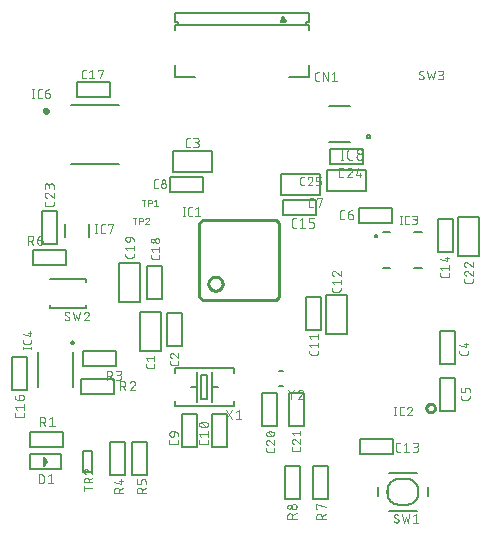
<source format=gbr>
G04 EAGLE Gerber RS-274X export*
G75*
%MOMM*%
%FSLAX34Y34*%
%LPD*%
%INSilkscreen Top*%
%IPPOS*%
%AMOC8*
5,1,8,0,0,1.08239X$1,22.5*%
G01*
%ADD10C,0.127000*%
%ADD11C,0.101600*%
%ADD12C,0.076200*%
%ADD13C,0.200000*%
%ADD14C,0.300000*%
%ADD15C,0.254000*%
%ADD16C,0.203200*%
%ADD17C,0.050800*%

G36*
X263068Y440086D02*
X263068Y440086D01*
X263077Y440085D01*
X263209Y440106D01*
X263342Y440125D01*
X263349Y440128D01*
X263358Y440129D01*
X263479Y440186D01*
X263601Y440241D01*
X263607Y440246D01*
X263615Y440250D01*
X263716Y440338D01*
X263818Y440425D01*
X263823Y440432D01*
X263829Y440437D01*
X263901Y440550D01*
X263976Y440661D01*
X263978Y440669D01*
X263983Y440676D01*
X264021Y440805D01*
X264061Y440932D01*
X264062Y440941D01*
X264064Y440949D01*
X264065Y441083D01*
X264069Y441216D01*
X264066Y441225D01*
X264067Y441233D01*
X264051Y441284D01*
X263997Y441491D01*
X263977Y441524D01*
X263968Y441554D01*
X261968Y445554D01*
X261911Y445636D01*
X261862Y445723D01*
X261831Y445753D01*
X261807Y445788D01*
X261729Y445851D01*
X261658Y445921D01*
X261620Y445941D01*
X261587Y445968D01*
X261495Y446007D01*
X261407Y446054D01*
X261365Y446063D01*
X261325Y446080D01*
X261226Y446092D01*
X261129Y446113D01*
X261086Y446110D01*
X261043Y446115D01*
X260945Y446100D01*
X260845Y446092D01*
X260805Y446077D01*
X260762Y446071D01*
X260672Y446028D01*
X260579Y445994D01*
X260544Y445968D01*
X260505Y445950D01*
X260430Y445884D01*
X260350Y445825D01*
X260327Y445794D01*
X260291Y445763D01*
X260194Y445611D01*
X260152Y445554D01*
X258152Y441554D01*
X258149Y441546D01*
X258145Y441539D01*
X258104Y441411D01*
X258062Y441284D01*
X258061Y441276D01*
X258059Y441268D01*
X258055Y441133D01*
X258050Y441000D01*
X258052Y440992D01*
X258051Y440984D01*
X258085Y440854D01*
X258117Y440724D01*
X258121Y440717D01*
X258123Y440709D01*
X258191Y440594D01*
X258258Y440477D01*
X258264Y440472D01*
X258269Y440464D01*
X258366Y440372D01*
X258462Y440280D01*
X258470Y440276D01*
X258476Y440270D01*
X258595Y440209D01*
X258713Y440146D01*
X258721Y440144D01*
X258729Y440140D01*
X258781Y440132D01*
X258991Y440087D01*
X259029Y440090D01*
X259060Y440085D01*
X263060Y440085D01*
X263068Y440086D01*
G37*
D10*
X139700Y195580D02*
X157480Y195580D01*
X157480Y162560D01*
X139700Y162560D01*
X139700Y195580D01*
D11*
X151892Y150989D02*
X151892Y149408D01*
X151890Y149330D01*
X151884Y149253D01*
X151875Y149176D01*
X151862Y149100D01*
X151845Y149024D01*
X151824Y148949D01*
X151800Y148876D01*
X151772Y148803D01*
X151740Y148732D01*
X151705Y148663D01*
X151667Y148596D01*
X151626Y148530D01*
X151581Y148467D01*
X151533Y148406D01*
X151483Y148347D01*
X151429Y148291D01*
X151373Y148237D01*
X151314Y148187D01*
X151253Y148139D01*
X151190Y148094D01*
X151124Y148053D01*
X151057Y148015D01*
X150988Y147980D01*
X150917Y147948D01*
X150844Y147920D01*
X150771Y147896D01*
X150696Y147875D01*
X150620Y147858D01*
X150544Y147845D01*
X150467Y147836D01*
X150390Y147830D01*
X150312Y147828D01*
X146360Y147828D01*
X146282Y147830D01*
X146205Y147836D01*
X146128Y147845D01*
X146052Y147858D01*
X145976Y147875D01*
X145901Y147896D01*
X145827Y147920D01*
X145755Y147948D01*
X145684Y147980D01*
X145615Y148015D01*
X145547Y148053D01*
X145482Y148094D01*
X145418Y148139D01*
X145357Y148187D01*
X145298Y148238D01*
X145242Y148291D01*
X145189Y148347D01*
X145138Y148406D01*
X145090Y148467D01*
X145045Y148531D01*
X145004Y148596D01*
X144966Y148664D01*
X144931Y148733D01*
X144899Y148804D01*
X144871Y148876D01*
X144847Y148950D01*
X144826Y149025D01*
X144809Y149101D01*
X144796Y149177D01*
X144787Y149254D01*
X144781Y149331D01*
X144779Y149409D01*
X144780Y149408D02*
X144780Y150989D01*
X146360Y153951D02*
X144780Y155927D01*
X151892Y155927D01*
X151892Y157902D02*
X151892Y153951D01*
D10*
X200660Y109220D02*
X200660Y81280D01*
X200660Y109220D02*
X213360Y109220D01*
X213360Y81280D01*
X200660Y81280D01*
D11*
X197612Y84808D02*
X197612Y86558D01*
X197612Y84808D02*
X197610Y84727D01*
X197605Y84647D01*
X197595Y84566D01*
X197582Y84486D01*
X197566Y84407D01*
X197545Y84329D01*
X197521Y84252D01*
X197494Y84176D01*
X197463Y84101D01*
X197429Y84028D01*
X197391Y83956D01*
X197350Y83887D01*
X197306Y83819D01*
X197259Y83753D01*
X197208Y83690D01*
X197155Y83629D01*
X197099Y83571D01*
X197041Y83515D01*
X196980Y83462D01*
X196917Y83411D01*
X196851Y83364D01*
X196783Y83320D01*
X196714Y83279D01*
X196642Y83241D01*
X196569Y83207D01*
X196494Y83176D01*
X196418Y83149D01*
X196341Y83125D01*
X196263Y83104D01*
X196184Y83088D01*
X196104Y83075D01*
X196023Y83065D01*
X195943Y83060D01*
X195862Y83058D01*
X191488Y83058D01*
X191405Y83060D01*
X191322Y83066D01*
X191239Y83076D01*
X191157Y83090D01*
X191075Y83107D01*
X190995Y83129D01*
X190916Y83154D01*
X190838Y83183D01*
X190761Y83216D01*
X190686Y83253D01*
X190613Y83292D01*
X190542Y83336D01*
X190473Y83382D01*
X190406Y83432D01*
X190342Y83485D01*
X190280Y83541D01*
X190221Y83600D01*
X190165Y83662D01*
X190112Y83726D01*
X190063Y83793D01*
X190016Y83862D01*
X189972Y83933D01*
X189933Y84006D01*
X189896Y84081D01*
X189863Y84158D01*
X189834Y84236D01*
X189809Y84315D01*
X189787Y84395D01*
X189770Y84477D01*
X189756Y84559D01*
X189746Y84642D01*
X189740Y84725D01*
X189738Y84808D01*
X189738Y86558D01*
X191488Y89754D02*
X189738Y91941D01*
X197612Y91941D01*
X197612Y89754D02*
X197612Y94128D01*
X193675Y97754D02*
X193520Y97756D01*
X193365Y97761D01*
X193211Y97771D01*
X193056Y97784D01*
X192902Y97800D01*
X192749Y97820D01*
X192596Y97844D01*
X192443Y97872D01*
X192291Y97903D01*
X192141Y97938D01*
X191990Y97976D01*
X191841Y98018D01*
X191693Y98064D01*
X191546Y98113D01*
X191401Y98166D01*
X191256Y98222D01*
X191113Y98281D01*
X190972Y98344D01*
X190832Y98410D01*
X190832Y98411D02*
X190759Y98437D01*
X190688Y98468D01*
X190619Y98501D01*
X190551Y98538D01*
X190485Y98578D01*
X190421Y98621D01*
X190359Y98667D01*
X190299Y98716D01*
X190242Y98768D01*
X190187Y98823D01*
X190135Y98880D01*
X190086Y98939D01*
X190040Y99001D01*
X189996Y99065D01*
X189956Y99131D01*
X189919Y99199D01*
X189885Y99268D01*
X189855Y99339D01*
X189827Y99411D01*
X189804Y99485D01*
X189784Y99559D01*
X189767Y99635D01*
X189755Y99711D01*
X189745Y99788D01*
X189740Y99865D01*
X189738Y99942D01*
X189740Y100019D01*
X189745Y100096D01*
X189755Y100173D01*
X189767Y100249D01*
X189784Y100324D01*
X189804Y100399D01*
X189827Y100472D01*
X189854Y100545D01*
X189885Y100616D01*
X189919Y100685D01*
X189956Y100753D01*
X189996Y100819D01*
X190039Y100882D01*
X190086Y100944D01*
X190135Y101004D01*
X190187Y101061D01*
X190242Y101115D01*
X190299Y101167D01*
X190359Y101216D01*
X190420Y101262D01*
X190484Y101305D01*
X190550Y101345D01*
X190618Y101382D01*
X190688Y101416D01*
X190759Y101446D01*
X190831Y101473D01*
X190831Y101474D02*
X190971Y101540D01*
X191113Y101603D01*
X191256Y101662D01*
X191401Y101718D01*
X191546Y101771D01*
X191693Y101820D01*
X191841Y101866D01*
X191990Y101908D01*
X192140Y101946D01*
X192291Y101981D01*
X192443Y102012D01*
X192596Y102040D01*
X192749Y102064D01*
X192902Y102084D01*
X193056Y102100D01*
X193211Y102113D01*
X193365Y102123D01*
X193520Y102128D01*
X193675Y102130D01*
X193675Y97755D02*
X193830Y97757D01*
X193985Y97762D01*
X194139Y97772D01*
X194294Y97785D01*
X194448Y97801D01*
X194601Y97821D01*
X194754Y97845D01*
X194907Y97873D01*
X195059Y97904D01*
X195209Y97939D01*
X195360Y97977D01*
X195509Y98019D01*
X195657Y98065D01*
X195804Y98114D01*
X195949Y98167D01*
X196094Y98223D01*
X196237Y98282D01*
X196378Y98345D01*
X196518Y98411D01*
X196591Y98437D01*
X196662Y98468D01*
X196731Y98501D01*
X196799Y98538D01*
X196865Y98578D01*
X196929Y98621D01*
X196991Y98667D01*
X197051Y98716D01*
X197108Y98768D01*
X197163Y98823D01*
X197215Y98880D01*
X197264Y98939D01*
X197310Y99001D01*
X197354Y99065D01*
X197394Y99131D01*
X197431Y99199D01*
X197465Y99268D01*
X197495Y99339D01*
X197523Y99411D01*
X197546Y99485D01*
X197566Y99559D01*
X197583Y99635D01*
X197595Y99711D01*
X197605Y99788D01*
X197610Y99865D01*
X197612Y99942D01*
X196519Y101474D02*
X196379Y101540D01*
X196237Y101603D01*
X196094Y101662D01*
X195949Y101718D01*
X195804Y101771D01*
X195657Y101820D01*
X195509Y101866D01*
X195360Y101908D01*
X195210Y101946D01*
X195059Y101981D01*
X194907Y102012D01*
X194754Y102040D01*
X194601Y102064D01*
X194448Y102084D01*
X194294Y102100D01*
X194139Y102113D01*
X193985Y102123D01*
X193830Y102128D01*
X193675Y102130D01*
X196519Y101473D02*
X196592Y101447D01*
X196663Y101416D01*
X196732Y101383D01*
X196800Y101346D01*
X196866Y101306D01*
X196930Y101263D01*
X196992Y101217D01*
X197052Y101168D01*
X197109Y101116D01*
X197164Y101061D01*
X197216Y101004D01*
X197265Y100945D01*
X197311Y100883D01*
X197355Y100819D01*
X197395Y100753D01*
X197432Y100685D01*
X197466Y100616D01*
X197496Y100545D01*
X197524Y100473D01*
X197547Y100399D01*
X197567Y100325D01*
X197584Y100249D01*
X197596Y100173D01*
X197606Y100096D01*
X197611Y100019D01*
X197613Y99942D01*
X195862Y98192D02*
X191488Y101692D01*
D10*
X293370Y180340D02*
X293370Y208280D01*
X293370Y180340D02*
X280670Y180340D01*
X280670Y208280D01*
X293370Y208280D01*
D12*
X290449Y162405D02*
X290449Y160768D01*
X290447Y160690D01*
X290442Y160612D01*
X290432Y160535D01*
X290419Y160458D01*
X290403Y160382D01*
X290383Y160307D01*
X290359Y160233D01*
X290332Y160160D01*
X290301Y160088D01*
X290267Y160018D01*
X290230Y159950D01*
X290189Y159883D01*
X290145Y159818D01*
X290099Y159756D01*
X290049Y159696D01*
X289997Y159638D01*
X289942Y159583D01*
X289884Y159531D01*
X289824Y159481D01*
X289762Y159435D01*
X289697Y159391D01*
X289631Y159350D01*
X289562Y159313D01*
X289492Y159279D01*
X289420Y159248D01*
X289347Y159221D01*
X289273Y159197D01*
X289198Y159177D01*
X289122Y159161D01*
X289045Y159148D01*
X288968Y159138D01*
X288890Y159133D01*
X288812Y159131D01*
X284720Y159131D01*
X284640Y159133D01*
X284560Y159139D01*
X284480Y159149D01*
X284401Y159162D01*
X284322Y159180D01*
X284245Y159201D01*
X284169Y159227D01*
X284094Y159256D01*
X284020Y159288D01*
X283948Y159324D01*
X283878Y159364D01*
X283811Y159407D01*
X283745Y159453D01*
X283682Y159503D01*
X283621Y159555D01*
X283562Y159610D01*
X283507Y159669D01*
X283455Y159729D01*
X283405Y159793D01*
X283359Y159858D01*
X283316Y159926D01*
X283276Y159996D01*
X283240Y160068D01*
X283208Y160142D01*
X283179Y160216D01*
X283154Y160293D01*
X283132Y160370D01*
X283114Y160449D01*
X283101Y160528D01*
X283091Y160607D01*
X283085Y160688D01*
X283083Y160768D01*
X283083Y162405D01*
X284720Y165250D02*
X283083Y167296D01*
X290449Y167296D01*
X290449Y165250D02*
X290449Y169342D01*
X284720Y172565D02*
X283083Y174611D01*
X290449Y174611D01*
X290449Y172565D02*
X290449Y176658D01*
D10*
X297180Y176530D02*
X314960Y176530D01*
X297180Y176530D02*
X297180Y209550D01*
X314960Y209550D01*
X314960Y176530D01*
D12*
X309499Y214108D02*
X309499Y215745D01*
X309499Y214108D02*
X309497Y214030D01*
X309492Y213952D01*
X309482Y213875D01*
X309469Y213798D01*
X309453Y213722D01*
X309433Y213647D01*
X309409Y213573D01*
X309382Y213500D01*
X309351Y213428D01*
X309317Y213358D01*
X309280Y213290D01*
X309239Y213223D01*
X309195Y213158D01*
X309149Y213096D01*
X309099Y213036D01*
X309047Y212978D01*
X308992Y212923D01*
X308934Y212871D01*
X308874Y212821D01*
X308812Y212775D01*
X308747Y212731D01*
X308681Y212690D01*
X308612Y212653D01*
X308542Y212619D01*
X308470Y212588D01*
X308397Y212561D01*
X308323Y212537D01*
X308248Y212517D01*
X308172Y212501D01*
X308095Y212488D01*
X308018Y212478D01*
X307940Y212473D01*
X307862Y212471D01*
X303770Y212471D01*
X303690Y212473D01*
X303610Y212479D01*
X303530Y212489D01*
X303451Y212502D01*
X303372Y212520D01*
X303295Y212541D01*
X303219Y212567D01*
X303144Y212596D01*
X303070Y212628D01*
X302998Y212664D01*
X302928Y212704D01*
X302861Y212747D01*
X302795Y212793D01*
X302732Y212843D01*
X302671Y212895D01*
X302612Y212950D01*
X302557Y213009D01*
X302505Y213069D01*
X302455Y213133D01*
X302409Y213198D01*
X302366Y213266D01*
X302326Y213336D01*
X302290Y213408D01*
X302258Y213482D01*
X302229Y213556D01*
X302204Y213633D01*
X302182Y213710D01*
X302164Y213789D01*
X302151Y213868D01*
X302141Y213947D01*
X302135Y214028D01*
X302133Y214108D01*
X302133Y215745D01*
X303770Y218590D02*
X302133Y220636D01*
X309499Y220636D01*
X309499Y218590D02*
X309499Y222682D01*
X303975Y229998D02*
X303890Y229996D01*
X303805Y229990D01*
X303721Y229980D01*
X303637Y229967D01*
X303553Y229949D01*
X303471Y229928D01*
X303390Y229903D01*
X303310Y229874D01*
X303231Y229841D01*
X303154Y229805D01*
X303079Y229765D01*
X303005Y229722D01*
X302934Y229676D01*
X302865Y229626D01*
X302798Y229573D01*
X302734Y229517D01*
X302673Y229458D01*
X302614Y229397D01*
X302558Y229333D01*
X302505Y229266D01*
X302455Y229197D01*
X302409Y229126D01*
X302366Y229052D01*
X302326Y228977D01*
X302290Y228900D01*
X302257Y228821D01*
X302228Y228741D01*
X302203Y228660D01*
X302182Y228578D01*
X302164Y228494D01*
X302151Y228410D01*
X302141Y228326D01*
X302135Y228241D01*
X302133Y228156D01*
X302135Y228060D01*
X302141Y227964D01*
X302151Y227869D01*
X302164Y227774D01*
X302182Y227679D01*
X302203Y227586D01*
X302228Y227493D01*
X302257Y227402D01*
X302289Y227311D01*
X302325Y227222D01*
X302365Y227135D01*
X302408Y227049D01*
X302454Y226965D01*
X302504Y226883D01*
X302558Y226803D01*
X302614Y226726D01*
X302674Y226651D01*
X302736Y226578D01*
X302802Y226508D01*
X302870Y226440D01*
X302941Y226375D01*
X303014Y226314D01*
X303090Y226255D01*
X303169Y226199D01*
X303249Y226147D01*
X303332Y226098D01*
X303416Y226052D01*
X303502Y226010D01*
X303590Y225972D01*
X303679Y225937D01*
X303770Y225905D01*
X305407Y229384D02*
X305348Y229444D01*
X305286Y229501D01*
X305222Y229556D01*
X305155Y229607D01*
X305086Y229656D01*
X305016Y229702D01*
X304943Y229745D01*
X304869Y229785D01*
X304793Y229821D01*
X304715Y229854D01*
X304636Y229884D01*
X304556Y229911D01*
X304475Y229934D01*
X304393Y229953D01*
X304311Y229969D01*
X304227Y229982D01*
X304143Y229991D01*
X304059Y229996D01*
X303975Y229998D01*
X305407Y229384D02*
X309499Y225905D01*
X309499Y229998D01*
D10*
X326390Y74930D02*
X354330Y74930D01*
X326390Y74930D02*
X326390Y87630D01*
X354330Y87630D01*
X354330Y74930D01*
D11*
X358091Y76708D02*
X359840Y76708D01*
X358091Y76708D02*
X358010Y76710D01*
X357930Y76715D01*
X357849Y76725D01*
X357769Y76738D01*
X357690Y76754D01*
X357612Y76775D01*
X357535Y76799D01*
X357459Y76826D01*
X357384Y76857D01*
X357311Y76891D01*
X357239Y76929D01*
X357170Y76970D01*
X357102Y77014D01*
X357036Y77061D01*
X356973Y77112D01*
X356912Y77165D01*
X356854Y77221D01*
X356798Y77279D01*
X356745Y77340D01*
X356694Y77403D01*
X356647Y77469D01*
X356603Y77537D01*
X356562Y77606D01*
X356524Y77678D01*
X356490Y77751D01*
X356459Y77826D01*
X356432Y77902D01*
X356408Y77979D01*
X356387Y78057D01*
X356371Y78136D01*
X356358Y78216D01*
X356348Y78297D01*
X356343Y78377D01*
X356341Y78458D01*
X356341Y82832D01*
X356343Y82915D01*
X356349Y82998D01*
X356359Y83081D01*
X356373Y83163D01*
X356390Y83245D01*
X356412Y83325D01*
X356437Y83404D01*
X356466Y83482D01*
X356499Y83559D01*
X356536Y83634D01*
X356575Y83707D01*
X356619Y83778D01*
X356665Y83847D01*
X356715Y83914D01*
X356768Y83978D01*
X356824Y84040D01*
X356883Y84099D01*
X356945Y84155D01*
X357009Y84208D01*
X357076Y84257D01*
X357145Y84304D01*
X357216Y84348D01*
X357289Y84387D01*
X357364Y84424D01*
X357441Y84457D01*
X357519Y84486D01*
X357598Y84511D01*
X357678Y84533D01*
X357760Y84550D01*
X357842Y84564D01*
X357925Y84574D01*
X358008Y84580D01*
X358091Y84582D01*
X359840Y84582D01*
X363037Y82832D02*
X365224Y84582D01*
X365224Y76708D01*
X363037Y76708D02*
X367411Y76708D01*
X371038Y76708D02*
X373225Y76708D01*
X373318Y76710D01*
X373410Y76716D01*
X373503Y76726D01*
X373595Y76739D01*
X373686Y76757D01*
X373776Y76779D01*
X373865Y76804D01*
X373954Y76833D01*
X374040Y76866D01*
X374126Y76902D01*
X374210Y76942D01*
X374292Y76986D01*
X374372Y77033D01*
X374450Y77083D01*
X374525Y77137D01*
X374599Y77193D01*
X374670Y77253D01*
X374738Y77316D01*
X374804Y77382D01*
X374867Y77450D01*
X374927Y77521D01*
X374983Y77595D01*
X375037Y77670D01*
X375087Y77748D01*
X375134Y77828D01*
X375178Y77910D01*
X375218Y77994D01*
X375254Y78080D01*
X375287Y78166D01*
X375316Y78255D01*
X375341Y78344D01*
X375363Y78434D01*
X375381Y78525D01*
X375394Y78617D01*
X375404Y78710D01*
X375410Y78802D01*
X375412Y78895D01*
X375410Y78988D01*
X375404Y79080D01*
X375394Y79173D01*
X375381Y79265D01*
X375363Y79356D01*
X375341Y79446D01*
X375316Y79535D01*
X375287Y79624D01*
X375254Y79710D01*
X375218Y79796D01*
X375178Y79880D01*
X375134Y79962D01*
X375087Y80042D01*
X375037Y80120D01*
X374983Y80195D01*
X374927Y80269D01*
X374867Y80340D01*
X374804Y80408D01*
X374738Y80474D01*
X374670Y80537D01*
X374599Y80597D01*
X374525Y80653D01*
X374450Y80707D01*
X374372Y80757D01*
X374292Y80804D01*
X374210Y80848D01*
X374126Y80888D01*
X374040Y80924D01*
X373954Y80957D01*
X373865Y80986D01*
X373776Y81011D01*
X373686Y81033D01*
X373595Y81051D01*
X373503Y81064D01*
X373410Y81074D01*
X373318Y81080D01*
X373225Y81082D01*
X373662Y84582D02*
X371038Y84582D01*
X373662Y84582D02*
X373744Y84580D01*
X373826Y84574D01*
X373907Y84565D01*
X373988Y84551D01*
X374069Y84534D01*
X374148Y84513D01*
X374226Y84489D01*
X374303Y84460D01*
X374379Y84428D01*
X374453Y84393D01*
X374525Y84354D01*
X374596Y84312D01*
X374664Y84267D01*
X374730Y84218D01*
X374794Y84167D01*
X374855Y84112D01*
X374914Y84055D01*
X374970Y83995D01*
X375023Y83932D01*
X375073Y83867D01*
X375120Y83800D01*
X375164Y83731D01*
X375204Y83659D01*
X375241Y83586D01*
X375275Y83511D01*
X375305Y83435D01*
X375331Y83357D01*
X375354Y83278D01*
X375373Y83199D01*
X375388Y83118D01*
X375400Y83037D01*
X375408Y82955D01*
X375412Y82873D01*
X375412Y82791D01*
X375408Y82709D01*
X375400Y82627D01*
X375388Y82546D01*
X375373Y82465D01*
X375354Y82386D01*
X375331Y82307D01*
X375305Y82229D01*
X375275Y82153D01*
X375241Y82078D01*
X375204Y82005D01*
X375164Y81933D01*
X375120Y81864D01*
X375073Y81797D01*
X375023Y81732D01*
X374970Y81669D01*
X374914Y81609D01*
X374855Y81552D01*
X374794Y81497D01*
X374730Y81446D01*
X374664Y81397D01*
X374596Y81352D01*
X374525Y81310D01*
X374453Y81271D01*
X374379Y81236D01*
X374303Y81204D01*
X374226Y81175D01*
X374148Y81151D01*
X374069Y81130D01*
X373988Y81113D01*
X373907Y81099D01*
X373826Y81090D01*
X373744Y81084D01*
X373662Y81082D01*
X371912Y81082D01*
D10*
X391668Y245872D02*
X391668Y273812D01*
X404368Y273812D01*
X404368Y245872D01*
X391668Y245872D01*
D12*
X401447Y227937D02*
X401447Y226300D01*
X401445Y226222D01*
X401440Y226144D01*
X401430Y226067D01*
X401417Y225990D01*
X401401Y225914D01*
X401381Y225839D01*
X401357Y225765D01*
X401330Y225692D01*
X401299Y225620D01*
X401265Y225550D01*
X401228Y225482D01*
X401187Y225415D01*
X401143Y225350D01*
X401097Y225288D01*
X401047Y225228D01*
X400995Y225170D01*
X400940Y225115D01*
X400882Y225063D01*
X400822Y225013D01*
X400760Y224967D01*
X400695Y224923D01*
X400629Y224882D01*
X400560Y224845D01*
X400490Y224811D01*
X400418Y224780D01*
X400345Y224753D01*
X400271Y224729D01*
X400196Y224709D01*
X400120Y224693D01*
X400043Y224680D01*
X399966Y224670D01*
X399888Y224665D01*
X399810Y224663D01*
X395718Y224663D01*
X395638Y224665D01*
X395558Y224671D01*
X395478Y224681D01*
X395399Y224694D01*
X395320Y224712D01*
X395243Y224733D01*
X395167Y224759D01*
X395092Y224788D01*
X395018Y224820D01*
X394946Y224856D01*
X394876Y224896D01*
X394809Y224939D01*
X394743Y224985D01*
X394680Y225035D01*
X394619Y225087D01*
X394560Y225142D01*
X394505Y225201D01*
X394453Y225261D01*
X394403Y225325D01*
X394357Y225390D01*
X394314Y225458D01*
X394274Y225528D01*
X394238Y225600D01*
X394206Y225674D01*
X394177Y225748D01*
X394152Y225825D01*
X394130Y225902D01*
X394112Y225981D01*
X394099Y226060D01*
X394089Y226139D01*
X394083Y226220D01*
X394081Y226300D01*
X394081Y227937D01*
X395718Y230782D02*
X394081Y232828D01*
X401447Y232828D01*
X401447Y230782D02*
X401447Y234874D01*
X399810Y238097D02*
X394081Y239734D01*
X399810Y238097D02*
X399810Y242190D01*
X398173Y240962D02*
X401447Y240962D01*
D10*
X44450Y157480D02*
X44450Y129540D01*
X31750Y129540D01*
X31750Y157480D01*
X44450Y157480D01*
D11*
X41402Y109418D02*
X41402Y107668D01*
X41400Y107587D01*
X41395Y107507D01*
X41385Y107426D01*
X41372Y107346D01*
X41356Y107267D01*
X41335Y107189D01*
X41311Y107112D01*
X41284Y107036D01*
X41253Y106961D01*
X41219Y106888D01*
X41181Y106816D01*
X41140Y106747D01*
X41096Y106679D01*
X41049Y106613D01*
X40998Y106550D01*
X40945Y106489D01*
X40889Y106431D01*
X40831Y106375D01*
X40770Y106322D01*
X40707Y106271D01*
X40641Y106224D01*
X40573Y106180D01*
X40504Y106139D01*
X40432Y106101D01*
X40359Y106067D01*
X40284Y106036D01*
X40208Y106009D01*
X40131Y105985D01*
X40053Y105964D01*
X39974Y105948D01*
X39894Y105935D01*
X39813Y105925D01*
X39733Y105920D01*
X39652Y105918D01*
X35278Y105918D01*
X35195Y105920D01*
X35112Y105926D01*
X35029Y105936D01*
X34947Y105950D01*
X34865Y105967D01*
X34785Y105989D01*
X34706Y106014D01*
X34628Y106043D01*
X34551Y106076D01*
X34476Y106113D01*
X34403Y106152D01*
X34332Y106196D01*
X34263Y106242D01*
X34196Y106292D01*
X34132Y106345D01*
X34070Y106401D01*
X34011Y106460D01*
X33955Y106522D01*
X33902Y106586D01*
X33853Y106653D01*
X33806Y106722D01*
X33762Y106793D01*
X33723Y106866D01*
X33686Y106941D01*
X33653Y107018D01*
X33624Y107096D01*
X33599Y107175D01*
X33577Y107255D01*
X33560Y107337D01*
X33546Y107419D01*
X33536Y107502D01*
X33530Y107585D01*
X33528Y107668D01*
X33528Y109418D01*
X35278Y112614D02*
X33528Y114801D01*
X41402Y114801D01*
X41402Y112614D02*
X41402Y116988D01*
X37028Y120615D02*
X37028Y123239D01*
X37027Y123239D02*
X37029Y123320D01*
X37034Y123400D01*
X37044Y123481D01*
X37057Y123561D01*
X37073Y123640D01*
X37094Y123718D01*
X37118Y123795D01*
X37145Y123871D01*
X37176Y123946D01*
X37210Y124019D01*
X37248Y124091D01*
X37289Y124160D01*
X37333Y124228D01*
X37380Y124294D01*
X37431Y124357D01*
X37484Y124418D01*
X37540Y124476D01*
X37598Y124532D01*
X37659Y124585D01*
X37722Y124636D01*
X37788Y124683D01*
X37856Y124727D01*
X37925Y124768D01*
X37997Y124806D01*
X38070Y124840D01*
X38145Y124871D01*
X38221Y124898D01*
X38298Y124922D01*
X38376Y124943D01*
X38455Y124959D01*
X38535Y124972D01*
X38616Y124982D01*
X38696Y124987D01*
X38777Y124989D01*
X39215Y124989D01*
X39308Y124987D01*
X39400Y124981D01*
X39493Y124971D01*
X39585Y124958D01*
X39676Y124940D01*
X39766Y124918D01*
X39855Y124893D01*
X39944Y124864D01*
X40030Y124831D01*
X40116Y124795D01*
X40200Y124755D01*
X40282Y124711D01*
X40362Y124664D01*
X40440Y124614D01*
X40515Y124560D01*
X40589Y124504D01*
X40660Y124444D01*
X40728Y124381D01*
X40794Y124315D01*
X40857Y124247D01*
X40917Y124176D01*
X40973Y124102D01*
X41027Y124027D01*
X41077Y123949D01*
X41124Y123869D01*
X41168Y123787D01*
X41208Y123703D01*
X41244Y123617D01*
X41277Y123531D01*
X41306Y123442D01*
X41331Y123353D01*
X41353Y123263D01*
X41371Y123172D01*
X41384Y123080D01*
X41394Y122987D01*
X41400Y122895D01*
X41402Y122802D01*
X41400Y122709D01*
X41394Y122617D01*
X41384Y122524D01*
X41371Y122432D01*
X41353Y122341D01*
X41331Y122251D01*
X41306Y122162D01*
X41277Y122073D01*
X41244Y121987D01*
X41208Y121901D01*
X41168Y121817D01*
X41124Y121735D01*
X41077Y121655D01*
X41027Y121577D01*
X40973Y121502D01*
X40917Y121428D01*
X40857Y121357D01*
X40794Y121289D01*
X40728Y121223D01*
X40660Y121160D01*
X40589Y121100D01*
X40515Y121044D01*
X40440Y120990D01*
X40362Y120940D01*
X40282Y120893D01*
X40200Y120849D01*
X40116Y120809D01*
X40030Y120773D01*
X39944Y120740D01*
X39855Y120711D01*
X39766Y120686D01*
X39676Y120664D01*
X39585Y120646D01*
X39493Y120633D01*
X39400Y120623D01*
X39308Y120617D01*
X39215Y120615D01*
X37028Y120615D01*
X37028Y120614D02*
X36911Y120616D01*
X36794Y120622D01*
X36678Y120632D01*
X36561Y120645D01*
X36446Y120663D01*
X36331Y120684D01*
X36217Y120709D01*
X36103Y120738D01*
X35991Y120771D01*
X35880Y120808D01*
X35770Y120848D01*
X35662Y120892D01*
X35555Y120939D01*
X35449Y120990D01*
X35346Y121045D01*
X35244Y121103D01*
X35145Y121164D01*
X35047Y121228D01*
X34952Y121296D01*
X34859Y121367D01*
X34768Y121441D01*
X34680Y121518D01*
X34595Y121598D01*
X34512Y121681D01*
X34432Y121766D01*
X34355Y121854D01*
X34281Y121945D01*
X34210Y122038D01*
X34142Y122133D01*
X34078Y122231D01*
X34017Y122330D01*
X33959Y122432D01*
X33904Y122535D01*
X33853Y122641D01*
X33806Y122748D01*
X33762Y122856D01*
X33722Y122966D01*
X33685Y123077D01*
X33652Y123189D01*
X33623Y123303D01*
X33598Y123417D01*
X33577Y123532D01*
X33559Y123647D01*
X33546Y123764D01*
X33536Y123880D01*
X33530Y123997D01*
X33528Y124114D01*
D10*
X86360Y389890D02*
X114300Y389890D01*
X114300Y377190D01*
X86360Y377190D01*
X86360Y389890D01*
D11*
X92258Y392938D02*
X93839Y392938D01*
X92258Y392938D02*
X92180Y392940D01*
X92103Y392946D01*
X92026Y392955D01*
X91950Y392968D01*
X91874Y392985D01*
X91799Y393006D01*
X91726Y393030D01*
X91653Y393058D01*
X91582Y393090D01*
X91513Y393125D01*
X91446Y393163D01*
X91380Y393204D01*
X91317Y393249D01*
X91256Y393297D01*
X91197Y393347D01*
X91141Y393401D01*
X91087Y393457D01*
X91037Y393516D01*
X90989Y393577D01*
X90944Y393640D01*
X90903Y393706D01*
X90865Y393773D01*
X90830Y393842D01*
X90798Y393913D01*
X90770Y393986D01*
X90746Y394059D01*
X90725Y394134D01*
X90708Y394210D01*
X90695Y394286D01*
X90686Y394363D01*
X90680Y394440D01*
X90678Y394518D01*
X90678Y398470D01*
X90680Y398548D01*
X90686Y398625D01*
X90695Y398702D01*
X90708Y398778D01*
X90725Y398854D01*
X90746Y398929D01*
X90770Y399002D01*
X90798Y399075D01*
X90830Y399146D01*
X90865Y399215D01*
X90903Y399282D01*
X90944Y399348D01*
X90989Y399411D01*
X91037Y399472D01*
X91087Y399531D01*
X91141Y399587D01*
X91197Y399641D01*
X91256Y399691D01*
X91317Y399739D01*
X91380Y399784D01*
X91446Y399825D01*
X91513Y399863D01*
X91582Y399898D01*
X91653Y399930D01*
X91726Y399958D01*
X91799Y399982D01*
X91874Y400003D01*
X91950Y400020D01*
X92026Y400033D01*
X92103Y400042D01*
X92180Y400048D01*
X92258Y400050D01*
X93839Y400050D01*
X96801Y398470D02*
X98777Y400050D01*
X98777Y392938D01*
X100752Y392938D02*
X96801Y392938D01*
X104116Y399260D02*
X104116Y400050D01*
X108068Y400050D01*
X106092Y392938D01*
D10*
X162560Y194310D02*
X162560Y166370D01*
X162560Y194310D02*
X175260Y194310D01*
X175260Y166370D01*
X162560Y166370D01*
D11*
X172212Y153529D02*
X172212Y151948D01*
X172210Y151870D01*
X172204Y151793D01*
X172195Y151716D01*
X172182Y151640D01*
X172165Y151564D01*
X172144Y151489D01*
X172120Y151416D01*
X172092Y151343D01*
X172060Y151272D01*
X172025Y151203D01*
X171987Y151136D01*
X171946Y151070D01*
X171901Y151007D01*
X171853Y150946D01*
X171803Y150887D01*
X171749Y150831D01*
X171693Y150777D01*
X171634Y150727D01*
X171573Y150679D01*
X171510Y150634D01*
X171444Y150593D01*
X171377Y150555D01*
X171308Y150520D01*
X171237Y150488D01*
X171164Y150460D01*
X171091Y150436D01*
X171016Y150415D01*
X170940Y150398D01*
X170864Y150385D01*
X170787Y150376D01*
X170710Y150370D01*
X170632Y150368D01*
X166680Y150368D01*
X166602Y150370D01*
X166525Y150376D01*
X166448Y150385D01*
X166372Y150398D01*
X166296Y150415D01*
X166221Y150436D01*
X166147Y150460D01*
X166075Y150488D01*
X166004Y150520D01*
X165935Y150555D01*
X165867Y150593D01*
X165802Y150634D01*
X165738Y150679D01*
X165677Y150727D01*
X165618Y150778D01*
X165562Y150831D01*
X165509Y150887D01*
X165458Y150946D01*
X165410Y151007D01*
X165365Y151071D01*
X165324Y151136D01*
X165286Y151204D01*
X165251Y151273D01*
X165219Y151344D01*
X165191Y151416D01*
X165167Y151490D01*
X165146Y151565D01*
X165129Y151641D01*
X165116Y151717D01*
X165107Y151794D01*
X165101Y151871D01*
X165099Y151949D01*
X165100Y151948D02*
X165100Y153529D01*
X165100Y158664D02*
X165102Y158746D01*
X165108Y158828D01*
X165117Y158910D01*
X165130Y158991D01*
X165147Y159071D01*
X165168Y159151D01*
X165192Y159229D01*
X165220Y159306D01*
X165251Y159382D01*
X165286Y159457D01*
X165325Y159529D01*
X165366Y159600D01*
X165411Y159669D01*
X165459Y159735D01*
X165510Y159800D01*
X165564Y159862D01*
X165621Y159921D01*
X165680Y159978D01*
X165742Y160032D01*
X165807Y160083D01*
X165873Y160131D01*
X165942Y160176D01*
X166013Y160217D01*
X166085Y160256D01*
X166160Y160291D01*
X166236Y160322D01*
X166313Y160350D01*
X166391Y160374D01*
X166471Y160395D01*
X166551Y160412D01*
X166632Y160425D01*
X166714Y160434D01*
X166796Y160440D01*
X166878Y160442D01*
X165100Y158664D02*
X165102Y158571D01*
X165108Y158479D01*
X165117Y158387D01*
X165130Y158295D01*
X165147Y158204D01*
X165167Y158114D01*
X165191Y158024D01*
X165219Y157936D01*
X165251Y157848D01*
X165285Y157763D01*
X165324Y157678D01*
X165365Y157596D01*
X165410Y157515D01*
X165459Y157435D01*
X165510Y157358D01*
X165564Y157283D01*
X165622Y157211D01*
X165682Y157140D01*
X165746Y157073D01*
X165811Y157008D01*
X165880Y156945D01*
X165951Y156886D01*
X166024Y156829D01*
X166100Y156775D01*
X166177Y156725D01*
X166257Y156677D01*
X166339Y156633D01*
X166422Y156593D01*
X166507Y156555D01*
X166593Y156521D01*
X166680Y156491D01*
X168261Y159850D02*
X168200Y159911D01*
X168137Y159969D01*
X168071Y160024D01*
X168003Y160077D01*
X167932Y160126D01*
X167860Y160171D01*
X167785Y160214D01*
X167709Y160253D01*
X167630Y160289D01*
X167551Y160321D01*
X167470Y160349D01*
X167387Y160374D01*
X167304Y160395D01*
X167220Y160412D01*
X167135Y160426D01*
X167050Y160435D01*
X166964Y160441D01*
X166878Y160443D01*
X168261Y159850D02*
X172212Y156491D01*
X172212Y160442D01*
D10*
X200660Y313690D02*
X200660Y331470D01*
X200660Y313690D02*
X167640Y313690D01*
X167640Y331470D01*
X200660Y331470D01*
D11*
X181808Y334518D02*
X180058Y334518D01*
X179977Y334520D01*
X179897Y334525D01*
X179816Y334535D01*
X179736Y334548D01*
X179657Y334564D01*
X179579Y334585D01*
X179502Y334609D01*
X179426Y334636D01*
X179351Y334667D01*
X179278Y334701D01*
X179206Y334739D01*
X179137Y334780D01*
X179069Y334824D01*
X179003Y334871D01*
X178940Y334922D01*
X178879Y334975D01*
X178821Y335031D01*
X178765Y335089D01*
X178712Y335150D01*
X178661Y335213D01*
X178614Y335279D01*
X178570Y335347D01*
X178529Y335416D01*
X178491Y335488D01*
X178457Y335561D01*
X178426Y335636D01*
X178399Y335712D01*
X178375Y335789D01*
X178354Y335867D01*
X178338Y335946D01*
X178325Y336026D01*
X178315Y336107D01*
X178310Y336187D01*
X178308Y336268D01*
X178308Y340642D01*
X178310Y340725D01*
X178316Y340808D01*
X178326Y340891D01*
X178340Y340973D01*
X178357Y341055D01*
X178379Y341135D01*
X178404Y341214D01*
X178433Y341292D01*
X178466Y341369D01*
X178503Y341444D01*
X178542Y341517D01*
X178586Y341588D01*
X178632Y341657D01*
X178682Y341724D01*
X178735Y341788D01*
X178791Y341850D01*
X178850Y341909D01*
X178912Y341965D01*
X178976Y342018D01*
X179043Y342067D01*
X179112Y342114D01*
X179183Y342158D01*
X179256Y342197D01*
X179331Y342234D01*
X179408Y342267D01*
X179486Y342296D01*
X179565Y342321D01*
X179645Y342343D01*
X179727Y342360D01*
X179809Y342374D01*
X179892Y342384D01*
X179975Y342390D01*
X180058Y342392D01*
X181808Y342392D01*
X185004Y334518D02*
X187191Y334518D01*
X187284Y334520D01*
X187376Y334526D01*
X187469Y334536D01*
X187561Y334549D01*
X187652Y334567D01*
X187742Y334589D01*
X187831Y334614D01*
X187920Y334643D01*
X188006Y334676D01*
X188092Y334712D01*
X188176Y334752D01*
X188258Y334796D01*
X188338Y334843D01*
X188416Y334893D01*
X188491Y334947D01*
X188565Y335003D01*
X188636Y335063D01*
X188704Y335126D01*
X188770Y335192D01*
X188833Y335260D01*
X188893Y335331D01*
X188949Y335405D01*
X189003Y335480D01*
X189053Y335558D01*
X189100Y335638D01*
X189144Y335720D01*
X189184Y335804D01*
X189220Y335890D01*
X189253Y335976D01*
X189282Y336065D01*
X189307Y336154D01*
X189329Y336244D01*
X189347Y336335D01*
X189360Y336427D01*
X189370Y336520D01*
X189376Y336612D01*
X189378Y336705D01*
X189376Y336798D01*
X189370Y336890D01*
X189360Y336983D01*
X189347Y337075D01*
X189329Y337166D01*
X189307Y337256D01*
X189282Y337345D01*
X189253Y337434D01*
X189220Y337520D01*
X189184Y337606D01*
X189144Y337690D01*
X189100Y337772D01*
X189053Y337852D01*
X189003Y337930D01*
X188949Y338005D01*
X188893Y338079D01*
X188833Y338150D01*
X188770Y338218D01*
X188704Y338284D01*
X188636Y338347D01*
X188565Y338407D01*
X188491Y338463D01*
X188416Y338517D01*
X188338Y338567D01*
X188258Y338614D01*
X188176Y338658D01*
X188092Y338698D01*
X188006Y338734D01*
X187920Y338767D01*
X187831Y338796D01*
X187742Y338821D01*
X187652Y338843D01*
X187561Y338861D01*
X187469Y338874D01*
X187376Y338884D01*
X187284Y338890D01*
X187191Y338892D01*
X187628Y342392D02*
X185004Y342392D01*
X187628Y342392D02*
X187710Y342390D01*
X187792Y342384D01*
X187873Y342375D01*
X187954Y342361D01*
X188035Y342344D01*
X188114Y342323D01*
X188192Y342299D01*
X188269Y342270D01*
X188345Y342238D01*
X188419Y342203D01*
X188491Y342164D01*
X188562Y342122D01*
X188630Y342077D01*
X188696Y342028D01*
X188760Y341977D01*
X188821Y341922D01*
X188880Y341865D01*
X188936Y341805D01*
X188989Y341742D01*
X189039Y341677D01*
X189086Y341610D01*
X189130Y341541D01*
X189170Y341469D01*
X189207Y341396D01*
X189241Y341321D01*
X189271Y341245D01*
X189297Y341167D01*
X189320Y341088D01*
X189339Y341009D01*
X189354Y340928D01*
X189366Y340847D01*
X189374Y340765D01*
X189378Y340683D01*
X189378Y340601D01*
X189374Y340519D01*
X189366Y340437D01*
X189354Y340356D01*
X189339Y340275D01*
X189320Y340196D01*
X189297Y340117D01*
X189271Y340039D01*
X189241Y339963D01*
X189207Y339888D01*
X189170Y339815D01*
X189130Y339743D01*
X189086Y339674D01*
X189039Y339607D01*
X188989Y339542D01*
X188936Y339479D01*
X188880Y339419D01*
X188821Y339362D01*
X188760Y339307D01*
X188696Y339256D01*
X188630Y339207D01*
X188562Y339162D01*
X188491Y339120D01*
X188419Y339081D01*
X188345Y339046D01*
X188269Y339014D01*
X188192Y338985D01*
X188114Y338961D01*
X188035Y338940D01*
X187954Y338923D01*
X187873Y338909D01*
X187792Y338900D01*
X187710Y338894D01*
X187628Y338892D01*
X185879Y338892D01*
D10*
X393700Y179070D02*
X393700Y151130D01*
X393700Y179070D02*
X406400Y179070D01*
X406400Y151130D01*
X393700Y151130D01*
D12*
X417449Y160768D02*
X417449Y162405D01*
X417449Y160768D02*
X417447Y160690D01*
X417442Y160612D01*
X417432Y160535D01*
X417419Y160458D01*
X417403Y160382D01*
X417383Y160307D01*
X417359Y160233D01*
X417332Y160160D01*
X417301Y160088D01*
X417267Y160018D01*
X417230Y159950D01*
X417189Y159883D01*
X417145Y159818D01*
X417099Y159756D01*
X417049Y159696D01*
X416997Y159638D01*
X416942Y159583D01*
X416884Y159531D01*
X416824Y159481D01*
X416762Y159435D01*
X416697Y159391D01*
X416631Y159350D01*
X416562Y159313D01*
X416492Y159279D01*
X416420Y159248D01*
X416347Y159221D01*
X416273Y159197D01*
X416198Y159177D01*
X416122Y159161D01*
X416045Y159148D01*
X415968Y159138D01*
X415890Y159133D01*
X415812Y159131D01*
X411720Y159131D01*
X411640Y159133D01*
X411560Y159139D01*
X411480Y159149D01*
X411401Y159162D01*
X411322Y159180D01*
X411245Y159201D01*
X411169Y159227D01*
X411094Y159256D01*
X411020Y159288D01*
X410948Y159324D01*
X410878Y159364D01*
X410811Y159407D01*
X410745Y159453D01*
X410682Y159503D01*
X410621Y159555D01*
X410562Y159610D01*
X410507Y159669D01*
X410455Y159729D01*
X410405Y159793D01*
X410359Y159858D01*
X410316Y159926D01*
X410276Y159996D01*
X410240Y160068D01*
X410208Y160142D01*
X410179Y160216D01*
X410154Y160293D01*
X410132Y160370D01*
X410114Y160449D01*
X410101Y160528D01*
X410091Y160607D01*
X410085Y160688D01*
X410083Y160768D01*
X410083Y162405D01*
X410083Y166887D02*
X415812Y165250D01*
X415812Y169342D01*
X414175Y168115D02*
X417449Y168115D01*
D10*
X406400Y139700D02*
X406400Y111760D01*
X393700Y111760D01*
X393700Y139700D01*
X406400Y139700D01*
D12*
X418719Y124305D02*
X418719Y122668D01*
X418717Y122590D01*
X418712Y122512D01*
X418702Y122435D01*
X418689Y122358D01*
X418673Y122282D01*
X418653Y122207D01*
X418629Y122133D01*
X418602Y122060D01*
X418571Y121988D01*
X418537Y121918D01*
X418500Y121850D01*
X418459Y121783D01*
X418415Y121718D01*
X418369Y121656D01*
X418319Y121596D01*
X418267Y121538D01*
X418212Y121483D01*
X418154Y121431D01*
X418094Y121381D01*
X418032Y121335D01*
X417967Y121291D01*
X417901Y121250D01*
X417832Y121213D01*
X417762Y121179D01*
X417690Y121148D01*
X417617Y121121D01*
X417543Y121097D01*
X417468Y121077D01*
X417392Y121061D01*
X417315Y121048D01*
X417238Y121038D01*
X417160Y121033D01*
X417082Y121031D01*
X412990Y121031D01*
X412910Y121033D01*
X412830Y121039D01*
X412750Y121049D01*
X412671Y121062D01*
X412592Y121080D01*
X412515Y121101D01*
X412439Y121127D01*
X412364Y121156D01*
X412290Y121188D01*
X412218Y121224D01*
X412148Y121264D01*
X412081Y121307D01*
X412015Y121353D01*
X411952Y121403D01*
X411891Y121455D01*
X411832Y121510D01*
X411777Y121569D01*
X411725Y121629D01*
X411675Y121693D01*
X411629Y121758D01*
X411586Y121826D01*
X411546Y121896D01*
X411510Y121968D01*
X411478Y122042D01*
X411449Y122116D01*
X411424Y122193D01*
X411402Y122270D01*
X411384Y122349D01*
X411371Y122428D01*
X411361Y122507D01*
X411355Y122588D01*
X411353Y122668D01*
X411353Y124305D01*
X418719Y127150D02*
X418719Y129605D01*
X418717Y129683D01*
X418712Y129761D01*
X418702Y129838D01*
X418689Y129915D01*
X418673Y129991D01*
X418653Y130066D01*
X418629Y130140D01*
X418602Y130213D01*
X418571Y130285D01*
X418537Y130355D01*
X418500Y130424D01*
X418459Y130490D01*
X418415Y130555D01*
X418369Y130617D01*
X418319Y130677D01*
X418267Y130735D01*
X418212Y130790D01*
X418154Y130842D01*
X418094Y130892D01*
X418032Y130938D01*
X417967Y130982D01*
X417901Y131023D01*
X417832Y131060D01*
X417762Y131094D01*
X417690Y131125D01*
X417617Y131152D01*
X417543Y131176D01*
X417468Y131196D01*
X417392Y131212D01*
X417315Y131225D01*
X417238Y131235D01*
X417160Y131240D01*
X417082Y131242D01*
X416264Y131242D01*
X416184Y131240D01*
X416104Y131234D01*
X416024Y131224D01*
X415945Y131211D01*
X415866Y131193D01*
X415789Y131172D01*
X415713Y131146D01*
X415638Y131117D01*
X415564Y131085D01*
X415492Y131049D01*
X415422Y131009D01*
X415355Y130966D01*
X415289Y130920D01*
X415226Y130870D01*
X415165Y130818D01*
X415106Y130763D01*
X415051Y130704D01*
X414999Y130644D01*
X414949Y130580D01*
X414903Y130514D01*
X414860Y130447D01*
X414820Y130377D01*
X414784Y130305D01*
X414752Y130231D01*
X414723Y130157D01*
X414697Y130080D01*
X414676Y130003D01*
X414658Y129924D01*
X414645Y129845D01*
X414635Y129765D01*
X414629Y129685D01*
X414627Y129605D01*
X414627Y127150D01*
X411353Y127150D01*
X411353Y131242D01*
D10*
X353060Y270510D02*
X325120Y270510D01*
X325120Y283210D01*
X353060Y283210D01*
X353060Y270510D01*
D11*
X312618Y273558D02*
X310868Y273558D01*
X310787Y273560D01*
X310707Y273565D01*
X310626Y273575D01*
X310546Y273588D01*
X310467Y273604D01*
X310389Y273625D01*
X310312Y273649D01*
X310236Y273676D01*
X310161Y273707D01*
X310088Y273741D01*
X310016Y273779D01*
X309947Y273820D01*
X309879Y273864D01*
X309813Y273911D01*
X309750Y273962D01*
X309689Y274015D01*
X309631Y274071D01*
X309575Y274129D01*
X309522Y274190D01*
X309471Y274253D01*
X309424Y274319D01*
X309380Y274387D01*
X309339Y274456D01*
X309301Y274528D01*
X309267Y274601D01*
X309236Y274676D01*
X309209Y274752D01*
X309185Y274829D01*
X309164Y274907D01*
X309148Y274986D01*
X309135Y275066D01*
X309125Y275147D01*
X309120Y275227D01*
X309118Y275308D01*
X309118Y279682D01*
X309120Y279765D01*
X309126Y279848D01*
X309136Y279931D01*
X309150Y280013D01*
X309167Y280095D01*
X309189Y280175D01*
X309214Y280254D01*
X309243Y280332D01*
X309276Y280409D01*
X309313Y280484D01*
X309352Y280557D01*
X309396Y280628D01*
X309442Y280697D01*
X309492Y280764D01*
X309545Y280828D01*
X309601Y280890D01*
X309660Y280949D01*
X309722Y281005D01*
X309786Y281058D01*
X309853Y281107D01*
X309922Y281154D01*
X309993Y281198D01*
X310066Y281237D01*
X310141Y281274D01*
X310218Y281307D01*
X310296Y281336D01*
X310375Y281361D01*
X310455Y281383D01*
X310537Y281400D01*
X310619Y281414D01*
X310702Y281424D01*
X310785Y281430D01*
X310868Y281432D01*
X312618Y281432D01*
X315814Y277932D02*
X318438Y277932D01*
X318438Y277933D02*
X318519Y277931D01*
X318599Y277926D01*
X318680Y277916D01*
X318760Y277903D01*
X318839Y277887D01*
X318917Y277866D01*
X318994Y277842D01*
X319070Y277815D01*
X319145Y277784D01*
X319218Y277750D01*
X319290Y277712D01*
X319359Y277671D01*
X319427Y277627D01*
X319493Y277580D01*
X319556Y277529D01*
X319617Y277476D01*
X319675Y277420D01*
X319731Y277362D01*
X319784Y277301D01*
X319835Y277238D01*
X319882Y277172D01*
X319926Y277104D01*
X319967Y277035D01*
X320005Y276963D01*
X320039Y276890D01*
X320070Y276815D01*
X320097Y276739D01*
X320121Y276662D01*
X320142Y276584D01*
X320158Y276505D01*
X320171Y276425D01*
X320181Y276344D01*
X320186Y276264D01*
X320188Y276183D01*
X320188Y275745D01*
X320186Y275652D01*
X320180Y275560D01*
X320170Y275467D01*
X320157Y275375D01*
X320139Y275284D01*
X320117Y275194D01*
X320092Y275105D01*
X320063Y275016D01*
X320030Y274930D01*
X319994Y274844D01*
X319954Y274760D01*
X319910Y274678D01*
X319863Y274598D01*
X319813Y274520D01*
X319759Y274445D01*
X319703Y274371D01*
X319643Y274300D01*
X319580Y274232D01*
X319514Y274166D01*
X319446Y274103D01*
X319375Y274043D01*
X319301Y273987D01*
X319226Y273933D01*
X319148Y273883D01*
X319068Y273836D01*
X318986Y273792D01*
X318902Y273752D01*
X318816Y273716D01*
X318730Y273683D01*
X318641Y273654D01*
X318552Y273629D01*
X318462Y273607D01*
X318371Y273589D01*
X318279Y273576D01*
X318186Y273566D01*
X318094Y273560D01*
X318001Y273558D01*
X317908Y273560D01*
X317816Y273566D01*
X317723Y273576D01*
X317631Y273589D01*
X317540Y273607D01*
X317450Y273629D01*
X317361Y273654D01*
X317272Y273683D01*
X317186Y273716D01*
X317100Y273752D01*
X317016Y273792D01*
X316934Y273836D01*
X316854Y273883D01*
X316776Y273933D01*
X316701Y273987D01*
X316627Y274043D01*
X316556Y274103D01*
X316488Y274166D01*
X316422Y274232D01*
X316359Y274300D01*
X316299Y274371D01*
X316243Y274445D01*
X316189Y274520D01*
X316139Y274598D01*
X316092Y274678D01*
X316048Y274760D01*
X316008Y274844D01*
X315972Y274930D01*
X315939Y275016D01*
X315910Y275105D01*
X315885Y275194D01*
X315863Y275284D01*
X315845Y275375D01*
X315832Y275467D01*
X315822Y275560D01*
X315816Y275652D01*
X315814Y275745D01*
X315814Y277932D01*
X315813Y277932D02*
X315815Y278049D01*
X315821Y278166D01*
X315831Y278282D01*
X315844Y278399D01*
X315862Y278514D01*
X315883Y278629D01*
X315908Y278743D01*
X315937Y278857D01*
X315970Y278969D01*
X316007Y279080D01*
X316047Y279190D01*
X316091Y279298D01*
X316138Y279405D01*
X316189Y279511D01*
X316244Y279614D01*
X316302Y279716D01*
X316363Y279815D01*
X316427Y279913D01*
X316495Y280008D01*
X316566Y280101D01*
X316640Y280192D01*
X316717Y280280D01*
X316797Y280365D01*
X316880Y280448D01*
X316965Y280528D01*
X317053Y280605D01*
X317144Y280679D01*
X317237Y280750D01*
X317332Y280818D01*
X317430Y280882D01*
X317529Y280943D01*
X317631Y281001D01*
X317734Y281056D01*
X317840Y281107D01*
X317947Y281154D01*
X318055Y281198D01*
X318165Y281238D01*
X318276Y281275D01*
X318388Y281308D01*
X318502Y281337D01*
X318616Y281362D01*
X318731Y281383D01*
X318846Y281401D01*
X318963Y281414D01*
X319079Y281424D01*
X319196Y281430D01*
X319313Y281432D01*
D10*
X193040Y309880D02*
X165100Y309880D01*
X193040Y309880D02*
X193040Y297180D01*
X165100Y297180D01*
X165100Y309880D01*
D12*
X154785Y300101D02*
X153148Y300101D01*
X153070Y300103D01*
X152992Y300108D01*
X152915Y300118D01*
X152838Y300131D01*
X152762Y300147D01*
X152687Y300167D01*
X152613Y300191D01*
X152540Y300218D01*
X152468Y300249D01*
X152398Y300283D01*
X152330Y300320D01*
X152263Y300361D01*
X152198Y300405D01*
X152136Y300451D01*
X152076Y300501D01*
X152018Y300553D01*
X151963Y300608D01*
X151911Y300666D01*
X151861Y300726D01*
X151815Y300788D01*
X151771Y300853D01*
X151730Y300920D01*
X151693Y300988D01*
X151659Y301058D01*
X151628Y301130D01*
X151601Y301203D01*
X151577Y301277D01*
X151557Y301352D01*
X151541Y301428D01*
X151528Y301505D01*
X151518Y301582D01*
X151513Y301660D01*
X151511Y301738D01*
X151511Y305830D01*
X151513Y305910D01*
X151519Y305990D01*
X151529Y306070D01*
X151542Y306149D01*
X151560Y306228D01*
X151581Y306305D01*
X151607Y306381D01*
X151636Y306456D01*
X151668Y306530D01*
X151704Y306602D01*
X151744Y306672D01*
X151787Y306739D01*
X151833Y306805D01*
X151883Y306868D01*
X151935Y306929D01*
X151990Y306988D01*
X152049Y307043D01*
X152109Y307095D01*
X152173Y307145D01*
X152239Y307191D01*
X152306Y307234D01*
X152376Y307274D01*
X152448Y307310D01*
X152522Y307342D01*
X152596Y307371D01*
X152673Y307397D01*
X152750Y307418D01*
X152829Y307436D01*
X152908Y307449D01*
X152988Y307459D01*
X153068Y307465D01*
X153148Y307467D01*
X154785Y307467D01*
X157630Y302147D02*
X157632Y302236D01*
X157638Y302325D01*
X157648Y302414D01*
X157661Y302502D01*
X157678Y302590D01*
X157700Y302677D01*
X157725Y302762D01*
X157753Y302847D01*
X157786Y302930D01*
X157822Y303012D01*
X157861Y303092D01*
X157904Y303170D01*
X157950Y303246D01*
X158000Y303321D01*
X158053Y303393D01*
X158109Y303462D01*
X158168Y303529D01*
X158229Y303594D01*
X158294Y303655D01*
X158361Y303714D01*
X158430Y303770D01*
X158502Y303823D01*
X158577Y303873D01*
X158653Y303919D01*
X158731Y303962D01*
X158811Y304001D01*
X158893Y304037D01*
X158976Y304070D01*
X159061Y304098D01*
X159146Y304123D01*
X159233Y304145D01*
X159321Y304162D01*
X159409Y304175D01*
X159498Y304185D01*
X159587Y304191D01*
X159676Y304193D01*
X159765Y304191D01*
X159854Y304185D01*
X159943Y304175D01*
X160031Y304162D01*
X160119Y304145D01*
X160206Y304123D01*
X160291Y304098D01*
X160376Y304070D01*
X160459Y304037D01*
X160541Y304001D01*
X160621Y303962D01*
X160699Y303919D01*
X160775Y303873D01*
X160850Y303823D01*
X160922Y303770D01*
X160991Y303714D01*
X161058Y303655D01*
X161123Y303594D01*
X161184Y303529D01*
X161243Y303462D01*
X161299Y303393D01*
X161352Y303321D01*
X161402Y303246D01*
X161448Y303170D01*
X161491Y303092D01*
X161530Y303012D01*
X161566Y302930D01*
X161599Y302847D01*
X161627Y302762D01*
X161652Y302677D01*
X161674Y302590D01*
X161691Y302502D01*
X161704Y302414D01*
X161714Y302325D01*
X161720Y302236D01*
X161722Y302147D01*
X161720Y302058D01*
X161714Y301969D01*
X161704Y301880D01*
X161691Y301792D01*
X161674Y301704D01*
X161652Y301617D01*
X161627Y301532D01*
X161599Y301447D01*
X161566Y301364D01*
X161530Y301282D01*
X161491Y301202D01*
X161448Y301124D01*
X161402Y301048D01*
X161352Y300973D01*
X161299Y300901D01*
X161243Y300832D01*
X161184Y300765D01*
X161123Y300700D01*
X161058Y300639D01*
X160991Y300580D01*
X160922Y300524D01*
X160850Y300471D01*
X160775Y300421D01*
X160699Y300375D01*
X160621Y300332D01*
X160541Y300293D01*
X160459Y300257D01*
X160376Y300224D01*
X160291Y300196D01*
X160206Y300171D01*
X160119Y300149D01*
X160031Y300132D01*
X159943Y300119D01*
X159854Y300109D01*
X159765Y300103D01*
X159676Y300101D01*
X159587Y300103D01*
X159498Y300109D01*
X159409Y300119D01*
X159321Y300132D01*
X159233Y300149D01*
X159146Y300171D01*
X159061Y300196D01*
X158976Y300224D01*
X158893Y300257D01*
X158811Y300293D01*
X158731Y300332D01*
X158653Y300375D01*
X158577Y300421D01*
X158502Y300471D01*
X158430Y300524D01*
X158361Y300580D01*
X158294Y300639D01*
X158229Y300700D01*
X158168Y300765D01*
X158109Y300832D01*
X158053Y300901D01*
X158000Y300973D01*
X157950Y301048D01*
X157904Y301124D01*
X157861Y301202D01*
X157822Y301282D01*
X157786Y301364D01*
X157753Y301447D01*
X157725Y301532D01*
X157700Y301617D01*
X157678Y301704D01*
X157661Y301792D01*
X157648Y301880D01*
X157638Y301969D01*
X157632Y302058D01*
X157630Y302147D01*
X158039Y305830D02*
X158041Y305909D01*
X158047Y305988D01*
X158056Y306067D01*
X158069Y306145D01*
X158087Y306222D01*
X158107Y306298D01*
X158132Y306373D01*
X158160Y306447D01*
X158191Y306520D01*
X158227Y306591D01*
X158265Y306660D01*
X158307Y306727D01*
X158352Y306792D01*
X158400Y306855D01*
X158451Y306916D01*
X158505Y306973D01*
X158561Y307029D01*
X158620Y307081D01*
X158682Y307131D01*
X158746Y307177D01*
X158812Y307221D01*
X158880Y307261D01*
X158950Y307297D01*
X159022Y307331D01*
X159096Y307361D01*
X159170Y307387D01*
X159246Y307410D01*
X159323Y307428D01*
X159400Y307444D01*
X159479Y307455D01*
X159557Y307463D01*
X159636Y307467D01*
X159716Y307467D01*
X159795Y307463D01*
X159873Y307455D01*
X159952Y307444D01*
X160029Y307428D01*
X160106Y307410D01*
X160182Y307387D01*
X160256Y307361D01*
X160330Y307331D01*
X160402Y307297D01*
X160472Y307261D01*
X160540Y307221D01*
X160606Y307177D01*
X160670Y307131D01*
X160732Y307081D01*
X160791Y307029D01*
X160847Y306973D01*
X160901Y306916D01*
X160952Y306855D01*
X161000Y306792D01*
X161045Y306727D01*
X161087Y306660D01*
X161125Y306591D01*
X161161Y306520D01*
X161192Y306447D01*
X161220Y306373D01*
X161245Y306298D01*
X161265Y306222D01*
X161283Y306145D01*
X161296Y306067D01*
X161305Y305988D01*
X161311Y305909D01*
X161313Y305830D01*
X161311Y305751D01*
X161305Y305672D01*
X161296Y305593D01*
X161283Y305515D01*
X161265Y305438D01*
X161245Y305362D01*
X161220Y305287D01*
X161192Y305213D01*
X161161Y305140D01*
X161125Y305069D01*
X161087Y305000D01*
X161045Y304933D01*
X161000Y304868D01*
X160952Y304805D01*
X160901Y304744D01*
X160847Y304687D01*
X160791Y304631D01*
X160732Y304579D01*
X160670Y304529D01*
X160606Y304483D01*
X160540Y304439D01*
X160472Y304399D01*
X160402Y304363D01*
X160330Y304329D01*
X160256Y304299D01*
X160182Y304273D01*
X160106Y304250D01*
X160029Y304232D01*
X159952Y304216D01*
X159873Y304205D01*
X159795Y304197D01*
X159716Y304193D01*
X159636Y304193D01*
X159557Y304197D01*
X159479Y304205D01*
X159400Y304216D01*
X159323Y304232D01*
X159246Y304250D01*
X159170Y304273D01*
X159096Y304299D01*
X159022Y304329D01*
X158950Y304363D01*
X158880Y304399D01*
X158812Y304439D01*
X158746Y304483D01*
X158682Y304529D01*
X158620Y304579D01*
X158561Y304631D01*
X158505Y304687D01*
X158451Y304744D01*
X158400Y304805D01*
X158352Y304868D01*
X158307Y304933D01*
X158265Y305000D01*
X158227Y305069D01*
X158191Y305140D01*
X158160Y305213D01*
X158132Y305287D01*
X158107Y305362D01*
X158087Y305438D01*
X158069Y305515D01*
X158056Y305593D01*
X158047Y305672D01*
X158041Y305751D01*
X158039Y305830D01*
D10*
X175260Y109220D02*
X175260Y81280D01*
X175260Y109220D02*
X187960Y109220D01*
X187960Y81280D01*
X175260Y81280D01*
D11*
X172212Y84808D02*
X172212Y86558D01*
X172212Y84808D02*
X172210Y84727D01*
X172205Y84647D01*
X172195Y84566D01*
X172182Y84486D01*
X172166Y84407D01*
X172145Y84329D01*
X172121Y84252D01*
X172094Y84176D01*
X172063Y84101D01*
X172029Y84028D01*
X171991Y83956D01*
X171950Y83887D01*
X171906Y83819D01*
X171859Y83753D01*
X171808Y83690D01*
X171755Y83629D01*
X171699Y83571D01*
X171641Y83515D01*
X171580Y83462D01*
X171517Y83411D01*
X171451Y83364D01*
X171383Y83320D01*
X171314Y83279D01*
X171242Y83241D01*
X171169Y83207D01*
X171094Y83176D01*
X171018Y83149D01*
X170941Y83125D01*
X170863Y83104D01*
X170784Y83088D01*
X170704Y83075D01*
X170623Y83065D01*
X170543Y83060D01*
X170462Y83058D01*
X166088Y83058D01*
X166005Y83060D01*
X165922Y83066D01*
X165839Y83076D01*
X165757Y83090D01*
X165675Y83107D01*
X165595Y83129D01*
X165516Y83154D01*
X165438Y83183D01*
X165361Y83216D01*
X165286Y83253D01*
X165213Y83292D01*
X165142Y83336D01*
X165073Y83382D01*
X165006Y83432D01*
X164942Y83485D01*
X164880Y83541D01*
X164821Y83600D01*
X164765Y83662D01*
X164712Y83726D01*
X164663Y83793D01*
X164616Y83862D01*
X164572Y83933D01*
X164533Y84006D01*
X164496Y84081D01*
X164463Y84158D01*
X164434Y84236D01*
X164409Y84315D01*
X164387Y84395D01*
X164370Y84477D01*
X164356Y84559D01*
X164346Y84642D01*
X164340Y84725D01*
X164338Y84808D01*
X164338Y86558D01*
X168712Y91503D02*
X168712Y94128D01*
X168713Y91503D02*
X168711Y91422D01*
X168706Y91342D01*
X168696Y91261D01*
X168683Y91181D01*
X168667Y91102D01*
X168646Y91024D01*
X168622Y90947D01*
X168595Y90871D01*
X168564Y90796D01*
X168530Y90723D01*
X168492Y90651D01*
X168451Y90582D01*
X168407Y90514D01*
X168360Y90448D01*
X168309Y90385D01*
X168256Y90324D01*
X168200Y90266D01*
X168142Y90210D01*
X168081Y90157D01*
X168018Y90106D01*
X167952Y90059D01*
X167884Y90015D01*
X167815Y89974D01*
X167743Y89936D01*
X167670Y89902D01*
X167595Y89871D01*
X167519Y89844D01*
X167442Y89820D01*
X167364Y89799D01*
X167285Y89783D01*
X167205Y89770D01*
X167124Y89760D01*
X167044Y89755D01*
X166963Y89753D01*
X166963Y89754D02*
X166525Y89754D01*
X166432Y89756D01*
X166340Y89762D01*
X166247Y89772D01*
X166155Y89785D01*
X166064Y89803D01*
X165974Y89825D01*
X165885Y89850D01*
X165796Y89879D01*
X165710Y89912D01*
X165624Y89948D01*
X165540Y89988D01*
X165458Y90032D01*
X165378Y90079D01*
X165300Y90129D01*
X165225Y90183D01*
X165151Y90239D01*
X165080Y90299D01*
X165012Y90362D01*
X164946Y90428D01*
X164883Y90496D01*
X164823Y90567D01*
X164767Y90641D01*
X164713Y90716D01*
X164663Y90794D01*
X164616Y90874D01*
X164572Y90956D01*
X164532Y91040D01*
X164496Y91126D01*
X164463Y91212D01*
X164434Y91301D01*
X164409Y91390D01*
X164387Y91480D01*
X164369Y91571D01*
X164356Y91663D01*
X164346Y91756D01*
X164340Y91848D01*
X164338Y91941D01*
X164340Y92034D01*
X164346Y92126D01*
X164356Y92219D01*
X164369Y92311D01*
X164387Y92402D01*
X164409Y92492D01*
X164434Y92581D01*
X164463Y92670D01*
X164496Y92756D01*
X164532Y92842D01*
X164572Y92926D01*
X164616Y93008D01*
X164663Y93088D01*
X164713Y93166D01*
X164767Y93241D01*
X164823Y93315D01*
X164883Y93386D01*
X164946Y93454D01*
X165012Y93520D01*
X165080Y93583D01*
X165151Y93643D01*
X165225Y93699D01*
X165300Y93753D01*
X165378Y93803D01*
X165458Y93850D01*
X165540Y93894D01*
X165624Y93934D01*
X165710Y93970D01*
X165796Y94003D01*
X165885Y94032D01*
X165974Y94057D01*
X166064Y94079D01*
X166155Y94097D01*
X166247Y94110D01*
X166340Y94120D01*
X166432Y94126D01*
X166525Y94128D01*
X168712Y94128D01*
X168712Y94129D02*
X168829Y94127D01*
X168946Y94121D01*
X169062Y94111D01*
X169179Y94098D01*
X169294Y94080D01*
X169409Y94059D01*
X169523Y94034D01*
X169637Y94005D01*
X169749Y93972D01*
X169860Y93935D01*
X169970Y93895D01*
X170078Y93851D01*
X170185Y93804D01*
X170291Y93753D01*
X170394Y93698D01*
X170496Y93640D01*
X170595Y93579D01*
X170693Y93515D01*
X170788Y93447D01*
X170881Y93376D01*
X170972Y93302D01*
X171060Y93225D01*
X171145Y93145D01*
X171228Y93062D01*
X171308Y92977D01*
X171385Y92889D01*
X171459Y92798D01*
X171530Y92705D01*
X171598Y92610D01*
X171662Y92512D01*
X171723Y92413D01*
X171781Y92311D01*
X171836Y92208D01*
X171887Y92102D01*
X171934Y91995D01*
X171978Y91887D01*
X172018Y91777D01*
X172055Y91666D01*
X172088Y91554D01*
X172117Y91440D01*
X172142Y91326D01*
X172163Y91211D01*
X172181Y91095D01*
X172194Y90979D01*
X172204Y90863D01*
X172210Y90746D01*
X172212Y90629D01*
D10*
X73025Y74930D02*
X46355Y74930D01*
X73025Y74930D02*
X73025Y62230D01*
X46355Y62230D01*
X46355Y74930D01*
X58420Y72390D02*
X58420Y64770D01*
X59690Y66675D01*
X60960Y68580D01*
X59690Y70485D01*
X58420Y72390D01*
X59055Y71120D02*
X59055Y66040D01*
X59690Y66675D02*
X59690Y70485D01*
D11*
X53848Y57912D02*
X53848Y50038D01*
X53848Y57912D02*
X56035Y57912D01*
X56128Y57910D01*
X56220Y57904D01*
X56313Y57894D01*
X56405Y57881D01*
X56496Y57863D01*
X56586Y57841D01*
X56675Y57816D01*
X56764Y57787D01*
X56850Y57754D01*
X56936Y57718D01*
X57020Y57678D01*
X57102Y57634D01*
X57182Y57587D01*
X57260Y57537D01*
X57335Y57483D01*
X57409Y57427D01*
X57480Y57367D01*
X57548Y57304D01*
X57614Y57238D01*
X57677Y57170D01*
X57737Y57099D01*
X57793Y57025D01*
X57847Y56950D01*
X57897Y56872D01*
X57944Y56792D01*
X57988Y56710D01*
X58028Y56626D01*
X58064Y56540D01*
X58097Y56454D01*
X58126Y56365D01*
X58151Y56276D01*
X58173Y56186D01*
X58191Y56095D01*
X58204Y56003D01*
X58214Y55910D01*
X58220Y55818D01*
X58222Y55725D01*
X58222Y52225D01*
X58220Y52132D01*
X58214Y52040D01*
X58204Y51947D01*
X58191Y51855D01*
X58173Y51764D01*
X58151Y51674D01*
X58126Y51585D01*
X58097Y51496D01*
X58064Y51410D01*
X58028Y51324D01*
X57988Y51240D01*
X57944Y51158D01*
X57897Y51078D01*
X57847Y51000D01*
X57793Y50925D01*
X57737Y50851D01*
X57677Y50780D01*
X57614Y50712D01*
X57548Y50646D01*
X57480Y50583D01*
X57409Y50523D01*
X57335Y50467D01*
X57260Y50413D01*
X57182Y50363D01*
X57102Y50316D01*
X57020Y50272D01*
X56936Y50232D01*
X56850Y50196D01*
X56764Y50163D01*
X56675Y50134D01*
X56586Y50109D01*
X56496Y50087D01*
X56405Y50069D01*
X56313Y50056D01*
X56221Y50046D01*
X56128Y50040D01*
X56035Y50038D01*
X53848Y50038D01*
X62116Y56162D02*
X64303Y57912D01*
X64303Y50038D01*
X62116Y50038D02*
X66490Y50038D01*
D13*
X81480Y169370D02*
X81482Y169433D01*
X81488Y169495D01*
X81498Y169557D01*
X81511Y169619D01*
X81529Y169679D01*
X81550Y169738D01*
X81575Y169796D01*
X81604Y169852D01*
X81636Y169906D01*
X81671Y169958D01*
X81709Y170007D01*
X81751Y170055D01*
X81795Y170099D01*
X81843Y170141D01*
X81892Y170179D01*
X81944Y170214D01*
X81998Y170246D01*
X82054Y170275D01*
X82112Y170300D01*
X82171Y170321D01*
X82231Y170339D01*
X82293Y170352D01*
X82355Y170362D01*
X82417Y170368D01*
X82480Y170370D01*
X82543Y170368D01*
X82605Y170362D01*
X82667Y170352D01*
X82729Y170339D01*
X82789Y170321D01*
X82848Y170300D01*
X82906Y170275D01*
X82962Y170246D01*
X83016Y170214D01*
X83068Y170179D01*
X83117Y170141D01*
X83165Y170099D01*
X83209Y170055D01*
X83251Y170007D01*
X83289Y169958D01*
X83324Y169906D01*
X83356Y169852D01*
X83385Y169796D01*
X83410Y169738D01*
X83431Y169679D01*
X83449Y169619D01*
X83462Y169557D01*
X83472Y169495D01*
X83478Y169433D01*
X83480Y169370D01*
X83478Y169307D01*
X83472Y169245D01*
X83462Y169183D01*
X83449Y169121D01*
X83431Y169061D01*
X83410Y169002D01*
X83385Y168944D01*
X83356Y168888D01*
X83324Y168834D01*
X83289Y168782D01*
X83251Y168733D01*
X83209Y168685D01*
X83165Y168641D01*
X83117Y168599D01*
X83068Y168561D01*
X83016Y168526D01*
X82962Y168494D01*
X82906Y168465D01*
X82848Y168440D01*
X82789Y168419D01*
X82729Y168401D01*
X82667Y168388D01*
X82605Y168378D01*
X82543Y168372D01*
X82480Y168370D01*
X82417Y168372D01*
X82355Y168378D01*
X82293Y168388D01*
X82231Y168401D01*
X82171Y168419D01*
X82112Y168440D01*
X82054Y168465D01*
X81998Y168494D01*
X81944Y168526D01*
X81892Y168561D01*
X81843Y168599D01*
X81795Y168641D01*
X81751Y168685D01*
X81709Y168733D01*
X81671Y168782D01*
X81636Y168834D01*
X81604Y168888D01*
X81575Y168944D01*
X81550Y169002D01*
X81529Y169061D01*
X81511Y169121D01*
X81498Y169183D01*
X81488Y169245D01*
X81482Y169307D01*
X81480Y169370D01*
D10*
X83280Y161770D02*
X83280Y131770D01*
X53280Y131770D02*
X53280Y161770D01*
D12*
X47851Y164734D02*
X40485Y164734D01*
X47851Y163916D02*
X47851Y165553D01*
X40485Y165553D02*
X40485Y163916D01*
X47851Y170154D02*
X47851Y171791D01*
X47851Y170154D02*
X47849Y170076D01*
X47844Y169998D01*
X47834Y169921D01*
X47821Y169844D01*
X47805Y169768D01*
X47785Y169693D01*
X47761Y169619D01*
X47734Y169546D01*
X47703Y169474D01*
X47669Y169404D01*
X47632Y169336D01*
X47591Y169269D01*
X47547Y169204D01*
X47501Y169142D01*
X47451Y169082D01*
X47399Y169024D01*
X47344Y168969D01*
X47286Y168917D01*
X47226Y168867D01*
X47164Y168821D01*
X47099Y168777D01*
X47033Y168736D01*
X46964Y168699D01*
X46894Y168665D01*
X46822Y168634D01*
X46749Y168607D01*
X46675Y168583D01*
X46600Y168563D01*
X46524Y168547D01*
X46447Y168534D01*
X46370Y168524D01*
X46292Y168519D01*
X46214Y168517D01*
X42122Y168517D01*
X42042Y168519D01*
X41962Y168525D01*
X41882Y168535D01*
X41803Y168548D01*
X41724Y168566D01*
X41647Y168587D01*
X41571Y168613D01*
X41496Y168642D01*
X41422Y168674D01*
X41350Y168710D01*
X41280Y168750D01*
X41213Y168793D01*
X41147Y168839D01*
X41084Y168889D01*
X41023Y168941D01*
X40964Y168996D01*
X40909Y169055D01*
X40857Y169115D01*
X40807Y169179D01*
X40761Y169244D01*
X40718Y169312D01*
X40678Y169382D01*
X40642Y169454D01*
X40610Y169528D01*
X40581Y169602D01*
X40556Y169679D01*
X40534Y169756D01*
X40516Y169835D01*
X40503Y169914D01*
X40493Y169993D01*
X40487Y170074D01*
X40485Y170154D01*
X40485Y171791D01*
X40485Y176273D02*
X46214Y174636D01*
X46214Y178729D01*
X44577Y177501D02*
X47851Y177501D01*
D10*
X46990Y93980D02*
X74930Y93980D01*
X74930Y81280D01*
X46990Y81280D01*
X46990Y93980D01*
D11*
X55118Y98298D02*
X55118Y106172D01*
X57305Y106172D01*
X57398Y106170D01*
X57490Y106164D01*
X57583Y106154D01*
X57675Y106141D01*
X57766Y106123D01*
X57856Y106101D01*
X57945Y106076D01*
X58034Y106047D01*
X58120Y106014D01*
X58206Y105978D01*
X58290Y105938D01*
X58372Y105894D01*
X58452Y105847D01*
X58530Y105797D01*
X58605Y105743D01*
X58679Y105687D01*
X58750Y105627D01*
X58818Y105564D01*
X58884Y105498D01*
X58947Y105430D01*
X59007Y105359D01*
X59063Y105285D01*
X59117Y105210D01*
X59167Y105132D01*
X59214Y105052D01*
X59258Y104970D01*
X59298Y104886D01*
X59334Y104800D01*
X59367Y104714D01*
X59396Y104625D01*
X59421Y104536D01*
X59443Y104446D01*
X59461Y104355D01*
X59474Y104263D01*
X59484Y104170D01*
X59490Y104078D01*
X59492Y103985D01*
X59490Y103892D01*
X59484Y103800D01*
X59474Y103707D01*
X59461Y103615D01*
X59443Y103524D01*
X59421Y103434D01*
X59396Y103345D01*
X59367Y103256D01*
X59334Y103170D01*
X59298Y103084D01*
X59258Y103000D01*
X59214Y102918D01*
X59167Y102838D01*
X59117Y102760D01*
X59063Y102685D01*
X59007Y102611D01*
X58947Y102540D01*
X58884Y102472D01*
X58818Y102406D01*
X58750Y102343D01*
X58679Y102283D01*
X58605Y102227D01*
X58530Y102173D01*
X58452Y102123D01*
X58372Y102076D01*
X58290Y102032D01*
X58206Y101992D01*
X58120Y101956D01*
X58034Y101923D01*
X57945Y101894D01*
X57856Y101869D01*
X57766Y101847D01*
X57675Y101829D01*
X57583Y101816D01*
X57490Y101806D01*
X57398Y101800D01*
X57305Y101798D01*
X55118Y101798D01*
X57743Y101798D02*
X59492Y98298D01*
X63056Y104422D02*
X65244Y106172D01*
X65244Y98298D01*
X67431Y98298D02*
X63056Y98298D01*
D10*
X90170Y138430D02*
X118110Y138430D01*
X118110Y125730D01*
X90170Y125730D01*
X90170Y138430D01*
D11*
X123069Y136652D02*
X123069Y128778D01*
X123069Y136652D02*
X125256Y136652D01*
X125349Y136650D01*
X125441Y136644D01*
X125534Y136634D01*
X125626Y136621D01*
X125717Y136603D01*
X125807Y136581D01*
X125896Y136556D01*
X125985Y136527D01*
X126071Y136494D01*
X126157Y136458D01*
X126241Y136418D01*
X126323Y136374D01*
X126403Y136327D01*
X126481Y136277D01*
X126556Y136223D01*
X126630Y136167D01*
X126701Y136107D01*
X126769Y136044D01*
X126835Y135978D01*
X126898Y135910D01*
X126958Y135839D01*
X127014Y135765D01*
X127068Y135690D01*
X127118Y135612D01*
X127165Y135532D01*
X127209Y135450D01*
X127249Y135366D01*
X127285Y135280D01*
X127318Y135194D01*
X127347Y135105D01*
X127372Y135016D01*
X127394Y134926D01*
X127412Y134835D01*
X127425Y134743D01*
X127435Y134650D01*
X127441Y134558D01*
X127443Y134465D01*
X127441Y134372D01*
X127435Y134280D01*
X127425Y134187D01*
X127412Y134095D01*
X127394Y134004D01*
X127372Y133914D01*
X127347Y133825D01*
X127318Y133736D01*
X127285Y133650D01*
X127249Y133564D01*
X127209Y133480D01*
X127165Y133398D01*
X127118Y133318D01*
X127068Y133240D01*
X127014Y133165D01*
X126958Y133091D01*
X126898Y133020D01*
X126835Y132952D01*
X126769Y132886D01*
X126701Y132823D01*
X126630Y132763D01*
X126556Y132707D01*
X126481Y132653D01*
X126403Y132603D01*
X126323Y132556D01*
X126241Y132512D01*
X126157Y132472D01*
X126071Y132436D01*
X125985Y132403D01*
X125896Y132374D01*
X125807Y132349D01*
X125717Y132327D01*
X125626Y132309D01*
X125534Y132296D01*
X125441Y132286D01*
X125349Y132280D01*
X125256Y132278D01*
X123069Y132278D01*
X125694Y132278D02*
X127444Y128778D01*
X133414Y136653D02*
X133500Y136651D01*
X133586Y136646D01*
X133671Y136636D01*
X133756Y136623D01*
X133840Y136606D01*
X133924Y136586D01*
X134006Y136562D01*
X134087Y136534D01*
X134168Y136503D01*
X134246Y136469D01*
X134323Y136431D01*
X134399Y136389D01*
X134472Y136345D01*
X134543Y136297D01*
X134613Y136246D01*
X134680Y136192D01*
X134744Y136136D01*
X134806Y136076D01*
X134866Y136014D01*
X134922Y135950D01*
X134976Y135883D01*
X135027Y135813D01*
X135075Y135742D01*
X135119Y135669D01*
X135161Y135593D01*
X135199Y135516D01*
X135233Y135438D01*
X135264Y135357D01*
X135292Y135276D01*
X135316Y135194D01*
X135336Y135110D01*
X135353Y135026D01*
X135366Y134941D01*
X135376Y134856D01*
X135381Y134770D01*
X135383Y134684D01*
X133414Y136652D02*
X133315Y136650D01*
X133215Y136644D01*
X133117Y136634D01*
X133018Y136621D01*
X132920Y136603D01*
X132823Y136582D01*
X132727Y136557D01*
X132632Y136528D01*
X132538Y136495D01*
X132445Y136459D01*
X132354Y136419D01*
X132265Y136376D01*
X132177Y136329D01*
X132092Y136279D01*
X132008Y136225D01*
X131927Y136168D01*
X131847Y136108D01*
X131771Y136045D01*
X131696Y135979D01*
X131625Y135910D01*
X131556Y135839D01*
X131490Y135764D01*
X131427Y135687D01*
X131367Y135608D01*
X131310Y135526D01*
X131257Y135443D01*
X131206Y135357D01*
X131160Y135269D01*
X131116Y135180D01*
X131077Y135089D01*
X131041Y134996D01*
X131008Y134902D01*
X134726Y133153D02*
X134790Y133217D01*
X134851Y133283D01*
X134909Y133352D01*
X134964Y133423D01*
X135017Y133496D01*
X135066Y133572D01*
X135111Y133649D01*
X135154Y133729D01*
X135193Y133810D01*
X135228Y133893D01*
X135260Y133977D01*
X135289Y134063D01*
X135313Y134149D01*
X135334Y134237D01*
X135351Y134325D01*
X135365Y134414D01*
X135374Y134504D01*
X135380Y134594D01*
X135382Y134684D01*
X134726Y133152D02*
X131008Y128778D01*
X135382Y128778D01*
D10*
X119380Y162560D02*
X91440Y162560D01*
X119380Y162560D02*
X119380Y149860D01*
X91440Y149860D01*
X91440Y162560D01*
D11*
X111639Y145542D02*
X111639Y137668D01*
X111639Y145542D02*
X113826Y145542D01*
X113919Y145540D01*
X114011Y145534D01*
X114104Y145524D01*
X114196Y145511D01*
X114287Y145493D01*
X114377Y145471D01*
X114466Y145446D01*
X114555Y145417D01*
X114641Y145384D01*
X114727Y145348D01*
X114811Y145308D01*
X114893Y145264D01*
X114973Y145217D01*
X115051Y145167D01*
X115126Y145113D01*
X115200Y145057D01*
X115271Y144997D01*
X115339Y144934D01*
X115405Y144868D01*
X115468Y144800D01*
X115528Y144729D01*
X115584Y144655D01*
X115638Y144580D01*
X115688Y144502D01*
X115735Y144422D01*
X115779Y144340D01*
X115819Y144256D01*
X115855Y144170D01*
X115888Y144084D01*
X115917Y143995D01*
X115942Y143906D01*
X115964Y143816D01*
X115982Y143725D01*
X115995Y143633D01*
X116005Y143540D01*
X116011Y143448D01*
X116013Y143355D01*
X116011Y143262D01*
X116005Y143170D01*
X115995Y143077D01*
X115982Y142985D01*
X115964Y142894D01*
X115942Y142804D01*
X115917Y142715D01*
X115888Y142626D01*
X115855Y142540D01*
X115819Y142454D01*
X115779Y142370D01*
X115735Y142288D01*
X115688Y142208D01*
X115638Y142130D01*
X115584Y142055D01*
X115528Y141981D01*
X115468Y141910D01*
X115405Y141842D01*
X115339Y141776D01*
X115271Y141713D01*
X115200Y141653D01*
X115126Y141597D01*
X115051Y141543D01*
X114973Y141493D01*
X114893Y141446D01*
X114811Y141402D01*
X114727Y141362D01*
X114641Y141326D01*
X114555Y141293D01*
X114466Y141264D01*
X114377Y141239D01*
X114287Y141217D01*
X114196Y141199D01*
X114104Y141186D01*
X114011Y141176D01*
X113919Y141170D01*
X113826Y141168D01*
X111639Y141168D01*
X114264Y141168D02*
X116014Y137668D01*
X119578Y137668D02*
X121765Y137668D01*
X121858Y137670D01*
X121950Y137676D01*
X122043Y137686D01*
X122135Y137699D01*
X122226Y137717D01*
X122316Y137739D01*
X122405Y137764D01*
X122494Y137793D01*
X122580Y137826D01*
X122666Y137862D01*
X122750Y137902D01*
X122832Y137946D01*
X122912Y137993D01*
X122990Y138043D01*
X123065Y138097D01*
X123139Y138153D01*
X123210Y138213D01*
X123278Y138276D01*
X123344Y138342D01*
X123407Y138410D01*
X123467Y138481D01*
X123523Y138555D01*
X123577Y138630D01*
X123627Y138708D01*
X123674Y138788D01*
X123718Y138870D01*
X123758Y138954D01*
X123794Y139040D01*
X123827Y139126D01*
X123856Y139215D01*
X123881Y139304D01*
X123903Y139394D01*
X123921Y139485D01*
X123934Y139577D01*
X123944Y139670D01*
X123950Y139762D01*
X123952Y139855D01*
X123950Y139948D01*
X123944Y140040D01*
X123934Y140133D01*
X123921Y140225D01*
X123903Y140316D01*
X123881Y140406D01*
X123856Y140495D01*
X123827Y140584D01*
X123794Y140670D01*
X123758Y140756D01*
X123718Y140840D01*
X123674Y140922D01*
X123627Y141002D01*
X123577Y141080D01*
X123523Y141155D01*
X123467Y141229D01*
X123407Y141300D01*
X123344Y141368D01*
X123278Y141434D01*
X123210Y141497D01*
X123139Y141557D01*
X123065Y141613D01*
X122990Y141667D01*
X122912Y141717D01*
X122832Y141764D01*
X122750Y141808D01*
X122666Y141848D01*
X122580Y141884D01*
X122494Y141917D01*
X122405Y141946D01*
X122316Y141971D01*
X122226Y141993D01*
X122135Y142011D01*
X122043Y142024D01*
X121950Y142034D01*
X121858Y142040D01*
X121765Y142042D01*
X122202Y145542D02*
X119578Y145542D01*
X122202Y145542D02*
X122284Y145540D01*
X122366Y145534D01*
X122447Y145525D01*
X122528Y145511D01*
X122609Y145494D01*
X122688Y145473D01*
X122766Y145449D01*
X122843Y145420D01*
X122919Y145388D01*
X122993Y145353D01*
X123065Y145314D01*
X123136Y145272D01*
X123204Y145227D01*
X123270Y145178D01*
X123334Y145127D01*
X123395Y145072D01*
X123454Y145015D01*
X123510Y144955D01*
X123563Y144892D01*
X123613Y144827D01*
X123660Y144760D01*
X123704Y144691D01*
X123744Y144619D01*
X123781Y144546D01*
X123815Y144471D01*
X123845Y144395D01*
X123871Y144317D01*
X123894Y144238D01*
X123913Y144159D01*
X123928Y144078D01*
X123940Y143997D01*
X123948Y143915D01*
X123952Y143833D01*
X123952Y143751D01*
X123948Y143669D01*
X123940Y143587D01*
X123928Y143506D01*
X123913Y143425D01*
X123894Y143346D01*
X123871Y143267D01*
X123845Y143189D01*
X123815Y143113D01*
X123781Y143038D01*
X123744Y142965D01*
X123704Y142893D01*
X123660Y142824D01*
X123613Y142757D01*
X123563Y142692D01*
X123510Y142629D01*
X123454Y142569D01*
X123395Y142512D01*
X123334Y142457D01*
X123270Y142406D01*
X123204Y142357D01*
X123136Y142312D01*
X123065Y142270D01*
X122993Y142231D01*
X122919Y142196D01*
X122843Y142164D01*
X122766Y142135D01*
X122688Y142111D01*
X122609Y142090D01*
X122528Y142073D01*
X122447Y142059D01*
X122366Y142050D01*
X122284Y142044D01*
X122202Y142042D01*
X120452Y142042D01*
D10*
X350320Y27140D02*
X374320Y27140D01*
X374320Y59140D02*
X350320Y59140D01*
X341320Y47140D02*
X341320Y39140D01*
X383320Y39140D02*
X383320Y47140D01*
X358320Y54140D02*
X358079Y54113D01*
X357838Y54080D01*
X357598Y54041D01*
X357360Y53997D01*
X357122Y53947D01*
X356886Y53891D01*
X356651Y53829D01*
X356417Y53762D01*
X356186Y53689D01*
X355956Y53610D01*
X355728Y53526D01*
X355502Y53437D01*
X355279Y53342D01*
X355058Y53241D01*
X354839Y53136D01*
X354623Y53025D01*
X354410Y52909D01*
X354199Y52787D01*
X353992Y52661D01*
X353787Y52530D01*
X353586Y52394D01*
X353388Y52253D01*
X353194Y52107D01*
X353003Y51957D01*
X352816Y51802D01*
X352633Y51642D01*
X352454Y51479D01*
X352278Y51311D01*
X352107Y51138D01*
X351940Y50962D01*
X351777Y50782D01*
X351619Y50598D01*
X351465Y50410D01*
X351316Y50218D01*
X351172Y50023D01*
X351032Y49824D01*
X350897Y49622D01*
X350767Y49417D01*
X350642Y49209D01*
X350522Y48998D01*
X350407Y48784D01*
X350298Y48567D01*
X350193Y48348D01*
X350094Y48126D01*
X350001Y47902D01*
X349912Y47676D01*
X349830Y47447D01*
X349753Y47217D01*
X349681Y46985D01*
X349615Y46751D01*
X349555Y46516D01*
X349500Y46279D01*
X349451Y46041D01*
X349408Y45802D01*
X349371Y45562D01*
X349340Y45321D01*
X349314Y45080D01*
X349294Y44838D01*
X349280Y44595D01*
X349272Y44353D01*
X349270Y44110D01*
X349274Y43867D01*
X349283Y43624D01*
X349299Y43382D01*
X349320Y43140D01*
X358320Y54140D02*
X366320Y54140D01*
X366561Y54113D01*
X366802Y54080D01*
X367042Y54041D01*
X367280Y53997D01*
X367518Y53947D01*
X367754Y53891D01*
X367989Y53829D01*
X368223Y53762D01*
X368454Y53689D01*
X368684Y53610D01*
X368912Y53526D01*
X369138Y53437D01*
X369361Y53342D01*
X369582Y53241D01*
X369801Y53136D01*
X370017Y53025D01*
X370230Y52909D01*
X370441Y52787D01*
X370648Y52661D01*
X370853Y52530D01*
X371054Y52394D01*
X371252Y52253D01*
X371446Y52107D01*
X371637Y51957D01*
X371824Y51802D01*
X372007Y51642D01*
X372186Y51479D01*
X372362Y51311D01*
X372533Y51138D01*
X372700Y50962D01*
X372863Y50782D01*
X373021Y50598D01*
X373175Y50410D01*
X373324Y50218D01*
X373468Y50023D01*
X373608Y49824D01*
X373743Y49622D01*
X373873Y49417D01*
X373998Y49209D01*
X374118Y48998D01*
X374233Y48784D01*
X374342Y48567D01*
X374447Y48348D01*
X374546Y48126D01*
X374639Y47902D01*
X374728Y47676D01*
X374810Y47447D01*
X374887Y47217D01*
X374959Y46985D01*
X375025Y46751D01*
X375085Y46516D01*
X375140Y46279D01*
X375189Y46041D01*
X375232Y45802D01*
X375269Y45562D01*
X375300Y45321D01*
X375326Y45080D01*
X375346Y44838D01*
X375360Y44595D01*
X375368Y44353D01*
X375370Y44110D01*
X375366Y43867D01*
X375357Y43624D01*
X375341Y43382D01*
X375320Y43140D01*
X375341Y42898D01*
X375357Y42656D01*
X375366Y42413D01*
X375370Y42170D01*
X375368Y41927D01*
X375360Y41685D01*
X375346Y41442D01*
X375326Y41200D01*
X375300Y40959D01*
X375269Y40718D01*
X375232Y40478D01*
X375189Y40239D01*
X375140Y40001D01*
X375085Y39764D01*
X375025Y39529D01*
X374959Y39295D01*
X374887Y39063D01*
X374810Y38833D01*
X374728Y38604D01*
X374639Y38378D01*
X374546Y38154D01*
X374447Y37932D01*
X374342Y37713D01*
X374233Y37496D01*
X374118Y37282D01*
X373998Y37071D01*
X373873Y36863D01*
X373743Y36658D01*
X373608Y36456D01*
X373468Y36257D01*
X373324Y36062D01*
X373175Y35870D01*
X373021Y35682D01*
X372863Y35498D01*
X372700Y35318D01*
X372533Y35142D01*
X372362Y34969D01*
X372186Y34801D01*
X372007Y34638D01*
X371824Y34478D01*
X371637Y34323D01*
X371446Y34173D01*
X371252Y34027D01*
X371054Y33886D01*
X370853Y33750D01*
X370648Y33619D01*
X370441Y33493D01*
X370230Y33371D01*
X370017Y33255D01*
X369801Y33144D01*
X369582Y33039D01*
X369361Y32938D01*
X369138Y32843D01*
X368912Y32754D01*
X368684Y32670D01*
X368454Y32591D01*
X368223Y32518D01*
X367989Y32451D01*
X367754Y32389D01*
X367518Y32333D01*
X367280Y32283D01*
X367042Y32239D01*
X366802Y32200D01*
X366561Y32167D01*
X366320Y32140D01*
X358320Y32140D01*
X358079Y32167D01*
X357838Y32200D01*
X357598Y32239D01*
X357360Y32283D01*
X357122Y32333D01*
X356886Y32389D01*
X356651Y32451D01*
X356417Y32518D01*
X356186Y32591D01*
X355956Y32670D01*
X355728Y32754D01*
X355502Y32843D01*
X355279Y32938D01*
X355058Y33039D01*
X354839Y33144D01*
X354623Y33255D01*
X354410Y33371D01*
X354199Y33493D01*
X353992Y33619D01*
X353787Y33750D01*
X353586Y33886D01*
X353388Y34027D01*
X353194Y34173D01*
X353003Y34323D01*
X352816Y34478D01*
X352633Y34638D01*
X352454Y34801D01*
X352278Y34969D01*
X352107Y35142D01*
X351940Y35318D01*
X351777Y35498D01*
X351619Y35682D01*
X351465Y35870D01*
X351316Y36062D01*
X351172Y36257D01*
X351032Y36456D01*
X350897Y36658D01*
X350767Y36863D01*
X350642Y37071D01*
X350522Y37282D01*
X350407Y37496D01*
X350298Y37713D01*
X350193Y37932D01*
X350094Y38154D01*
X350001Y38378D01*
X349912Y38604D01*
X349830Y38833D01*
X349753Y39063D01*
X349681Y39295D01*
X349615Y39529D01*
X349555Y39764D01*
X349500Y40001D01*
X349451Y40239D01*
X349408Y40478D01*
X349371Y40718D01*
X349340Y40959D01*
X349314Y41200D01*
X349294Y41442D01*
X349280Y41685D01*
X349272Y41927D01*
X349270Y42170D01*
X349274Y42413D01*
X349283Y42656D01*
X349299Y42898D01*
X349320Y43140D01*
D11*
X358629Y18478D02*
X358627Y18400D01*
X358621Y18323D01*
X358612Y18246D01*
X358599Y18170D01*
X358582Y18094D01*
X358561Y18019D01*
X358537Y17946D01*
X358509Y17873D01*
X358477Y17802D01*
X358442Y17733D01*
X358404Y17666D01*
X358363Y17600D01*
X358318Y17537D01*
X358270Y17476D01*
X358220Y17417D01*
X358166Y17361D01*
X358110Y17307D01*
X358051Y17257D01*
X357990Y17209D01*
X357927Y17164D01*
X357861Y17123D01*
X357794Y17085D01*
X357725Y17050D01*
X357654Y17018D01*
X357581Y16990D01*
X357508Y16966D01*
X357433Y16945D01*
X357357Y16928D01*
X357281Y16915D01*
X357204Y16906D01*
X357127Y16900D01*
X357049Y16898D01*
X356934Y16900D01*
X356820Y16906D01*
X356706Y16916D01*
X356592Y16929D01*
X356479Y16947D01*
X356366Y16969D01*
X356254Y16994D01*
X356144Y17023D01*
X356034Y17056D01*
X355925Y17093D01*
X355818Y17133D01*
X355712Y17177D01*
X355608Y17225D01*
X355505Y17276D01*
X355405Y17331D01*
X355306Y17389D01*
X355209Y17451D01*
X355115Y17515D01*
X355022Y17583D01*
X354932Y17655D01*
X354845Y17729D01*
X354760Y17806D01*
X354678Y17886D01*
X354876Y22430D02*
X354878Y22508D01*
X354884Y22585D01*
X354893Y22662D01*
X354906Y22738D01*
X354923Y22814D01*
X354944Y22889D01*
X354968Y22962D01*
X354996Y23035D01*
X355028Y23106D01*
X355063Y23175D01*
X355101Y23242D01*
X355142Y23308D01*
X355187Y23371D01*
X355235Y23432D01*
X355285Y23491D01*
X355339Y23547D01*
X355395Y23601D01*
X355454Y23651D01*
X355515Y23699D01*
X355578Y23744D01*
X355644Y23785D01*
X355711Y23823D01*
X355780Y23858D01*
X355851Y23890D01*
X355924Y23918D01*
X355997Y23942D01*
X356072Y23963D01*
X356148Y23980D01*
X356224Y23993D01*
X356301Y24002D01*
X356379Y24008D01*
X356456Y24010D01*
X356562Y24008D01*
X356668Y24002D01*
X356773Y23993D01*
X356878Y23980D01*
X356983Y23963D01*
X357087Y23942D01*
X357190Y23918D01*
X357292Y23890D01*
X357393Y23858D01*
X357493Y23823D01*
X357591Y23784D01*
X357689Y23741D01*
X357784Y23696D01*
X357878Y23647D01*
X357970Y23594D01*
X358060Y23538D01*
X358148Y23479D01*
X358234Y23417D01*
X355666Y21047D02*
X355599Y21089D01*
X355534Y21134D01*
X355471Y21183D01*
X355410Y21234D01*
X355353Y21289D01*
X355298Y21346D01*
X355245Y21406D01*
X355196Y21468D01*
X355150Y21533D01*
X355108Y21599D01*
X355068Y21668D01*
X355032Y21739D01*
X355000Y21812D01*
X354971Y21886D01*
X354946Y21961D01*
X354925Y22037D01*
X354907Y22115D01*
X354894Y22193D01*
X354884Y22272D01*
X354878Y22351D01*
X354876Y22430D01*
X357839Y19861D02*
X357906Y19819D01*
X357971Y19774D01*
X358034Y19725D01*
X358095Y19674D01*
X358152Y19619D01*
X358207Y19562D01*
X358260Y19502D01*
X358309Y19440D01*
X358355Y19375D01*
X358397Y19309D01*
X358437Y19240D01*
X358473Y19169D01*
X358505Y19096D01*
X358534Y19022D01*
X358559Y18947D01*
X358580Y18871D01*
X358598Y18793D01*
X358611Y18715D01*
X358621Y18636D01*
X358627Y18557D01*
X358629Y18478D01*
X357839Y19861D02*
X355666Y21047D01*
X361539Y24010D02*
X363120Y16898D01*
X364700Y21639D01*
X366281Y16898D01*
X367861Y24010D01*
X371015Y22430D02*
X372991Y24010D01*
X372991Y16898D01*
X374966Y16898D02*
X371015Y16898D01*
D10*
X121600Y370640D02*
X81600Y370640D01*
X81600Y320240D02*
X121600Y320240D01*
D14*
X59252Y365210D02*
X59254Y365276D01*
X59260Y365342D01*
X59270Y365408D01*
X59283Y365473D01*
X59301Y365537D01*
X59322Y365599D01*
X59347Y365661D01*
X59375Y365721D01*
X59407Y365779D01*
X59443Y365835D01*
X59481Y365888D01*
X59523Y365940D01*
X59568Y365989D01*
X59615Y366035D01*
X59666Y366078D01*
X59718Y366118D01*
X59773Y366155D01*
X59830Y366189D01*
X59889Y366219D01*
X59950Y366246D01*
X60012Y366269D01*
X60075Y366288D01*
X60140Y366304D01*
X60205Y366316D01*
X60271Y366324D01*
X60337Y366328D01*
X60403Y366328D01*
X60469Y366324D01*
X60535Y366316D01*
X60600Y366304D01*
X60665Y366288D01*
X60728Y366269D01*
X60790Y366246D01*
X60851Y366219D01*
X60910Y366189D01*
X60967Y366155D01*
X61022Y366118D01*
X61074Y366078D01*
X61125Y366035D01*
X61172Y365989D01*
X61217Y365940D01*
X61259Y365888D01*
X61297Y365835D01*
X61333Y365779D01*
X61365Y365721D01*
X61393Y365661D01*
X61418Y365599D01*
X61439Y365537D01*
X61457Y365473D01*
X61470Y365408D01*
X61480Y365342D01*
X61486Y365276D01*
X61488Y365210D01*
X61486Y365144D01*
X61480Y365078D01*
X61470Y365012D01*
X61457Y364947D01*
X61439Y364883D01*
X61418Y364821D01*
X61393Y364759D01*
X61365Y364699D01*
X61333Y364641D01*
X61297Y364585D01*
X61259Y364532D01*
X61217Y364480D01*
X61172Y364431D01*
X61125Y364385D01*
X61074Y364342D01*
X61022Y364302D01*
X60967Y364265D01*
X60910Y364231D01*
X60851Y364201D01*
X60790Y364174D01*
X60728Y364151D01*
X60665Y364132D01*
X60600Y364116D01*
X60535Y364104D01*
X60469Y364096D01*
X60403Y364092D01*
X60337Y364092D01*
X60271Y364096D01*
X60205Y364104D01*
X60140Y364116D01*
X60075Y364132D01*
X60012Y364151D01*
X59950Y364174D01*
X59889Y364201D01*
X59830Y364231D01*
X59773Y364265D01*
X59718Y364302D01*
X59666Y364342D01*
X59615Y364385D01*
X59568Y364431D01*
X59523Y364480D01*
X59481Y364532D01*
X59443Y364585D01*
X59407Y364641D01*
X59375Y364699D01*
X59347Y364759D01*
X59322Y364821D01*
X59301Y364883D01*
X59283Y364947D01*
X59270Y365012D01*
X59260Y365078D01*
X59254Y365144D01*
X59252Y365210D01*
D12*
X49385Y376366D02*
X49385Y383732D01*
X48567Y376366D02*
X50203Y376366D01*
X50203Y383732D02*
X48567Y383732D01*
X54805Y376366D02*
X56442Y376366D01*
X54805Y376365D02*
X54727Y376367D01*
X54649Y376372D01*
X54572Y376382D01*
X54495Y376395D01*
X54419Y376411D01*
X54344Y376431D01*
X54270Y376455D01*
X54197Y376482D01*
X54125Y376513D01*
X54055Y376547D01*
X53987Y376584D01*
X53920Y376625D01*
X53855Y376669D01*
X53793Y376715D01*
X53733Y376765D01*
X53675Y376817D01*
X53620Y376872D01*
X53568Y376930D01*
X53518Y376990D01*
X53472Y377052D01*
X53428Y377117D01*
X53387Y377184D01*
X53350Y377252D01*
X53316Y377322D01*
X53285Y377394D01*
X53258Y377467D01*
X53234Y377541D01*
X53214Y377616D01*
X53198Y377692D01*
X53185Y377769D01*
X53175Y377846D01*
X53170Y377924D01*
X53168Y378002D01*
X53168Y382095D01*
X53170Y382175D01*
X53176Y382255D01*
X53186Y382335D01*
X53199Y382414D01*
X53217Y382493D01*
X53238Y382570D01*
X53264Y382646D01*
X53293Y382721D01*
X53325Y382795D01*
X53361Y382867D01*
X53401Y382937D01*
X53444Y383004D01*
X53490Y383070D01*
X53540Y383133D01*
X53592Y383194D01*
X53647Y383253D01*
X53706Y383308D01*
X53766Y383360D01*
X53830Y383410D01*
X53896Y383456D01*
X53963Y383499D01*
X54033Y383539D01*
X54105Y383575D01*
X54179Y383607D01*
X54253Y383636D01*
X54330Y383662D01*
X54407Y383683D01*
X54486Y383701D01*
X54565Y383714D01*
X54645Y383724D01*
X54725Y383730D01*
X54805Y383732D01*
X56442Y383732D01*
X59287Y380458D02*
X61742Y380458D01*
X61820Y380456D01*
X61898Y380451D01*
X61975Y380441D01*
X62052Y380428D01*
X62128Y380412D01*
X62203Y380392D01*
X62277Y380368D01*
X62350Y380341D01*
X62422Y380310D01*
X62492Y380276D01*
X62561Y380239D01*
X62627Y380198D01*
X62692Y380154D01*
X62754Y380108D01*
X62814Y380058D01*
X62872Y380006D01*
X62927Y379951D01*
X62979Y379893D01*
X63029Y379833D01*
X63075Y379771D01*
X63119Y379706D01*
X63160Y379640D01*
X63197Y379571D01*
X63231Y379501D01*
X63262Y379429D01*
X63289Y379356D01*
X63313Y379282D01*
X63333Y379207D01*
X63349Y379131D01*
X63362Y379054D01*
X63372Y378977D01*
X63377Y378899D01*
X63379Y378821D01*
X63379Y378412D01*
X63377Y378323D01*
X63371Y378234D01*
X63361Y378145D01*
X63348Y378057D01*
X63331Y377969D01*
X63309Y377882D01*
X63284Y377797D01*
X63256Y377712D01*
X63223Y377629D01*
X63187Y377547D01*
X63148Y377467D01*
X63105Y377389D01*
X63059Y377313D01*
X63009Y377238D01*
X62956Y377166D01*
X62900Y377097D01*
X62841Y377030D01*
X62780Y376965D01*
X62715Y376904D01*
X62648Y376845D01*
X62579Y376789D01*
X62507Y376736D01*
X62432Y376686D01*
X62356Y376640D01*
X62278Y376597D01*
X62198Y376558D01*
X62116Y376522D01*
X62033Y376489D01*
X61948Y376461D01*
X61863Y376436D01*
X61776Y376414D01*
X61688Y376397D01*
X61600Y376384D01*
X61511Y376374D01*
X61422Y376368D01*
X61333Y376366D01*
X61244Y376368D01*
X61155Y376374D01*
X61066Y376384D01*
X60978Y376397D01*
X60890Y376414D01*
X60803Y376436D01*
X60718Y376461D01*
X60633Y376489D01*
X60550Y376522D01*
X60468Y376558D01*
X60388Y376597D01*
X60310Y376640D01*
X60234Y376686D01*
X60159Y376736D01*
X60087Y376789D01*
X60018Y376845D01*
X59951Y376904D01*
X59886Y376965D01*
X59825Y377030D01*
X59766Y377097D01*
X59710Y377166D01*
X59657Y377238D01*
X59607Y377313D01*
X59561Y377389D01*
X59518Y377467D01*
X59479Y377547D01*
X59443Y377629D01*
X59410Y377712D01*
X59382Y377797D01*
X59357Y377882D01*
X59335Y377969D01*
X59318Y378057D01*
X59305Y378145D01*
X59295Y378234D01*
X59289Y378323D01*
X59287Y378412D01*
X59287Y380458D01*
X59289Y380572D01*
X59295Y380686D01*
X59305Y380800D01*
X59319Y380914D01*
X59337Y381027D01*
X59359Y381139D01*
X59384Y381250D01*
X59414Y381360D01*
X59447Y381470D01*
X59484Y381578D01*
X59525Y381684D01*
X59570Y381790D01*
X59618Y381893D01*
X59670Y381995D01*
X59726Y382095D01*
X59784Y382193D01*
X59847Y382289D01*
X59912Y382382D01*
X59981Y382474D01*
X60053Y382562D01*
X60128Y382649D01*
X60206Y382732D01*
X60287Y382813D01*
X60370Y382891D01*
X60457Y382966D01*
X60545Y383038D01*
X60637Y383107D01*
X60730Y383172D01*
X60826Y383234D01*
X60924Y383293D01*
X61024Y383349D01*
X61126Y383401D01*
X61229Y383449D01*
X61335Y383494D01*
X61441Y383535D01*
X61549Y383572D01*
X61659Y383605D01*
X61769Y383635D01*
X61880Y383660D01*
X61992Y383682D01*
X62105Y383700D01*
X62219Y383714D01*
X62333Y383724D01*
X62447Y383730D01*
X62561Y383732D01*
D15*
X382168Y113820D02*
X382170Y113939D01*
X382176Y114059D01*
X382186Y114178D01*
X382200Y114296D01*
X382218Y114414D01*
X382239Y114532D01*
X382265Y114648D01*
X382294Y114764D01*
X382328Y114879D01*
X382365Y114992D01*
X382406Y115104D01*
X382450Y115215D01*
X382498Y115325D01*
X382550Y115432D01*
X382605Y115538D01*
X382664Y115642D01*
X382727Y115744D01*
X382792Y115843D01*
X382861Y115941D01*
X382933Y116036D01*
X383008Y116129D01*
X383087Y116219D01*
X383168Y116307D01*
X383252Y116391D01*
X383339Y116473D01*
X383428Y116552D01*
X383520Y116628D01*
X383615Y116701D01*
X383712Y116771D01*
X383811Y116837D01*
X383913Y116900D01*
X384016Y116960D01*
X384121Y117016D01*
X384228Y117069D01*
X384337Y117118D01*
X384448Y117164D01*
X384560Y117205D01*
X384673Y117243D01*
X384787Y117278D01*
X384903Y117308D01*
X385019Y117335D01*
X385136Y117357D01*
X385254Y117376D01*
X385373Y117391D01*
X385492Y117402D01*
X385611Y117409D01*
X385730Y117412D01*
X385850Y117411D01*
X385969Y117406D01*
X386088Y117397D01*
X386207Y117384D01*
X386325Y117367D01*
X386442Y117347D01*
X386559Y117322D01*
X386675Y117293D01*
X386790Y117261D01*
X386904Y117225D01*
X387017Y117185D01*
X387128Y117141D01*
X387237Y117094D01*
X387345Y117043D01*
X387452Y116989D01*
X387556Y116931D01*
X387658Y116869D01*
X387759Y116805D01*
X387857Y116736D01*
X387953Y116665D01*
X388046Y116591D01*
X388137Y116513D01*
X388225Y116433D01*
X388310Y116349D01*
X388393Y116263D01*
X388473Y116174D01*
X388550Y116083D01*
X388623Y115989D01*
X388694Y115892D01*
X388761Y115794D01*
X388825Y115693D01*
X388886Y115590D01*
X388943Y115485D01*
X388996Y115379D01*
X389046Y115270D01*
X389093Y115160D01*
X389135Y115049D01*
X389174Y114936D01*
X389210Y114822D01*
X389241Y114706D01*
X389268Y114590D01*
X389292Y114473D01*
X389312Y114355D01*
X389328Y114237D01*
X389340Y114118D01*
X389348Y113999D01*
X389352Y113880D01*
X389352Y113760D01*
X389348Y113641D01*
X389340Y113522D01*
X389328Y113403D01*
X389312Y113285D01*
X389292Y113167D01*
X389268Y113050D01*
X389241Y112934D01*
X389210Y112818D01*
X389174Y112704D01*
X389135Y112591D01*
X389093Y112480D01*
X389046Y112370D01*
X388996Y112261D01*
X388943Y112155D01*
X388886Y112050D01*
X388825Y111947D01*
X388761Y111846D01*
X388694Y111748D01*
X388623Y111651D01*
X388550Y111557D01*
X388473Y111466D01*
X388393Y111377D01*
X388310Y111291D01*
X388225Y111207D01*
X388137Y111127D01*
X388046Y111049D01*
X387953Y110975D01*
X387857Y110904D01*
X387759Y110835D01*
X387658Y110771D01*
X387556Y110709D01*
X387452Y110651D01*
X387345Y110597D01*
X387237Y110546D01*
X387128Y110499D01*
X387017Y110455D01*
X386904Y110415D01*
X386790Y110379D01*
X386675Y110347D01*
X386559Y110318D01*
X386442Y110293D01*
X386325Y110273D01*
X386207Y110256D01*
X386088Y110243D01*
X385969Y110234D01*
X385850Y110229D01*
X385730Y110228D01*
X385611Y110231D01*
X385492Y110238D01*
X385373Y110249D01*
X385254Y110264D01*
X385136Y110283D01*
X385019Y110305D01*
X384903Y110332D01*
X384787Y110362D01*
X384673Y110397D01*
X384560Y110435D01*
X384448Y110476D01*
X384337Y110522D01*
X384228Y110571D01*
X384121Y110624D01*
X384016Y110680D01*
X383913Y110740D01*
X383811Y110803D01*
X383712Y110869D01*
X383615Y110939D01*
X383520Y111012D01*
X383428Y111088D01*
X383339Y111167D01*
X383252Y111249D01*
X383168Y111333D01*
X383087Y111421D01*
X383008Y111511D01*
X382933Y111604D01*
X382861Y111699D01*
X382792Y111797D01*
X382727Y111896D01*
X382664Y111998D01*
X382605Y112102D01*
X382550Y112208D01*
X382498Y112315D01*
X382450Y112425D01*
X382406Y112536D01*
X382365Y112648D01*
X382328Y112761D01*
X382294Y112876D01*
X382265Y112992D01*
X382239Y113108D01*
X382218Y113226D01*
X382200Y113344D01*
X382186Y113462D01*
X382176Y113581D01*
X382170Y113701D01*
X382168Y113820D01*
D12*
X356018Y115093D02*
X356018Y107727D01*
X355200Y107727D02*
X356837Y107727D01*
X356837Y115093D02*
X355200Y115093D01*
X361438Y107727D02*
X363075Y107727D01*
X361438Y107727D02*
X361360Y107729D01*
X361282Y107734D01*
X361205Y107744D01*
X361128Y107757D01*
X361052Y107773D01*
X360977Y107793D01*
X360903Y107817D01*
X360830Y107844D01*
X360758Y107875D01*
X360688Y107909D01*
X360620Y107946D01*
X360553Y107987D01*
X360488Y108031D01*
X360426Y108077D01*
X360366Y108127D01*
X360308Y108179D01*
X360253Y108234D01*
X360201Y108292D01*
X360151Y108352D01*
X360105Y108414D01*
X360061Y108479D01*
X360020Y108546D01*
X359983Y108614D01*
X359949Y108684D01*
X359918Y108756D01*
X359891Y108829D01*
X359867Y108903D01*
X359847Y108978D01*
X359831Y109054D01*
X359818Y109131D01*
X359808Y109208D01*
X359803Y109286D01*
X359801Y109364D01*
X359801Y113456D01*
X359803Y113536D01*
X359809Y113616D01*
X359819Y113696D01*
X359832Y113775D01*
X359850Y113854D01*
X359871Y113931D01*
X359897Y114007D01*
X359926Y114082D01*
X359958Y114156D01*
X359994Y114228D01*
X360034Y114298D01*
X360077Y114365D01*
X360123Y114431D01*
X360173Y114494D01*
X360225Y114555D01*
X360280Y114614D01*
X360339Y114669D01*
X360399Y114721D01*
X360463Y114771D01*
X360529Y114817D01*
X360596Y114860D01*
X360666Y114900D01*
X360738Y114936D01*
X360812Y114968D01*
X360886Y114997D01*
X360963Y115023D01*
X361040Y115044D01*
X361119Y115062D01*
X361198Y115075D01*
X361278Y115085D01*
X361358Y115091D01*
X361438Y115093D01*
X363075Y115093D01*
X368171Y115093D02*
X368256Y115091D01*
X368341Y115085D01*
X368425Y115075D01*
X368509Y115062D01*
X368593Y115044D01*
X368675Y115023D01*
X368756Y114998D01*
X368836Y114969D01*
X368915Y114936D01*
X368992Y114900D01*
X369067Y114860D01*
X369141Y114817D01*
X369212Y114771D01*
X369281Y114721D01*
X369348Y114668D01*
X369412Y114612D01*
X369473Y114553D01*
X369532Y114492D01*
X369588Y114428D01*
X369641Y114361D01*
X369691Y114292D01*
X369737Y114221D01*
X369780Y114147D01*
X369820Y114072D01*
X369856Y113995D01*
X369889Y113916D01*
X369918Y113836D01*
X369943Y113755D01*
X369964Y113673D01*
X369982Y113589D01*
X369995Y113505D01*
X370005Y113421D01*
X370011Y113336D01*
X370013Y113251D01*
X368171Y115093D02*
X368075Y115091D01*
X367979Y115085D01*
X367884Y115075D01*
X367789Y115062D01*
X367694Y115044D01*
X367601Y115023D01*
X367508Y114998D01*
X367417Y114969D01*
X367326Y114937D01*
X367237Y114901D01*
X367150Y114861D01*
X367064Y114818D01*
X366980Y114772D01*
X366898Y114722D01*
X366818Y114668D01*
X366741Y114612D01*
X366666Y114552D01*
X366593Y114490D01*
X366523Y114424D01*
X366455Y114356D01*
X366390Y114285D01*
X366329Y114212D01*
X366270Y114136D01*
X366214Y114057D01*
X366162Y113977D01*
X366113Y113894D01*
X366067Y113810D01*
X366025Y113724D01*
X365987Y113636D01*
X365952Y113547D01*
X365920Y113456D01*
X369399Y111819D02*
X369459Y111878D01*
X369516Y111940D01*
X369571Y112004D01*
X369622Y112071D01*
X369671Y112140D01*
X369717Y112210D01*
X369760Y112283D01*
X369800Y112357D01*
X369836Y112433D01*
X369869Y112511D01*
X369899Y112590D01*
X369926Y112670D01*
X369949Y112751D01*
X369968Y112833D01*
X369984Y112915D01*
X369997Y112999D01*
X370006Y113083D01*
X370011Y113167D01*
X370013Y113251D01*
X369399Y111819D02*
X365920Y107727D01*
X370013Y107727D01*
D10*
X351680Y263190D02*
X345180Y263190D01*
X371680Y263190D02*
X378180Y263190D01*
X351680Y232190D02*
X345180Y232190D01*
X371680Y232190D02*
X378180Y232190D01*
D13*
X338680Y259690D02*
X338682Y259753D01*
X338688Y259815D01*
X338698Y259877D01*
X338711Y259939D01*
X338729Y259999D01*
X338750Y260058D01*
X338775Y260116D01*
X338804Y260172D01*
X338836Y260226D01*
X338871Y260278D01*
X338909Y260327D01*
X338951Y260375D01*
X338995Y260419D01*
X339043Y260461D01*
X339092Y260499D01*
X339144Y260534D01*
X339198Y260566D01*
X339254Y260595D01*
X339312Y260620D01*
X339371Y260641D01*
X339431Y260659D01*
X339493Y260672D01*
X339555Y260682D01*
X339617Y260688D01*
X339680Y260690D01*
X339743Y260688D01*
X339805Y260682D01*
X339867Y260672D01*
X339929Y260659D01*
X339989Y260641D01*
X340048Y260620D01*
X340106Y260595D01*
X340162Y260566D01*
X340216Y260534D01*
X340268Y260499D01*
X340317Y260461D01*
X340365Y260419D01*
X340409Y260375D01*
X340451Y260327D01*
X340489Y260278D01*
X340524Y260226D01*
X340556Y260172D01*
X340585Y260116D01*
X340610Y260058D01*
X340631Y259999D01*
X340649Y259939D01*
X340662Y259877D01*
X340672Y259815D01*
X340678Y259753D01*
X340680Y259690D01*
X340678Y259627D01*
X340672Y259565D01*
X340662Y259503D01*
X340649Y259441D01*
X340631Y259381D01*
X340610Y259322D01*
X340585Y259264D01*
X340556Y259208D01*
X340524Y259154D01*
X340489Y259102D01*
X340451Y259053D01*
X340409Y259005D01*
X340365Y258961D01*
X340317Y258919D01*
X340268Y258881D01*
X340216Y258846D01*
X340162Y258814D01*
X340106Y258785D01*
X340048Y258760D01*
X339989Y258739D01*
X339929Y258721D01*
X339867Y258708D01*
X339805Y258698D01*
X339743Y258692D01*
X339680Y258690D01*
X339617Y258692D01*
X339555Y258698D01*
X339493Y258708D01*
X339431Y258721D01*
X339371Y258739D01*
X339312Y258760D01*
X339254Y258785D01*
X339198Y258814D01*
X339144Y258846D01*
X339092Y258881D01*
X339043Y258919D01*
X338995Y258961D01*
X338951Y259005D01*
X338909Y259053D01*
X338871Y259102D01*
X338836Y259154D01*
X338804Y259208D01*
X338775Y259264D01*
X338750Y259322D01*
X338729Y259381D01*
X338711Y259441D01*
X338698Y259503D01*
X338688Y259565D01*
X338682Y259627D01*
X338680Y259690D01*
D12*
X360349Y269511D02*
X360349Y276877D01*
X359531Y269511D02*
X361168Y269511D01*
X361168Y276877D02*
X359531Y276877D01*
X365769Y269511D02*
X367406Y269511D01*
X365769Y269511D02*
X365691Y269513D01*
X365613Y269518D01*
X365536Y269528D01*
X365459Y269541D01*
X365383Y269557D01*
X365308Y269577D01*
X365234Y269601D01*
X365161Y269628D01*
X365089Y269659D01*
X365019Y269693D01*
X364951Y269730D01*
X364884Y269771D01*
X364819Y269815D01*
X364757Y269861D01*
X364697Y269911D01*
X364639Y269963D01*
X364584Y270018D01*
X364532Y270076D01*
X364482Y270136D01*
X364436Y270198D01*
X364392Y270263D01*
X364351Y270330D01*
X364314Y270398D01*
X364280Y270468D01*
X364249Y270540D01*
X364222Y270613D01*
X364198Y270687D01*
X364178Y270762D01*
X364162Y270838D01*
X364149Y270915D01*
X364139Y270992D01*
X364134Y271070D01*
X364132Y271148D01*
X364132Y275240D01*
X364134Y275320D01*
X364140Y275400D01*
X364150Y275480D01*
X364163Y275559D01*
X364181Y275638D01*
X364202Y275715D01*
X364228Y275791D01*
X364257Y275866D01*
X364289Y275940D01*
X364325Y276012D01*
X364365Y276082D01*
X364408Y276149D01*
X364454Y276215D01*
X364504Y276278D01*
X364556Y276339D01*
X364611Y276398D01*
X364670Y276453D01*
X364730Y276505D01*
X364794Y276555D01*
X364860Y276601D01*
X364927Y276644D01*
X364997Y276684D01*
X365069Y276720D01*
X365143Y276752D01*
X365217Y276781D01*
X365294Y276807D01*
X365371Y276828D01*
X365450Y276846D01*
X365529Y276859D01*
X365609Y276869D01*
X365689Y276875D01*
X365769Y276877D01*
X367406Y276877D01*
X370251Y269511D02*
X372298Y269511D01*
X372387Y269513D01*
X372476Y269519D01*
X372565Y269529D01*
X372653Y269542D01*
X372741Y269559D01*
X372828Y269581D01*
X372913Y269606D01*
X372998Y269634D01*
X373081Y269667D01*
X373163Y269703D01*
X373243Y269742D01*
X373321Y269785D01*
X373397Y269831D01*
X373472Y269881D01*
X373544Y269934D01*
X373613Y269990D01*
X373680Y270049D01*
X373745Y270110D01*
X373806Y270175D01*
X373865Y270242D01*
X373921Y270311D01*
X373974Y270383D01*
X374024Y270458D01*
X374070Y270534D01*
X374113Y270612D01*
X374152Y270692D01*
X374188Y270774D01*
X374221Y270857D01*
X374249Y270942D01*
X374274Y271027D01*
X374296Y271114D01*
X374313Y271202D01*
X374326Y271290D01*
X374336Y271379D01*
X374342Y271468D01*
X374344Y271557D01*
X374342Y271646D01*
X374336Y271735D01*
X374326Y271824D01*
X374313Y271912D01*
X374296Y272000D01*
X374274Y272087D01*
X374249Y272172D01*
X374221Y272257D01*
X374188Y272340D01*
X374152Y272422D01*
X374113Y272502D01*
X374070Y272580D01*
X374024Y272656D01*
X373974Y272731D01*
X373921Y272803D01*
X373865Y272872D01*
X373806Y272939D01*
X373745Y273004D01*
X373680Y273065D01*
X373613Y273124D01*
X373544Y273180D01*
X373472Y273233D01*
X373397Y273283D01*
X373321Y273329D01*
X373243Y273372D01*
X373163Y273411D01*
X373081Y273447D01*
X372998Y273480D01*
X372913Y273508D01*
X372828Y273533D01*
X372741Y273555D01*
X372653Y273572D01*
X372565Y273585D01*
X372476Y273595D01*
X372387Y273601D01*
X372298Y273603D01*
X372707Y276877D02*
X370251Y276877D01*
X372707Y276877D02*
X372786Y276875D01*
X372865Y276869D01*
X372944Y276860D01*
X373022Y276847D01*
X373099Y276829D01*
X373175Y276809D01*
X373250Y276784D01*
X373324Y276756D01*
X373397Y276725D01*
X373468Y276689D01*
X373537Y276651D01*
X373604Y276609D01*
X373669Y276564D01*
X373732Y276516D01*
X373793Y276465D01*
X373850Y276411D01*
X373906Y276355D01*
X373958Y276296D01*
X374008Y276234D01*
X374054Y276170D01*
X374098Y276104D01*
X374138Y276036D01*
X374174Y275966D01*
X374208Y275894D01*
X374238Y275820D01*
X374264Y275746D01*
X374287Y275670D01*
X374305Y275593D01*
X374321Y275516D01*
X374332Y275437D01*
X374340Y275359D01*
X374344Y275280D01*
X374344Y275200D01*
X374340Y275121D01*
X374332Y275043D01*
X374321Y274964D01*
X374305Y274887D01*
X374287Y274810D01*
X374264Y274734D01*
X374238Y274660D01*
X374208Y274586D01*
X374174Y274514D01*
X374138Y274444D01*
X374098Y274376D01*
X374054Y274310D01*
X374008Y274246D01*
X373958Y274184D01*
X373906Y274125D01*
X373850Y274069D01*
X373793Y274015D01*
X373732Y273964D01*
X373669Y273916D01*
X373604Y273871D01*
X373537Y273829D01*
X373468Y273791D01*
X373397Y273755D01*
X373324Y273724D01*
X373250Y273696D01*
X373175Y273671D01*
X373099Y273651D01*
X373022Y273633D01*
X372944Y273620D01*
X372865Y273611D01*
X372786Y273605D01*
X372707Y273603D01*
X371070Y273603D01*
D10*
X219140Y119910D02*
X219140Y115910D01*
X219140Y143910D02*
X219140Y147910D01*
X169140Y147910D01*
X169140Y143910D01*
X169140Y119910D02*
X169140Y115910D01*
X219140Y115910D01*
X196680Y121750D02*
X196680Y142070D01*
X191600Y142070D01*
X191600Y121750D01*
X196680Y121750D01*
X200490Y119210D02*
X200490Y131910D01*
X200490Y144610D01*
X187790Y131910D02*
X187790Y119210D01*
X187790Y131910D02*
X187790Y144610D01*
X200490Y131910D02*
X205570Y131910D01*
X187790Y131910D02*
X182710Y131910D01*
D11*
X217818Y112352D02*
X212569Y104478D01*
X217818Y104478D02*
X212569Y112352D01*
X221008Y110602D02*
X223195Y112352D01*
X223195Y104478D01*
X221008Y104478D02*
X225382Y104478D01*
D15*
X189900Y270200D02*
X192650Y272950D01*
X254650Y272950D01*
X257400Y270200D01*
X257400Y208200D01*
X254650Y205450D01*
X192650Y205450D01*
X189900Y208200D01*
X189900Y270200D01*
X197650Y219200D02*
X197652Y219354D01*
X197658Y219509D01*
X197668Y219663D01*
X197682Y219817D01*
X197700Y219970D01*
X197721Y220123D01*
X197747Y220276D01*
X197777Y220427D01*
X197810Y220578D01*
X197848Y220728D01*
X197889Y220877D01*
X197934Y221025D01*
X197983Y221171D01*
X198036Y221317D01*
X198092Y221460D01*
X198152Y221603D01*
X198216Y221743D01*
X198283Y221883D01*
X198354Y222020D01*
X198428Y222155D01*
X198506Y222289D01*
X198587Y222420D01*
X198672Y222549D01*
X198760Y222677D01*
X198851Y222801D01*
X198945Y222924D01*
X199043Y223044D01*
X199143Y223161D01*
X199247Y223276D01*
X199353Y223388D01*
X199462Y223497D01*
X199574Y223603D01*
X199689Y223707D01*
X199806Y223807D01*
X199926Y223905D01*
X200049Y223999D01*
X200173Y224090D01*
X200301Y224178D01*
X200430Y224263D01*
X200561Y224344D01*
X200695Y224422D01*
X200830Y224496D01*
X200967Y224567D01*
X201107Y224634D01*
X201247Y224698D01*
X201390Y224758D01*
X201533Y224814D01*
X201679Y224867D01*
X201825Y224916D01*
X201973Y224961D01*
X202122Y225002D01*
X202272Y225040D01*
X202423Y225073D01*
X202574Y225103D01*
X202727Y225129D01*
X202880Y225150D01*
X203033Y225168D01*
X203187Y225182D01*
X203341Y225192D01*
X203496Y225198D01*
X203650Y225200D01*
X203804Y225198D01*
X203959Y225192D01*
X204113Y225182D01*
X204267Y225168D01*
X204420Y225150D01*
X204573Y225129D01*
X204726Y225103D01*
X204877Y225073D01*
X205028Y225040D01*
X205178Y225002D01*
X205327Y224961D01*
X205475Y224916D01*
X205621Y224867D01*
X205767Y224814D01*
X205910Y224758D01*
X206053Y224698D01*
X206193Y224634D01*
X206333Y224567D01*
X206470Y224496D01*
X206605Y224422D01*
X206739Y224344D01*
X206870Y224263D01*
X206999Y224178D01*
X207127Y224090D01*
X207251Y223999D01*
X207374Y223905D01*
X207494Y223807D01*
X207611Y223707D01*
X207726Y223603D01*
X207838Y223497D01*
X207947Y223388D01*
X208053Y223276D01*
X208157Y223161D01*
X208257Y223044D01*
X208355Y222924D01*
X208449Y222801D01*
X208540Y222677D01*
X208628Y222549D01*
X208713Y222420D01*
X208794Y222289D01*
X208872Y222155D01*
X208946Y222020D01*
X209017Y221883D01*
X209084Y221743D01*
X209148Y221603D01*
X209208Y221460D01*
X209264Y221317D01*
X209317Y221171D01*
X209366Y221025D01*
X209411Y220877D01*
X209452Y220728D01*
X209490Y220578D01*
X209523Y220427D01*
X209553Y220276D01*
X209579Y220123D01*
X209600Y219970D01*
X209618Y219817D01*
X209632Y219663D01*
X209642Y219509D01*
X209648Y219354D01*
X209650Y219200D01*
X209648Y219046D01*
X209642Y218891D01*
X209632Y218737D01*
X209618Y218583D01*
X209600Y218430D01*
X209579Y218277D01*
X209553Y218124D01*
X209523Y217973D01*
X209490Y217822D01*
X209452Y217672D01*
X209411Y217523D01*
X209366Y217375D01*
X209317Y217229D01*
X209264Y217083D01*
X209208Y216940D01*
X209148Y216797D01*
X209084Y216657D01*
X209017Y216517D01*
X208946Y216380D01*
X208872Y216245D01*
X208794Y216111D01*
X208713Y215980D01*
X208628Y215851D01*
X208540Y215723D01*
X208449Y215599D01*
X208355Y215476D01*
X208257Y215356D01*
X208157Y215239D01*
X208053Y215124D01*
X207947Y215012D01*
X207838Y214903D01*
X207726Y214797D01*
X207611Y214693D01*
X207494Y214593D01*
X207374Y214495D01*
X207251Y214401D01*
X207127Y214310D01*
X206999Y214222D01*
X206870Y214137D01*
X206739Y214056D01*
X206605Y213978D01*
X206470Y213904D01*
X206333Y213833D01*
X206193Y213766D01*
X206053Y213702D01*
X205910Y213642D01*
X205767Y213586D01*
X205621Y213533D01*
X205475Y213484D01*
X205327Y213439D01*
X205178Y213398D01*
X205028Y213360D01*
X204877Y213327D01*
X204726Y213297D01*
X204573Y213271D01*
X204420Y213250D01*
X204267Y213232D01*
X204113Y213218D01*
X203959Y213208D01*
X203804Y213202D01*
X203650Y213200D01*
X203496Y213202D01*
X203341Y213208D01*
X203187Y213218D01*
X203033Y213232D01*
X202880Y213250D01*
X202727Y213271D01*
X202574Y213297D01*
X202423Y213327D01*
X202272Y213360D01*
X202122Y213398D01*
X201973Y213439D01*
X201825Y213484D01*
X201679Y213533D01*
X201533Y213586D01*
X201390Y213642D01*
X201247Y213702D01*
X201107Y213766D01*
X200967Y213833D01*
X200830Y213904D01*
X200695Y213978D01*
X200561Y214056D01*
X200430Y214137D01*
X200301Y214222D01*
X200173Y214310D01*
X200049Y214401D01*
X199926Y214495D01*
X199806Y214593D01*
X199689Y214693D01*
X199574Y214797D01*
X199462Y214903D01*
X199353Y215012D01*
X199247Y215124D01*
X199143Y215239D01*
X199043Y215356D01*
X198945Y215476D01*
X198851Y215599D01*
X198760Y215723D01*
X198672Y215851D01*
X198587Y215980D01*
X198506Y216111D01*
X198428Y216245D01*
X198354Y216380D01*
X198283Y216517D01*
X198216Y216657D01*
X198152Y216797D01*
X198092Y216940D01*
X198036Y217083D01*
X197983Y217229D01*
X197934Y217375D01*
X197889Y217523D01*
X197848Y217672D01*
X197810Y217822D01*
X197777Y217973D01*
X197747Y218124D01*
X197721Y218277D01*
X197700Y218430D01*
X197682Y218583D01*
X197668Y218737D01*
X197658Y218891D01*
X197652Y219046D01*
X197650Y219200D01*
D12*
X176589Y276411D02*
X176589Y283777D01*
X175771Y276411D02*
X177408Y276411D01*
X177408Y283777D02*
X175771Y283777D01*
X182009Y276411D02*
X183646Y276411D01*
X182009Y276411D02*
X181931Y276413D01*
X181853Y276418D01*
X181776Y276428D01*
X181699Y276441D01*
X181623Y276457D01*
X181548Y276477D01*
X181474Y276501D01*
X181401Y276528D01*
X181329Y276559D01*
X181259Y276593D01*
X181191Y276630D01*
X181124Y276671D01*
X181059Y276715D01*
X180997Y276761D01*
X180937Y276811D01*
X180879Y276863D01*
X180824Y276918D01*
X180772Y276976D01*
X180722Y277036D01*
X180676Y277098D01*
X180632Y277163D01*
X180591Y277230D01*
X180554Y277298D01*
X180520Y277368D01*
X180489Y277440D01*
X180462Y277513D01*
X180438Y277587D01*
X180418Y277662D01*
X180402Y277738D01*
X180389Y277815D01*
X180379Y277892D01*
X180374Y277970D01*
X180372Y278048D01*
X180372Y282140D01*
X180374Y282220D01*
X180380Y282300D01*
X180390Y282380D01*
X180403Y282459D01*
X180421Y282538D01*
X180442Y282615D01*
X180468Y282691D01*
X180497Y282766D01*
X180529Y282840D01*
X180565Y282912D01*
X180605Y282982D01*
X180648Y283049D01*
X180694Y283115D01*
X180744Y283178D01*
X180796Y283239D01*
X180851Y283298D01*
X180910Y283353D01*
X180970Y283405D01*
X181034Y283455D01*
X181100Y283501D01*
X181167Y283544D01*
X181237Y283584D01*
X181309Y283620D01*
X181383Y283652D01*
X181457Y283681D01*
X181534Y283707D01*
X181611Y283728D01*
X181690Y283746D01*
X181769Y283759D01*
X181849Y283769D01*
X181929Y283775D01*
X182009Y283777D01*
X183646Y283777D01*
X186491Y282140D02*
X188538Y283777D01*
X188538Y276411D01*
X190584Y276411D02*
X186491Y276411D01*
D10*
X158710Y233980D02*
X158710Y206040D01*
X146010Y206040D01*
X146010Y233980D01*
X158710Y233980D01*
D11*
X156170Y241793D02*
X156170Y243373D01*
X156170Y241793D02*
X156168Y241715D01*
X156162Y241638D01*
X156153Y241561D01*
X156140Y241485D01*
X156123Y241409D01*
X156102Y241334D01*
X156078Y241261D01*
X156050Y241188D01*
X156018Y241117D01*
X155983Y241048D01*
X155945Y240981D01*
X155904Y240915D01*
X155859Y240852D01*
X155811Y240791D01*
X155761Y240732D01*
X155707Y240676D01*
X155651Y240622D01*
X155592Y240572D01*
X155531Y240524D01*
X155468Y240479D01*
X155402Y240438D01*
X155335Y240400D01*
X155266Y240365D01*
X155195Y240333D01*
X155122Y240305D01*
X155049Y240281D01*
X154974Y240260D01*
X154898Y240243D01*
X154822Y240230D01*
X154745Y240221D01*
X154668Y240215D01*
X154590Y240213D01*
X154590Y240212D02*
X150638Y240212D01*
X150560Y240214D01*
X150483Y240220D01*
X150406Y240229D01*
X150330Y240242D01*
X150254Y240259D01*
X150179Y240280D01*
X150105Y240304D01*
X150033Y240332D01*
X149962Y240364D01*
X149893Y240399D01*
X149825Y240437D01*
X149760Y240478D01*
X149696Y240523D01*
X149635Y240571D01*
X149576Y240622D01*
X149520Y240675D01*
X149467Y240731D01*
X149416Y240790D01*
X149368Y240851D01*
X149323Y240915D01*
X149282Y240980D01*
X149244Y241048D01*
X149209Y241117D01*
X149177Y241188D01*
X149149Y241260D01*
X149125Y241334D01*
X149104Y241409D01*
X149087Y241485D01*
X149074Y241561D01*
X149065Y241638D01*
X149059Y241715D01*
X149057Y241793D01*
X149058Y241793D02*
X149058Y243373D01*
X150638Y246336D02*
X149058Y248311D01*
X156170Y248311D01*
X156170Y246336D02*
X156170Y250287D01*
X154194Y253650D02*
X154107Y253652D01*
X154019Y253658D01*
X153932Y253667D01*
X153846Y253681D01*
X153760Y253698D01*
X153676Y253719D01*
X153592Y253744D01*
X153509Y253773D01*
X153428Y253805D01*
X153348Y253840D01*
X153270Y253879D01*
X153193Y253922D01*
X153119Y253968D01*
X153047Y254017D01*
X152977Y254069D01*
X152909Y254125D01*
X152844Y254183D01*
X152781Y254244D01*
X152722Y254308D01*
X152665Y254375D01*
X152611Y254443D01*
X152560Y254515D01*
X152513Y254588D01*
X152468Y254663D01*
X152427Y254741D01*
X152390Y254820D01*
X152356Y254900D01*
X152326Y254982D01*
X152299Y255065D01*
X152276Y255150D01*
X152257Y255235D01*
X152242Y255321D01*
X152230Y255408D01*
X152222Y255495D01*
X152218Y255582D01*
X152218Y255670D01*
X152222Y255757D01*
X152230Y255844D01*
X152242Y255931D01*
X152257Y256017D01*
X152276Y256102D01*
X152299Y256187D01*
X152326Y256270D01*
X152356Y256352D01*
X152390Y256432D01*
X152427Y256511D01*
X152468Y256589D01*
X152513Y256664D01*
X152560Y256737D01*
X152611Y256809D01*
X152665Y256877D01*
X152722Y256944D01*
X152781Y257008D01*
X152844Y257069D01*
X152909Y257127D01*
X152977Y257183D01*
X153047Y257235D01*
X153119Y257284D01*
X153193Y257330D01*
X153270Y257373D01*
X153348Y257412D01*
X153428Y257447D01*
X153509Y257479D01*
X153592Y257508D01*
X153676Y257533D01*
X153760Y257554D01*
X153846Y257571D01*
X153932Y257585D01*
X154019Y257594D01*
X154107Y257600D01*
X154194Y257602D01*
X154281Y257600D01*
X154369Y257594D01*
X154456Y257585D01*
X154542Y257571D01*
X154628Y257554D01*
X154712Y257533D01*
X154796Y257508D01*
X154879Y257479D01*
X154960Y257447D01*
X155040Y257412D01*
X155118Y257373D01*
X155195Y257330D01*
X155269Y257284D01*
X155341Y257235D01*
X155411Y257183D01*
X155479Y257127D01*
X155544Y257069D01*
X155607Y257008D01*
X155666Y256944D01*
X155723Y256877D01*
X155777Y256809D01*
X155828Y256737D01*
X155875Y256664D01*
X155920Y256589D01*
X155961Y256511D01*
X155998Y256432D01*
X156032Y256352D01*
X156062Y256270D01*
X156089Y256187D01*
X156112Y256102D01*
X156131Y256017D01*
X156146Y255931D01*
X156158Y255844D01*
X156166Y255757D01*
X156170Y255670D01*
X156170Y255582D01*
X156166Y255495D01*
X156158Y255408D01*
X156146Y255321D01*
X156131Y255235D01*
X156112Y255150D01*
X156089Y255065D01*
X156062Y254982D01*
X156032Y254900D01*
X155998Y254820D01*
X155961Y254741D01*
X155920Y254663D01*
X155875Y254588D01*
X155828Y254515D01*
X155777Y254443D01*
X155723Y254375D01*
X155666Y254308D01*
X155607Y254244D01*
X155544Y254183D01*
X155479Y254125D01*
X155411Y254069D01*
X155341Y254017D01*
X155269Y253968D01*
X155195Y253922D01*
X155118Y253879D01*
X155040Y253840D01*
X154960Y253805D01*
X154879Y253773D01*
X154796Y253744D01*
X154712Y253719D01*
X154628Y253698D01*
X154542Y253681D01*
X154456Y253667D01*
X154369Y253658D01*
X154281Y253652D01*
X154194Y253650D01*
X150638Y254046D02*
X150559Y254048D01*
X150481Y254054D01*
X150403Y254064D01*
X150325Y254077D01*
X150248Y254095D01*
X150172Y254116D01*
X150098Y254141D01*
X150024Y254170D01*
X149952Y254202D01*
X149882Y254238D01*
X149814Y254278D01*
X149748Y254321D01*
X149684Y254367D01*
X149622Y254416D01*
X149563Y254468D01*
X149507Y254523D01*
X149453Y254581D01*
X149403Y254641D01*
X149355Y254704D01*
X149311Y254769D01*
X149270Y254836D01*
X149232Y254905D01*
X149198Y254976D01*
X149167Y255049D01*
X149140Y255123D01*
X149117Y255198D01*
X149098Y255274D01*
X149082Y255352D01*
X149070Y255430D01*
X149062Y255508D01*
X149058Y255587D01*
X149058Y255665D01*
X149062Y255744D01*
X149070Y255822D01*
X149082Y255900D01*
X149098Y255978D01*
X149117Y256054D01*
X149140Y256129D01*
X149167Y256203D01*
X149198Y256276D01*
X149232Y256347D01*
X149270Y256416D01*
X149311Y256483D01*
X149355Y256548D01*
X149403Y256611D01*
X149453Y256671D01*
X149507Y256729D01*
X149563Y256784D01*
X149622Y256836D01*
X149684Y256885D01*
X149748Y256931D01*
X149814Y256974D01*
X149882Y257014D01*
X149952Y257050D01*
X150024Y257082D01*
X150098Y257111D01*
X150172Y257136D01*
X150248Y257157D01*
X150325Y257175D01*
X150403Y257188D01*
X150481Y257198D01*
X150559Y257204D01*
X150638Y257206D01*
X150717Y257204D01*
X150795Y257198D01*
X150873Y257188D01*
X150951Y257175D01*
X151028Y257157D01*
X151104Y257136D01*
X151178Y257111D01*
X151252Y257082D01*
X151324Y257050D01*
X151394Y257014D01*
X151462Y256974D01*
X151528Y256931D01*
X151592Y256885D01*
X151654Y256836D01*
X151713Y256784D01*
X151769Y256729D01*
X151823Y256671D01*
X151873Y256611D01*
X151921Y256548D01*
X151965Y256483D01*
X152006Y256416D01*
X152044Y256347D01*
X152078Y256276D01*
X152109Y256203D01*
X152136Y256129D01*
X152159Y256054D01*
X152178Y255978D01*
X152194Y255900D01*
X152206Y255822D01*
X152214Y255744D01*
X152218Y255665D01*
X152218Y255587D01*
X152214Y255508D01*
X152206Y255430D01*
X152194Y255352D01*
X152178Y255274D01*
X152159Y255198D01*
X152136Y255123D01*
X152109Y255049D01*
X152078Y254976D01*
X152044Y254905D01*
X152006Y254836D01*
X151965Y254769D01*
X151921Y254704D01*
X151873Y254641D01*
X151823Y254581D01*
X151769Y254523D01*
X151713Y254468D01*
X151654Y254416D01*
X151592Y254367D01*
X151528Y254321D01*
X151462Y254278D01*
X151394Y254238D01*
X151324Y254202D01*
X151252Y254170D01*
X151178Y254141D01*
X151104Y254116D01*
X151028Y254095D01*
X150951Y254077D01*
X150873Y254064D01*
X150795Y254054D01*
X150717Y254048D01*
X150638Y254046D01*
D10*
X139500Y203350D02*
X121720Y203350D01*
X121720Y236370D01*
X139500Y236370D01*
X139500Y203350D01*
D11*
X134420Y242913D02*
X134420Y244493D01*
X134420Y242913D02*
X134418Y242835D01*
X134412Y242758D01*
X134403Y242681D01*
X134390Y242605D01*
X134373Y242529D01*
X134352Y242454D01*
X134328Y242381D01*
X134300Y242308D01*
X134268Y242237D01*
X134233Y242168D01*
X134195Y242101D01*
X134154Y242035D01*
X134109Y241972D01*
X134061Y241911D01*
X134011Y241852D01*
X133957Y241796D01*
X133901Y241742D01*
X133842Y241692D01*
X133781Y241644D01*
X133718Y241599D01*
X133652Y241558D01*
X133585Y241520D01*
X133516Y241485D01*
X133445Y241453D01*
X133372Y241425D01*
X133299Y241401D01*
X133224Y241380D01*
X133148Y241363D01*
X133072Y241350D01*
X132995Y241341D01*
X132918Y241335D01*
X132840Y241333D01*
X132840Y241332D02*
X128888Y241332D01*
X128810Y241334D01*
X128733Y241340D01*
X128656Y241349D01*
X128580Y241362D01*
X128504Y241379D01*
X128429Y241400D01*
X128355Y241424D01*
X128283Y241452D01*
X128212Y241484D01*
X128143Y241519D01*
X128075Y241557D01*
X128010Y241598D01*
X127946Y241643D01*
X127885Y241691D01*
X127826Y241742D01*
X127770Y241795D01*
X127717Y241851D01*
X127666Y241910D01*
X127618Y241971D01*
X127573Y242035D01*
X127532Y242100D01*
X127494Y242168D01*
X127459Y242237D01*
X127427Y242308D01*
X127399Y242380D01*
X127375Y242454D01*
X127354Y242529D01*
X127337Y242605D01*
X127324Y242681D01*
X127315Y242758D01*
X127309Y242835D01*
X127307Y242913D01*
X127308Y242913D02*
X127308Y244493D01*
X128888Y247456D02*
X127308Y249431D01*
X134420Y249431D01*
X134420Y247456D02*
X134420Y251407D01*
X131259Y256351D02*
X131259Y258722D01*
X131259Y256351D02*
X131257Y256273D01*
X131251Y256196D01*
X131242Y256119D01*
X131229Y256043D01*
X131212Y255967D01*
X131191Y255892D01*
X131167Y255819D01*
X131139Y255746D01*
X131107Y255675D01*
X131072Y255606D01*
X131034Y255539D01*
X130993Y255473D01*
X130948Y255410D01*
X130900Y255349D01*
X130850Y255290D01*
X130796Y255234D01*
X130740Y255180D01*
X130681Y255130D01*
X130620Y255082D01*
X130557Y255037D01*
X130491Y254996D01*
X130424Y254958D01*
X130355Y254923D01*
X130284Y254891D01*
X130211Y254863D01*
X130138Y254839D01*
X130063Y254818D01*
X129987Y254801D01*
X129911Y254788D01*
X129834Y254779D01*
X129757Y254773D01*
X129679Y254771D01*
X129284Y254771D01*
X129284Y254770D02*
X129197Y254772D01*
X129109Y254778D01*
X129022Y254787D01*
X128936Y254801D01*
X128850Y254818D01*
X128766Y254839D01*
X128682Y254864D01*
X128599Y254893D01*
X128518Y254925D01*
X128438Y254960D01*
X128360Y254999D01*
X128283Y255042D01*
X128209Y255088D01*
X128137Y255137D01*
X128067Y255189D01*
X127999Y255245D01*
X127934Y255303D01*
X127871Y255364D01*
X127812Y255428D01*
X127755Y255495D01*
X127701Y255563D01*
X127650Y255635D01*
X127603Y255708D01*
X127558Y255783D01*
X127517Y255861D01*
X127480Y255940D01*
X127446Y256020D01*
X127416Y256102D01*
X127389Y256185D01*
X127366Y256270D01*
X127347Y256355D01*
X127332Y256441D01*
X127320Y256528D01*
X127312Y256615D01*
X127308Y256702D01*
X127308Y256790D01*
X127312Y256877D01*
X127320Y256964D01*
X127332Y257051D01*
X127347Y257137D01*
X127366Y257222D01*
X127389Y257307D01*
X127416Y257390D01*
X127446Y257472D01*
X127480Y257552D01*
X127517Y257631D01*
X127558Y257709D01*
X127603Y257784D01*
X127650Y257857D01*
X127701Y257929D01*
X127755Y257997D01*
X127812Y258064D01*
X127871Y258128D01*
X127934Y258189D01*
X127999Y258247D01*
X128067Y258303D01*
X128137Y258355D01*
X128209Y258404D01*
X128283Y258450D01*
X128360Y258493D01*
X128438Y258532D01*
X128518Y258567D01*
X128599Y258599D01*
X128682Y258628D01*
X128766Y258653D01*
X128850Y258674D01*
X128936Y258691D01*
X129022Y258705D01*
X129109Y258714D01*
X129197Y258720D01*
X129284Y258722D01*
X131259Y258722D01*
X131369Y258720D01*
X131480Y258714D01*
X131589Y258705D01*
X131699Y258691D01*
X131808Y258674D01*
X131916Y258653D01*
X132024Y258628D01*
X132130Y258600D01*
X132236Y258567D01*
X132340Y258531D01*
X132443Y258492D01*
X132545Y258449D01*
X132645Y258402D01*
X132743Y258352D01*
X132840Y258299D01*
X132934Y258242D01*
X133027Y258182D01*
X133117Y258118D01*
X133205Y258052D01*
X133291Y257982D01*
X133374Y257910D01*
X133455Y257835D01*
X133533Y257757D01*
X133608Y257676D01*
X133680Y257593D01*
X133750Y257507D01*
X133816Y257419D01*
X133880Y257329D01*
X133940Y257236D01*
X133997Y257142D01*
X134050Y257045D01*
X134100Y256947D01*
X134147Y256847D01*
X134190Y256745D01*
X134229Y256642D01*
X134265Y256538D01*
X134298Y256432D01*
X134326Y256326D01*
X134351Y256218D01*
X134372Y256110D01*
X134389Y256001D01*
X134403Y255891D01*
X134412Y255782D01*
X134418Y255671D01*
X134420Y255561D01*
D10*
X257210Y132880D02*
X261210Y132880D01*
X257210Y132880D01*
X257210Y144880D02*
X261210Y144880D01*
D11*
X264939Y129482D02*
X267564Y125764D01*
X270188Y129482D01*
X267564Y125764D02*
X267564Y121608D01*
X275784Y129483D02*
X275870Y129481D01*
X275956Y129476D01*
X276041Y129466D01*
X276126Y129453D01*
X276210Y129436D01*
X276294Y129416D01*
X276376Y129392D01*
X276457Y129364D01*
X276538Y129333D01*
X276616Y129299D01*
X276693Y129261D01*
X276769Y129219D01*
X276842Y129175D01*
X276913Y129127D01*
X276983Y129076D01*
X277050Y129022D01*
X277114Y128966D01*
X277176Y128906D01*
X277236Y128844D01*
X277292Y128780D01*
X277346Y128713D01*
X277397Y128643D01*
X277445Y128572D01*
X277489Y128499D01*
X277531Y128423D01*
X277569Y128346D01*
X277603Y128268D01*
X277634Y128187D01*
X277662Y128106D01*
X277686Y128024D01*
X277706Y127940D01*
X277723Y127856D01*
X277736Y127771D01*
X277746Y127686D01*
X277751Y127600D01*
X277753Y127514D01*
X275784Y129482D02*
X275685Y129480D01*
X275585Y129474D01*
X275487Y129464D01*
X275388Y129451D01*
X275290Y129433D01*
X275193Y129412D01*
X275097Y129387D01*
X275002Y129358D01*
X274908Y129325D01*
X274815Y129289D01*
X274724Y129249D01*
X274635Y129206D01*
X274547Y129159D01*
X274462Y129109D01*
X274378Y129055D01*
X274297Y128998D01*
X274217Y128938D01*
X274141Y128875D01*
X274066Y128809D01*
X273995Y128740D01*
X273926Y128669D01*
X273860Y128594D01*
X273797Y128517D01*
X273737Y128438D01*
X273680Y128356D01*
X273627Y128273D01*
X273576Y128187D01*
X273530Y128099D01*
X273486Y128010D01*
X273447Y127919D01*
X273411Y127826D01*
X273378Y127732D01*
X277096Y125983D02*
X277160Y126047D01*
X277221Y126113D01*
X277279Y126182D01*
X277334Y126253D01*
X277387Y126326D01*
X277436Y126402D01*
X277481Y126479D01*
X277524Y126559D01*
X277563Y126640D01*
X277598Y126723D01*
X277630Y126807D01*
X277659Y126893D01*
X277683Y126979D01*
X277704Y127067D01*
X277721Y127155D01*
X277735Y127244D01*
X277744Y127334D01*
X277750Y127424D01*
X277752Y127514D01*
X277096Y125982D02*
X273378Y121608D01*
X277752Y121608D01*
D10*
X256030Y126360D02*
X256030Y98420D01*
X243330Y98420D01*
X243330Y126360D01*
X256030Y126360D01*
D11*
X253490Y79873D02*
X253490Y78293D01*
X253488Y78215D01*
X253482Y78138D01*
X253473Y78061D01*
X253460Y77985D01*
X253443Y77909D01*
X253422Y77834D01*
X253398Y77761D01*
X253370Y77688D01*
X253338Y77617D01*
X253303Y77548D01*
X253265Y77481D01*
X253224Y77415D01*
X253179Y77352D01*
X253131Y77291D01*
X253081Y77232D01*
X253027Y77176D01*
X252971Y77122D01*
X252912Y77072D01*
X252851Y77024D01*
X252788Y76979D01*
X252722Y76938D01*
X252655Y76900D01*
X252586Y76865D01*
X252515Y76833D01*
X252442Y76805D01*
X252369Y76781D01*
X252294Y76760D01*
X252218Y76743D01*
X252142Y76730D01*
X252065Y76721D01*
X251988Y76715D01*
X251910Y76713D01*
X251910Y76712D02*
X247958Y76712D01*
X247880Y76714D01*
X247803Y76720D01*
X247726Y76729D01*
X247650Y76742D01*
X247574Y76759D01*
X247499Y76780D01*
X247425Y76804D01*
X247353Y76832D01*
X247282Y76864D01*
X247213Y76899D01*
X247145Y76937D01*
X247080Y76978D01*
X247016Y77023D01*
X246955Y77071D01*
X246896Y77122D01*
X246840Y77175D01*
X246787Y77231D01*
X246736Y77290D01*
X246688Y77351D01*
X246643Y77415D01*
X246602Y77480D01*
X246564Y77548D01*
X246529Y77617D01*
X246497Y77688D01*
X246469Y77760D01*
X246445Y77834D01*
X246424Y77909D01*
X246407Y77985D01*
X246394Y78061D01*
X246385Y78138D01*
X246379Y78215D01*
X246377Y78293D01*
X246378Y78293D02*
X246378Y79873D01*
X246378Y85009D02*
X246380Y85091D01*
X246386Y85173D01*
X246395Y85255D01*
X246408Y85336D01*
X246425Y85416D01*
X246446Y85496D01*
X246470Y85574D01*
X246498Y85651D01*
X246529Y85727D01*
X246564Y85802D01*
X246603Y85874D01*
X246644Y85945D01*
X246689Y86014D01*
X246737Y86080D01*
X246788Y86145D01*
X246842Y86207D01*
X246899Y86266D01*
X246958Y86323D01*
X247020Y86377D01*
X247085Y86428D01*
X247151Y86476D01*
X247220Y86521D01*
X247291Y86562D01*
X247363Y86601D01*
X247438Y86636D01*
X247514Y86667D01*
X247591Y86695D01*
X247669Y86719D01*
X247749Y86740D01*
X247829Y86757D01*
X247910Y86770D01*
X247992Y86779D01*
X248074Y86785D01*
X248156Y86787D01*
X246378Y85009D02*
X246380Y84916D01*
X246386Y84824D01*
X246395Y84732D01*
X246408Y84640D01*
X246425Y84549D01*
X246445Y84459D01*
X246469Y84369D01*
X246497Y84281D01*
X246529Y84193D01*
X246563Y84108D01*
X246602Y84023D01*
X246643Y83941D01*
X246688Y83860D01*
X246737Y83780D01*
X246788Y83703D01*
X246842Y83628D01*
X246900Y83556D01*
X246960Y83485D01*
X247024Y83418D01*
X247089Y83353D01*
X247158Y83290D01*
X247229Y83231D01*
X247302Y83174D01*
X247378Y83120D01*
X247455Y83070D01*
X247535Y83022D01*
X247617Y82978D01*
X247700Y82938D01*
X247785Y82900D01*
X247871Y82866D01*
X247958Y82836D01*
X249539Y86194D02*
X249478Y86255D01*
X249415Y86313D01*
X249349Y86368D01*
X249281Y86421D01*
X249210Y86470D01*
X249138Y86515D01*
X249063Y86558D01*
X248987Y86597D01*
X248908Y86633D01*
X248829Y86665D01*
X248748Y86693D01*
X248665Y86718D01*
X248582Y86739D01*
X248498Y86756D01*
X248413Y86770D01*
X248328Y86779D01*
X248242Y86785D01*
X248156Y86787D01*
X249539Y86194D02*
X253490Y82836D01*
X253490Y86787D01*
X249934Y90151D02*
X249786Y90153D01*
X249639Y90158D01*
X249491Y90168D01*
X249344Y90181D01*
X249197Y90197D01*
X249051Y90218D01*
X248906Y90242D01*
X248760Y90270D01*
X248616Y90301D01*
X248473Y90336D01*
X248330Y90375D01*
X248189Y90417D01*
X248048Y90463D01*
X247909Y90512D01*
X247771Y90565D01*
X247634Y90621D01*
X247499Y90681D01*
X247366Y90744D01*
X247366Y90743D02*
X247295Y90769D01*
X247226Y90799D01*
X247158Y90833D01*
X247092Y90870D01*
X247028Y90910D01*
X246966Y90954D01*
X246907Y91000D01*
X246850Y91050D01*
X246796Y91103D01*
X246744Y91158D01*
X246696Y91216D01*
X246650Y91276D01*
X246608Y91339D01*
X246569Y91404D01*
X246533Y91470D01*
X246501Y91539D01*
X246473Y91608D01*
X246448Y91680D01*
X246427Y91752D01*
X246409Y91826D01*
X246396Y91900D01*
X246386Y91975D01*
X246380Y92050D01*
X246378Y92126D01*
X246380Y92202D01*
X246386Y92277D01*
X246396Y92352D01*
X246409Y92426D01*
X246427Y92500D01*
X246448Y92572D01*
X246473Y92644D01*
X246501Y92713D01*
X246533Y92782D01*
X246569Y92848D01*
X246608Y92913D01*
X246650Y92976D01*
X246696Y93036D01*
X246744Y93094D01*
X246796Y93149D01*
X246850Y93202D01*
X246907Y93252D01*
X246966Y93298D01*
X247028Y93342D01*
X247092Y93382D01*
X247158Y93419D01*
X247226Y93453D01*
X247295Y93483D01*
X247366Y93509D01*
X247499Y93572D01*
X247634Y93632D01*
X247771Y93688D01*
X247909Y93741D01*
X248048Y93790D01*
X248189Y93836D01*
X248330Y93878D01*
X248473Y93917D01*
X248616Y93952D01*
X248760Y93983D01*
X248906Y94011D01*
X249051Y94035D01*
X249197Y94056D01*
X249344Y94072D01*
X249491Y94085D01*
X249639Y94095D01*
X249786Y94100D01*
X249934Y94102D01*
X249934Y90151D02*
X250082Y90153D01*
X250229Y90158D01*
X250377Y90168D01*
X250524Y90181D01*
X250671Y90197D01*
X250817Y90218D01*
X250962Y90242D01*
X251108Y90270D01*
X251252Y90301D01*
X251395Y90336D01*
X251538Y90375D01*
X251679Y90417D01*
X251820Y90463D01*
X251959Y90512D01*
X252097Y90565D01*
X252234Y90621D01*
X252369Y90681D01*
X252502Y90744D01*
X252502Y90743D02*
X252573Y90769D01*
X252642Y90799D01*
X252710Y90833D01*
X252776Y90870D01*
X252840Y90910D01*
X252902Y90954D01*
X252961Y91000D01*
X253018Y91050D01*
X253072Y91103D01*
X253124Y91158D01*
X253172Y91216D01*
X253218Y91276D01*
X253260Y91339D01*
X253299Y91404D01*
X253335Y91470D01*
X253367Y91539D01*
X253395Y91609D01*
X253420Y91680D01*
X253441Y91752D01*
X253459Y91826D01*
X253472Y91900D01*
X253482Y91975D01*
X253488Y92050D01*
X253490Y92126D01*
X252502Y93509D02*
X252369Y93572D01*
X252234Y93632D01*
X252097Y93688D01*
X251959Y93741D01*
X251820Y93790D01*
X251679Y93836D01*
X251538Y93878D01*
X251395Y93917D01*
X251252Y93952D01*
X251108Y93983D01*
X250962Y94011D01*
X250817Y94035D01*
X250671Y94056D01*
X250524Y94072D01*
X250377Y94085D01*
X250229Y94095D01*
X250082Y94100D01*
X249934Y94102D01*
X252502Y93509D02*
X252573Y93483D01*
X252642Y93453D01*
X252710Y93419D01*
X252776Y93382D01*
X252840Y93342D01*
X252902Y93298D01*
X252961Y93252D01*
X253018Y93202D01*
X253072Y93149D01*
X253124Y93094D01*
X253172Y93036D01*
X253218Y92976D01*
X253260Y92913D01*
X253299Y92848D01*
X253335Y92782D01*
X253367Y92713D01*
X253395Y92643D01*
X253420Y92572D01*
X253441Y92500D01*
X253459Y92426D01*
X253472Y92352D01*
X253482Y92277D01*
X253488Y92202D01*
X253490Y92126D01*
X251910Y90546D02*
X247958Y93707D01*
D10*
X278420Y98420D02*
X278420Y126360D01*
X278420Y98420D02*
X265720Y98420D01*
X265720Y126360D01*
X278420Y126360D01*
D11*
X275372Y80499D02*
X275372Y78918D01*
X275370Y78840D01*
X275364Y78763D01*
X275355Y78686D01*
X275342Y78610D01*
X275325Y78534D01*
X275304Y78459D01*
X275280Y78386D01*
X275252Y78313D01*
X275220Y78242D01*
X275185Y78173D01*
X275147Y78106D01*
X275106Y78040D01*
X275061Y77977D01*
X275013Y77916D01*
X274963Y77857D01*
X274909Y77801D01*
X274853Y77747D01*
X274794Y77697D01*
X274733Y77649D01*
X274670Y77604D01*
X274604Y77563D01*
X274537Y77525D01*
X274468Y77490D01*
X274397Y77458D01*
X274324Y77430D01*
X274251Y77406D01*
X274176Y77385D01*
X274100Y77368D01*
X274024Y77355D01*
X273947Y77346D01*
X273870Y77340D01*
X273792Y77338D01*
X269840Y77338D01*
X269762Y77340D01*
X269685Y77346D01*
X269608Y77355D01*
X269532Y77368D01*
X269456Y77385D01*
X269381Y77406D01*
X269307Y77430D01*
X269235Y77458D01*
X269164Y77490D01*
X269095Y77525D01*
X269027Y77563D01*
X268962Y77604D01*
X268898Y77649D01*
X268837Y77697D01*
X268778Y77748D01*
X268722Y77801D01*
X268669Y77857D01*
X268618Y77916D01*
X268570Y77977D01*
X268525Y78041D01*
X268484Y78106D01*
X268446Y78174D01*
X268411Y78243D01*
X268379Y78314D01*
X268351Y78386D01*
X268327Y78460D01*
X268306Y78535D01*
X268289Y78611D01*
X268276Y78687D01*
X268267Y78764D01*
X268261Y78841D01*
X268259Y78919D01*
X268260Y78918D02*
X268260Y80499D01*
X268260Y85634D02*
X268262Y85716D01*
X268268Y85798D01*
X268277Y85880D01*
X268290Y85961D01*
X268307Y86041D01*
X268328Y86121D01*
X268352Y86199D01*
X268380Y86276D01*
X268411Y86352D01*
X268446Y86427D01*
X268485Y86499D01*
X268526Y86570D01*
X268571Y86639D01*
X268619Y86705D01*
X268670Y86770D01*
X268724Y86832D01*
X268781Y86891D01*
X268840Y86948D01*
X268902Y87002D01*
X268967Y87053D01*
X269033Y87101D01*
X269102Y87146D01*
X269173Y87187D01*
X269245Y87226D01*
X269320Y87261D01*
X269396Y87292D01*
X269473Y87320D01*
X269551Y87344D01*
X269631Y87365D01*
X269711Y87382D01*
X269792Y87395D01*
X269874Y87404D01*
X269956Y87410D01*
X270038Y87412D01*
X268260Y85634D02*
X268262Y85541D01*
X268268Y85449D01*
X268277Y85357D01*
X268290Y85265D01*
X268307Y85174D01*
X268327Y85084D01*
X268351Y84994D01*
X268379Y84906D01*
X268411Y84818D01*
X268445Y84733D01*
X268484Y84648D01*
X268525Y84566D01*
X268570Y84485D01*
X268619Y84405D01*
X268670Y84328D01*
X268724Y84253D01*
X268782Y84181D01*
X268842Y84110D01*
X268906Y84043D01*
X268971Y83978D01*
X269040Y83915D01*
X269111Y83856D01*
X269184Y83799D01*
X269260Y83745D01*
X269337Y83695D01*
X269417Y83647D01*
X269499Y83603D01*
X269582Y83563D01*
X269667Y83525D01*
X269753Y83491D01*
X269840Y83461D01*
X271421Y86820D02*
X271360Y86881D01*
X271297Y86939D01*
X271231Y86994D01*
X271163Y87047D01*
X271092Y87096D01*
X271020Y87141D01*
X270945Y87184D01*
X270869Y87223D01*
X270790Y87259D01*
X270711Y87291D01*
X270630Y87319D01*
X270547Y87344D01*
X270464Y87365D01*
X270380Y87382D01*
X270295Y87396D01*
X270210Y87405D01*
X270124Y87411D01*
X270038Y87413D01*
X271421Y86820D02*
X275372Y83461D01*
X275372Y87412D01*
X269840Y90776D02*
X268260Y92752D01*
X275372Y92752D01*
X275372Y90776D02*
X275372Y94728D01*
D10*
X127000Y85090D02*
X127000Y57150D01*
X114300Y57150D01*
X114300Y85090D01*
X127000Y85090D01*
D12*
X125349Y42291D02*
X117983Y42291D01*
X117983Y44337D01*
X117985Y44426D01*
X117991Y44515D01*
X118001Y44604D01*
X118014Y44692D01*
X118031Y44780D01*
X118053Y44867D01*
X118078Y44952D01*
X118106Y45037D01*
X118139Y45120D01*
X118175Y45202D01*
X118214Y45282D01*
X118257Y45360D01*
X118303Y45436D01*
X118353Y45511D01*
X118406Y45583D01*
X118462Y45652D01*
X118521Y45719D01*
X118582Y45784D01*
X118647Y45845D01*
X118714Y45904D01*
X118783Y45960D01*
X118855Y46013D01*
X118930Y46063D01*
X119006Y46109D01*
X119084Y46152D01*
X119164Y46191D01*
X119246Y46227D01*
X119329Y46260D01*
X119414Y46288D01*
X119499Y46313D01*
X119586Y46335D01*
X119674Y46352D01*
X119762Y46365D01*
X119851Y46375D01*
X119940Y46381D01*
X120029Y46383D01*
X120118Y46381D01*
X120207Y46375D01*
X120296Y46365D01*
X120384Y46352D01*
X120472Y46335D01*
X120559Y46313D01*
X120644Y46288D01*
X120729Y46260D01*
X120812Y46227D01*
X120894Y46191D01*
X120974Y46152D01*
X121052Y46109D01*
X121128Y46063D01*
X121203Y46013D01*
X121275Y45960D01*
X121344Y45904D01*
X121411Y45845D01*
X121476Y45784D01*
X121537Y45719D01*
X121596Y45652D01*
X121652Y45583D01*
X121705Y45511D01*
X121755Y45436D01*
X121801Y45360D01*
X121844Y45282D01*
X121883Y45202D01*
X121919Y45120D01*
X121952Y45037D01*
X121980Y44952D01*
X122005Y44867D01*
X122027Y44780D01*
X122044Y44692D01*
X122057Y44604D01*
X122067Y44515D01*
X122073Y44426D01*
X122075Y44337D01*
X122075Y42291D01*
X122075Y44746D02*
X125349Y46383D01*
X123712Y49555D02*
X117983Y51192D01*
X123712Y49555D02*
X123712Y53647D01*
X122075Y52420D02*
X125349Y52420D01*
D10*
X146050Y57150D02*
X146050Y85090D01*
X146050Y57150D02*
X133350Y57150D01*
X133350Y85090D01*
X146050Y85090D01*
D12*
X144399Y42291D02*
X137033Y42291D01*
X137033Y44337D01*
X137035Y44426D01*
X137041Y44515D01*
X137051Y44604D01*
X137064Y44692D01*
X137081Y44780D01*
X137103Y44867D01*
X137128Y44952D01*
X137156Y45037D01*
X137189Y45120D01*
X137225Y45202D01*
X137264Y45282D01*
X137307Y45360D01*
X137353Y45436D01*
X137403Y45511D01*
X137456Y45583D01*
X137512Y45652D01*
X137571Y45719D01*
X137632Y45784D01*
X137697Y45845D01*
X137764Y45904D01*
X137833Y45960D01*
X137905Y46013D01*
X137980Y46063D01*
X138056Y46109D01*
X138134Y46152D01*
X138214Y46191D01*
X138296Y46227D01*
X138379Y46260D01*
X138464Y46288D01*
X138549Y46313D01*
X138636Y46335D01*
X138724Y46352D01*
X138812Y46365D01*
X138901Y46375D01*
X138990Y46381D01*
X139079Y46383D01*
X139168Y46381D01*
X139257Y46375D01*
X139346Y46365D01*
X139434Y46352D01*
X139522Y46335D01*
X139609Y46313D01*
X139694Y46288D01*
X139779Y46260D01*
X139862Y46227D01*
X139944Y46191D01*
X140024Y46152D01*
X140102Y46109D01*
X140178Y46063D01*
X140253Y46013D01*
X140325Y45960D01*
X140394Y45904D01*
X140461Y45845D01*
X140526Y45784D01*
X140587Y45719D01*
X140646Y45652D01*
X140702Y45583D01*
X140755Y45511D01*
X140805Y45436D01*
X140851Y45360D01*
X140894Y45282D01*
X140933Y45202D01*
X140969Y45120D01*
X141002Y45037D01*
X141030Y44952D01*
X141055Y44867D01*
X141077Y44780D01*
X141094Y44692D01*
X141107Y44604D01*
X141117Y44515D01*
X141123Y44426D01*
X141125Y44337D01*
X141125Y42291D01*
X141125Y44746D02*
X144399Y46383D01*
X144399Y49555D02*
X144399Y52010D01*
X144397Y52088D01*
X144392Y52166D01*
X144382Y52243D01*
X144369Y52320D01*
X144353Y52396D01*
X144333Y52471D01*
X144309Y52545D01*
X144282Y52618D01*
X144251Y52690D01*
X144217Y52760D01*
X144180Y52829D01*
X144139Y52895D01*
X144095Y52960D01*
X144049Y53022D01*
X143999Y53082D01*
X143947Y53140D01*
X143892Y53195D01*
X143834Y53247D01*
X143774Y53297D01*
X143712Y53343D01*
X143647Y53387D01*
X143581Y53428D01*
X143512Y53465D01*
X143442Y53499D01*
X143370Y53530D01*
X143297Y53557D01*
X143223Y53581D01*
X143148Y53601D01*
X143072Y53617D01*
X142995Y53630D01*
X142918Y53640D01*
X142840Y53645D01*
X142762Y53647D01*
X141944Y53647D01*
X141864Y53645D01*
X141784Y53639D01*
X141704Y53629D01*
X141625Y53616D01*
X141546Y53598D01*
X141469Y53577D01*
X141393Y53551D01*
X141318Y53522D01*
X141244Y53490D01*
X141172Y53454D01*
X141102Y53414D01*
X141035Y53371D01*
X140969Y53325D01*
X140906Y53275D01*
X140845Y53223D01*
X140786Y53168D01*
X140731Y53109D01*
X140679Y53049D01*
X140629Y52985D01*
X140583Y52919D01*
X140540Y52852D01*
X140500Y52782D01*
X140464Y52710D01*
X140432Y52636D01*
X140403Y52562D01*
X140377Y52485D01*
X140356Y52408D01*
X140338Y52329D01*
X140325Y52250D01*
X140315Y52170D01*
X140309Y52090D01*
X140307Y52010D01*
X140307Y49555D01*
X137033Y49555D01*
X137033Y53647D01*
D16*
X99354Y77804D02*
X91146Y77804D01*
X99354Y77804D02*
X99354Y59356D01*
X91146Y59356D01*
X91146Y77804D01*
D11*
X92391Y45809D02*
X99503Y45809D01*
X92391Y43834D02*
X92391Y47785D01*
X92391Y50965D02*
X99503Y50965D01*
X92391Y50965D02*
X92391Y52941D01*
X92393Y53028D01*
X92399Y53116D01*
X92408Y53203D01*
X92422Y53289D01*
X92439Y53375D01*
X92460Y53459D01*
X92485Y53543D01*
X92514Y53626D01*
X92546Y53707D01*
X92581Y53787D01*
X92620Y53865D01*
X92663Y53942D01*
X92709Y54016D01*
X92758Y54088D01*
X92810Y54158D01*
X92866Y54226D01*
X92924Y54291D01*
X92985Y54354D01*
X93049Y54413D01*
X93116Y54470D01*
X93184Y54524D01*
X93256Y54575D01*
X93329Y54622D01*
X93404Y54667D01*
X93482Y54708D01*
X93561Y54745D01*
X93641Y54779D01*
X93723Y54809D01*
X93806Y54836D01*
X93891Y54859D01*
X93976Y54878D01*
X94062Y54893D01*
X94149Y54905D01*
X94236Y54913D01*
X94323Y54917D01*
X94411Y54917D01*
X94498Y54913D01*
X94585Y54905D01*
X94672Y54893D01*
X94758Y54878D01*
X94843Y54859D01*
X94928Y54836D01*
X95011Y54809D01*
X95093Y54779D01*
X95173Y54745D01*
X95252Y54708D01*
X95330Y54667D01*
X95405Y54622D01*
X95478Y54575D01*
X95550Y54524D01*
X95618Y54470D01*
X95685Y54413D01*
X95749Y54354D01*
X95810Y54291D01*
X95868Y54226D01*
X95924Y54158D01*
X95976Y54088D01*
X96025Y54016D01*
X96071Y53942D01*
X96114Y53865D01*
X96153Y53787D01*
X96188Y53707D01*
X96220Y53626D01*
X96249Y53543D01*
X96274Y53459D01*
X96295Y53375D01*
X96312Y53289D01*
X96326Y53203D01*
X96335Y53116D01*
X96341Y53028D01*
X96343Y52941D01*
X96342Y52941D02*
X96342Y50965D01*
X96342Y53336D02*
X99503Y54916D01*
X92391Y60393D02*
X92393Y60475D01*
X92399Y60557D01*
X92408Y60639D01*
X92421Y60720D01*
X92438Y60800D01*
X92459Y60880D01*
X92483Y60958D01*
X92511Y61035D01*
X92542Y61111D01*
X92577Y61186D01*
X92616Y61258D01*
X92657Y61329D01*
X92702Y61398D01*
X92750Y61464D01*
X92801Y61529D01*
X92855Y61591D01*
X92912Y61650D01*
X92971Y61707D01*
X93033Y61761D01*
X93098Y61812D01*
X93164Y61860D01*
X93233Y61905D01*
X93304Y61946D01*
X93376Y61985D01*
X93451Y62020D01*
X93527Y62051D01*
X93604Y62079D01*
X93682Y62103D01*
X93762Y62124D01*
X93842Y62141D01*
X93923Y62154D01*
X94005Y62163D01*
X94087Y62169D01*
X94169Y62171D01*
X92391Y60393D02*
X92393Y60300D01*
X92399Y60208D01*
X92408Y60116D01*
X92421Y60024D01*
X92438Y59933D01*
X92458Y59843D01*
X92482Y59753D01*
X92510Y59665D01*
X92542Y59577D01*
X92576Y59492D01*
X92615Y59407D01*
X92656Y59325D01*
X92701Y59244D01*
X92750Y59164D01*
X92801Y59087D01*
X92855Y59012D01*
X92913Y58940D01*
X92973Y58869D01*
X93037Y58802D01*
X93102Y58737D01*
X93171Y58674D01*
X93242Y58615D01*
X93315Y58558D01*
X93391Y58504D01*
X93468Y58454D01*
X93548Y58406D01*
X93630Y58362D01*
X93713Y58322D01*
X93798Y58284D01*
X93884Y58250D01*
X93971Y58220D01*
X95552Y61578D02*
X95491Y61639D01*
X95428Y61697D01*
X95362Y61752D01*
X95294Y61805D01*
X95223Y61854D01*
X95151Y61899D01*
X95076Y61942D01*
X95000Y61981D01*
X94921Y62017D01*
X94842Y62049D01*
X94761Y62077D01*
X94678Y62102D01*
X94595Y62123D01*
X94511Y62140D01*
X94426Y62154D01*
X94341Y62163D01*
X94255Y62169D01*
X94169Y62171D01*
X95552Y61579D02*
X99503Y58220D01*
X99503Y62171D01*
D16*
X280060Y438100D02*
X283060Y438100D01*
X280060Y438100D02*
X280060Y441100D01*
X283060Y441100D01*
X283060Y448100D01*
X169060Y448100D02*
X169060Y441100D01*
X172060Y441100D01*
X172060Y438100D01*
X169060Y438100D01*
X172060Y438100D02*
X280060Y438100D01*
X283060Y448100D02*
X169060Y448100D01*
X283060Y404100D02*
X283060Y394100D01*
X266060Y394100D01*
X169060Y394100D02*
X169060Y404100D01*
X169060Y394100D02*
X186060Y394100D01*
X283060Y434100D02*
X283060Y438100D01*
X169060Y438100D02*
X169060Y434100D01*
D12*
X289726Y390723D02*
X291363Y390723D01*
X289726Y390723D02*
X289648Y390725D01*
X289570Y390730D01*
X289493Y390740D01*
X289416Y390753D01*
X289340Y390769D01*
X289265Y390789D01*
X289191Y390813D01*
X289118Y390840D01*
X289046Y390871D01*
X288976Y390905D01*
X288908Y390942D01*
X288841Y390983D01*
X288776Y391027D01*
X288714Y391073D01*
X288654Y391123D01*
X288596Y391175D01*
X288541Y391230D01*
X288489Y391288D01*
X288439Y391348D01*
X288393Y391410D01*
X288349Y391475D01*
X288308Y391542D01*
X288271Y391610D01*
X288237Y391680D01*
X288206Y391752D01*
X288179Y391825D01*
X288155Y391899D01*
X288135Y391974D01*
X288119Y392050D01*
X288106Y392127D01*
X288096Y392204D01*
X288091Y392282D01*
X288089Y392360D01*
X288089Y396452D01*
X288091Y396532D01*
X288097Y396612D01*
X288107Y396692D01*
X288120Y396771D01*
X288138Y396850D01*
X288159Y396927D01*
X288185Y397003D01*
X288214Y397078D01*
X288246Y397152D01*
X288282Y397224D01*
X288322Y397294D01*
X288365Y397361D01*
X288411Y397427D01*
X288461Y397490D01*
X288513Y397551D01*
X288568Y397610D01*
X288627Y397665D01*
X288687Y397717D01*
X288751Y397767D01*
X288817Y397813D01*
X288884Y397856D01*
X288954Y397896D01*
X289026Y397932D01*
X289100Y397964D01*
X289174Y397993D01*
X289251Y398019D01*
X289328Y398040D01*
X289407Y398058D01*
X289486Y398071D01*
X289566Y398081D01*
X289646Y398087D01*
X289726Y398089D01*
X291363Y398089D01*
X294452Y398089D02*
X294452Y390723D01*
X298544Y390723D02*
X294452Y398089D01*
X298544Y398089D02*
X298544Y390723D01*
X302011Y396452D02*
X304057Y398089D01*
X304057Y390723D01*
X302011Y390723D02*
X306103Y390723D01*
D10*
X409194Y275336D02*
X426974Y275336D01*
X426974Y242316D01*
X409194Y242316D01*
X409194Y275336D01*
D12*
X421513Y223111D02*
X421513Y221474D01*
X421511Y221396D01*
X421506Y221318D01*
X421496Y221241D01*
X421483Y221164D01*
X421467Y221088D01*
X421447Y221013D01*
X421423Y220939D01*
X421396Y220866D01*
X421365Y220794D01*
X421331Y220724D01*
X421294Y220656D01*
X421253Y220589D01*
X421209Y220524D01*
X421163Y220462D01*
X421113Y220402D01*
X421061Y220344D01*
X421006Y220289D01*
X420948Y220237D01*
X420888Y220187D01*
X420826Y220141D01*
X420761Y220097D01*
X420695Y220056D01*
X420626Y220019D01*
X420556Y219985D01*
X420484Y219954D01*
X420411Y219927D01*
X420337Y219903D01*
X420262Y219883D01*
X420186Y219867D01*
X420109Y219854D01*
X420032Y219844D01*
X419954Y219839D01*
X419876Y219837D01*
X415784Y219837D01*
X415704Y219839D01*
X415624Y219845D01*
X415544Y219855D01*
X415465Y219868D01*
X415386Y219886D01*
X415309Y219907D01*
X415233Y219933D01*
X415158Y219962D01*
X415084Y219994D01*
X415012Y220030D01*
X414942Y220070D01*
X414875Y220113D01*
X414809Y220159D01*
X414746Y220209D01*
X414685Y220261D01*
X414626Y220316D01*
X414571Y220375D01*
X414519Y220435D01*
X414469Y220499D01*
X414423Y220564D01*
X414380Y220632D01*
X414340Y220702D01*
X414304Y220774D01*
X414272Y220848D01*
X414243Y220922D01*
X414218Y220999D01*
X414196Y221076D01*
X414178Y221155D01*
X414165Y221234D01*
X414155Y221313D01*
X414149Y221394D01*
X414147Y221474D01*
X414147Y223111D01*
X414147Y228207D02*
X414149Y228292D01*
X414155Y228377D01*
X414165Y228461D01*
X414178Y228545D01*
X414196Y228629D01*
X414217Y228711D01*
X414242Y228792D01*
X414271Y228872D01*
X414304Y228951D01*
X414340Y229028D01*
X414380Y229103D01*
X414423Y229177D01*
X414469Y229248D01*
X414519Y229317D01*
X414572Y229384D01*
X414628Y229448D01*
X414687Y229509D01*
X414748Y229568D01*
X414812Y229624D01*
X414879Y229677D01*
X414948Y229727D01*
X415019Y229773D01*
X415093Y229816D01*
X415168Y229856D01*
X415245Y229892D01*
X415324Y229925D01*
X415404Y229954D01*
X415485Y229979D01*
X415567Y230000D01*
X415651Y230018D01*
X415735Y230031D01*
X415819Y230041D01*
X415904Y230047D01*
X415989Y230049D01*
X414147Y228207D02*
X414149Y228111D01*
X414155Y228015D01*
X414165Y227920D01*
X414178Y227825D01*
X414196Y227730D01*
X414217Y227637D01*
X414242Y227544D01*
X414271Y227453D01*
X414303Y227362D01*
X414339Y227273D01*
X414379Y227186D01*
X414422Y227100D01*
X414468Y227016D01*
X414518Y226934D01*
X414572Y226854D01*
X414628Y226777D01*
X414688Y226702D01*
X414750Y226629D01*
X414816Y226559D01*
X414884Y226491D01*
X414955Y226426D01*
X415028Y226365D01*
X415104Y226306D01*
X415183Y226250D01*
X415263Y226198D01*
X415346Y226149D01*
X415430Y226103D01*
X415516Y226061D01*
X415604Y226023D01*
X415693Y225988D01*
X415784Y225956D01*
X417421Y229434D02*
X417362Y229494D01*
X417300Y229551D01*
X417236Y229606D01*
X417169Y229657D01*
X417100Y229706D01*
X417030Y229752D01*
X416957Y229795D01*
X416883Y229835D01*
X416807Y229871D01*
X416729Y229904D01*
X416650Y229934D01*
X416570Y229961D01*
X416489Y229984D01*
X416407Y230003D01*
X416325Y230019D01*
X416241Y230032D01*
X416157Y230041D01*
X416073Y230046D01*
X415989Y230048D01*
X417421Y229434D02*
X421513Y225956D01*
X421513Y230048D01*
X415989Y237364D02*
X415904Y237362D01*
X415819Y237356D01*
X415735Y237346D01*
X415651Y237333D01*
X415567Y237315D01*
X415485Y237294D01*
X415404Y237269D01*
X415324Y237240D01*
X415245Y237207D01*
X415168Y237171D01*
X415093Y237131D01*
X415019Y237088D01*
X414948Y237042D01*
X414879Y236992D01*
X414812Y236939D01*
X414748Y236883D01*
X414687Y236824D01*
X414628Y236763D01*
X414572Y236699D01*
X414519Y236632D01*
X414469Y236563D01*
X414423Y236492D01*
X414380Y236418D01*
X414340Y236343D01*
X414304Y236266D01*
X414271Y236187D01*
X414242Y236107D01*
X414217Y236026D01*
X414196Y235944D01*
X414178Y235860D01*
X414165Y235776D01*
X414155Y235692D01*
X414149Y235607D01*
X414147Y235522D01*
X414149Y235426D01*
X414155Y235330D01*
X414165Y235235D01*
X414178Y235140D01*
X414196Y235045D01*
X414217Y234952D01*
X414242Y234859D01*
X414271Y234768D01*
X414303Y234677D01*
X414339Y234588D01*
X414379Y234501D01*
X414422Y234415D01*
X414468Y234331D01*
X414518Y234249D01*
X414572Y234169D01*
X414628Y234092D01*
X414688Y234017D01*
X414750Y233944D01*
X414816Y233874D01*
X414884Y233806D01*
X414955Y233741D01*
X415028Y233680D01*
X415104Y233621D01*
X415183Y233565D01*
X415263Y233513D01*
X415346Y233464D01*
X415430Y233418D01*
X415516Y233376D01*
X415604Y233338D01*
X415693Y233303D01*
X415784Y233271D01*
X417421Y236750D02*
X417362Y236810D01*
X417300Y236867D01*
X417236Y236922D01*
X417169Y236973D01*
X417100Y237022D01*
X417030Y237068D01*
X416957Y237111D01*
X416883Y237151D01*
X416807Y237187D01*
X416729Y237220D01*
X416650Y237250D01*
X416570Y237277D01*
X416489Y237300D01*
X416407Y237319D01*
X416325Y237335D01*
X416241Y237348D01*
X416157Y237357D01*
X416073Y237362D01*
X415989Y237364D01*
X417421Y236750D02*
X421513Y233271D01*
X421513Y237364D01*
D17*
X142776Y284734D02*
X142776Y290322D01*
X141224Y290322D02*
X144328Y290322D01*
X146610Y290322D02*
X146610Y284734D01*
X146610Y290322D02*
X148163Y290322D01*
X148240Y290320D01*
X148318Y290314D01*
X148394Y290305D01*
X148471Y290291D01*
X148546Y290274D01*
X148620Y290253D01*
X148694Y290228D01*
X148766Y290200D01*
X148836Y290168D01*
X148905Y290133D01*
X148972Y290094D01*
X149037Y290052D01*
X149100Y290007D01*
X149161Y289959D01*
X149219Y289908D01*
X149274Y289854D01*
X149327Y289797D01*
X149376Y289738D01*
X149423Y289676D01*
X149467Y289612D01*
X149507Y289546D01*
X149544Y289478D01*
X149578Y289408D01*
X149608Y289337D01*
X149634Y289264D01*
X149657Y289190D01*
X149676Y289115D01*
X149691Y289040D01*
X149703Y288963D01*
X149711Y288886D01*
X149715Y288809D01*
X149715Y288731D01*
X149711Y288654D01*
X149703Y288577D01*
X149691Y288500D01*
X149676Y288425D01*
X149657Y288350D01*
X149634Y288276D01*
X149608Y288203D01*
X149578Y288132D01*
X149544Y288062D01*
X149507Y287994D01*
X149467Y287928D01*
X149423Y287864D01*
X149376Y287802D01*
X149327Y287743D01*
X149274Y287686D01*
X149219Y287632D01*
X149161Y287581D01*
X149100Y287533D01*
X149037Y287488D01*
X148972Y287446D01*
X148905Y287407D01*
X148836Y287372D01*
X148766Y287340D01*
X148694Y287312D01*
X148620Y287287D01*
X148546Y287266D01*
X148471Y287249D01*
X148394Y287235D01*
X148318Y287226D01*
X148240Y287220D01*
X148163Y287218D01*
X146610Y287218D01*
X151831Y289080D02*
X153383Y290322D01*
X153383Y284734D01*
X151831Y284734D02*
X154935Y284734D01*
X135156Y275082D02*
X135156Y269494D01*
X133604Y275082D02*
X136708Y275082D01*
X138990Y275082D02*
X138990Y269494D01*
X138990Y275082D02*
X140543Y275082D01*
X140620Y275080D01*
X140698Y275074D01*
X140774Y275065D01*
X140851Y275051D01*
X140926Y275034D01*
X141000Y275013D01*
X141074Y274988D01*
X141146Y274960D01*
X141216Y274928D01*
X141285Y274893D01*
X141352Y274854D01*
X141417Y274812D01*
X141480Y274767D01*
X141541Y274719D01*
X141599Y274668D01*
X141654Y274614D01*
X141707Y274557D01*
X141756Y274498D01*
X141803Y274436D01*
X141847Y274372D01*
X141887Y274306D01*
X141924Y274238D01*
X141958Y274168D01*
X141988Y274097D01*
X142014Y274024D01*
X142037Y273950D01*
X142056Y273875D01*
X142071Y273800D01*
X142083Y273723D01*
X142091Y273646D01*
X142095Y273569D01*
X142095Y273491D01*
X142091Y273414D01*
X142083Y273337D01*
X142071Y273260D01*
X142056Y273185D01*
X142037Y273110D01*
X142014Y273036D01*
X141988Y272963D01*
X141958Y272892D01*
X141924Y272822D01*
X141887Y272754D01*
X141847Y272688D01*
X141803Y272624D01*
X141756Y272562D01*
X141707Y272503D01*
X141654Y272446D01*
X141599Y272392D01*
X141541Y272341D01*
X141480Y272293D01*
X141417Y272248D01*
X141352Y272206D01*
X141285Y272167D01*
X141216Y272132D01*
X141146Y272100D01*
X141074Y272072D01*
X141000Y272047D01*
X140926Y272026D01*
X140851Y272009D01*
X140774Y271995D01*
X140698Y271986D01*
X140620Y271980D01*
X140543Y271978D01*
X138990Y271978D01*
X145918Y275082D02*
X145991Y275080D01*
X146064Y275074D01*
X146137Y275065D01*
X146208Y275051D01*
X146280Y275034D01*
X146350Y275014D01*
X146419Y274989D01*
X146486Y274961D01*
X146552Y274930D01*
X146617Y274895D01*
X146679Y274857D01*
X146739Y274815D01*
X146797Y274771D01*
X146853Y274723D01*
X146906Y274673D01*
X146956Y274620D01*
X147004Y274564D01*
X147048Y274506D01*
X147090Y274446D01*
X147128Y274384D01*
X147163Y274319D01*
X147194Y274253D01*
X147222Y274186D01*
X147247Y274117D01*
X147267Y274047D01*
X147284Y273975D01*
X147298Y273904D01*
X147307Y273831D01*
X147313Y273758D01*
X147315Y273685D01*
X145918Y275082D02*
X145834Y275080D01*
X145751Y275074D01*
X145668Y275065D01*
X145586Y275051D01*
X145504Y275034D01*
X145423Y275012D01*
X145343Y274987D01*
X145265Y274959D01*
X145187Y274927D01*
X145112Y274891D01*
X145038Y274852D01*
X144966Y274809D01*
X144896Y274763D01*
X144829Y274714D01*
X144763Y274661D01*
X144701Y274606D01*
X144641Y274548D01*
X144583Y274487D01*
X144529Y274424D01*
X144477Y274358D01*
X144429Y274290D01*
X144384Y274219D01*
X144342Y274147D01*
X144304Y274072D01*
X144269Y273996D01*
X144238Y273919D01*
X144210Y273840D01*
X146849Y272599D02*
X146903Y272652D01*
X146954Y272709D01*
X147002Y272768D01*
X147047Y272829D01*
X147088Y272892D01*
X147127Y272958D01*
X147162Y273025D01*
X147194Y273094D01*
X147222Y273165D01*
X147246Y273236D01*
X147267Y273309D01*
X147284Y273383D01*
X147298Y273458D01*
X147307Y273533D01*
X147313Y273609D01*
X147315Y273685D01*
X146850Y272598D02*
X144211Y269494D01*
X147315Y269494D01*
D10*
X93740Y223320D02*
X63740Y223320D01*
X63740Y198320D02*
X93740Y198320D01*
X93740Y220820D02*
X93740Y222820D01*
X93740Y200820D02*
X93740Y198820D01*
X63740Y198820D02*
X63740Y200820D01*
D11*
X78314Y188200D02*
X78392Y188202D01*
X78469Y188208D01*
X78546Y188217D01*
X78622Y188230D01*
X78698Y188247D01*
X78773Y188268D01*
X78846Y188292D01*
X78919Y188320D01*
X78990Y188352D01*
X79059Y188387D01*
X79126Y188425D01*
X79192Y188466D01*
X79255Y188511D01*
X79316Y188559D01*
X79375Y188609D01*
X79431Y188663D01*
X79485Y188719D01*
X79535Y188778D01*
X79583Y188839D01*
X79628Y188902D01*
X79669Y188968D01*
X79707Y189035D01*
X79742Y189104D01*
X79774Y189175D01*
X79802Y189248D01*
X79826Y189321D01*
X79847Y189396D01*
X79864Y189472D01*
X79877Y189548D01*
X79886Y189625D01*
X79892Y189702D01*
X79894Y189780D01*
X78314Y188200D02*
X78199Y188202D01*
X78085Y188208D01*
X77971Y188218D01*
X77857Y188231D01*
X77744Y188249D01*
X77631Y188271D01*
X77519Y188296D01*
X77409Y188325D01*
X77299Y188358D01*
X77190Y188395D01*
X77083Y188435D01*
X76977Y188479D01*
X76873Y188527D01*
X76770Y188578D01*
X76670Y188633D01*
X76571Y188691D01*
X76474Y188753D01*
X76380Y188817D01*
X76287Y188885D01*
X76197Y188957D01*
X76110Y189031D01*
X76025Y189108D01*
X75943Y189188D01*
X76142Y193732D02*
X76144Y193810D01*
X76150Y193887D01*
X76159Y193964D01*
X76172Y194040D01*
X76189Y194116D01*
X76210Y194191D01*
X76234Y194264D01*
X76262Y194337D01*
X76294Y194408D01*
X76329Y194477D01*
X76367Y194544D01*
X76408Y194610D01*
X76453Y194673D01*
X76501Y194734D01*
X76551Y194793D01*
X76605Y194849D01*
X76661Y194903D01*
X76720Y194953D01*
X76781Y195001D01*
X76844Y195046D01*
X76910Y195087D01*
X76977Y195125D01*
X77046Y195160D01*
X77117Y195192D01*
X77190Y195220D01*
X77263Y195244D01*
X77338Y195265D01*
X77414Y195282D01*
X77490Y195295D01*
X77567Y195304D01*
X77645Y195310D01*
X77722Y195312D01*
X77828Y195310D01*
X77934Y195304D01*
X78039Y195295D01*
X78144Y195282D01*
X78249Y195265D01*
X78353Y195244D01*
X78456Y195220D01*
X78558Y195192D01*
X78659Y195160D01*
X78759Y195125D01*
X78857Y195086D01*
X78955Y195043D01*
X79050Y194998D01*
X79144Y194949D01*
X79236Y194896D01*
X79326Y194840D01*
X79414Y194781D01*
X79500Y194719D01*
X76931Y192349D02*
X76864Y192391D01*
X76799Y192436D01*
X76736Y192485D01*
X76675Y192536D01*
X76618Y192591D01*
X76563Y192648D01*
X76510Y192708D01*
X76461Y192770D01*
X76415Y192835D01*
X76373Y192901D01*
X76333Y192970D01*
X76297Y193041D01*
X76265Y193114D01*
X76236Y193188D01*
X76211Y193263D01*
X76190Y193339D01*
X76172Y193417D01*
X76159Y193495D01*
X76149Y193574D01*
X76143Y193653D01*
X76141Y193732D01*
X79105Y191163D02*
X79172Y191121D01*
X79237Y191076D01*
X79300Y191027D01*
X79361Y190976D01*
X79418Y190921D01*
X79473Y190864D01*
X79526Y190804D01*
X79575Y190742D01*
X79621Y190677D01*
X79663Y190611D01*
X79703Y190542D01*
X79739Y190471D01*
X79771Y190398D01*
X79800Y190324D01*
X79825Y190249D01*
X79846Y190173D01*
X79864Y190095D01*
X79877Y190017D01*
X79887Y189938D01*
X79893Y189859D01*
X79895Y189780D01*
X79105Y191163D02*
X76931Y192349D01*
X82805Y195312D02*
X84385Y188200D01*
X85966Y192941D01*
X87546Y188200D01*
X89127Y195312D01*
X94454Y195312D02*
X94536Y195310D01*
X94618Y195304D01*
X94700Y195295D01*
X94781Y195282D01*
X94861Y195265D01*
X94941Y195244D01*
X95019Y195220D01*
X95096Y195192D01*
X95172Y195161D01*
X95247Y195126D01*
X95319Y195087D01*
X95390Y195046D01*
X95459Y195001D01*
X95525Y194953D01*
X95590Y194902D01*
X95652Y194848D01*
X95711Y194791D01*
X95768Y194732D01*
X95822Y194670D01*
X95873Y194605D01*
X95921Y194539D01*
X95966Y194470D01*
X96007Y194399D01*
X96046Y194327D01*
X96081Y194252D01*
X96112Y194176D01*
X96140Y194099D01*
X96164Y194021D01*
X96185Y193941D01*
X96202Y193861D01*
X96215Y193780D01*
X96224Y193698D01*
X96230Y193616D01*
X96232Y193534D01*
X94454Y195312D02*
X94361Y195310D01*
X94269Y195304D01*
X94177Y195295D01*
X94085Y195282D01*
X93994Y195265D01*
X93904Y195245D01*
X93814Y195221D01*
X93726Y195193D01*
X93638Y195161D01*
X93553Y195127D01*
X93468Y195088D01*
X93386Y195047D01*
X93305Y195002D01*
X93225Y194953D01*
X93148Y194902D01*
X93073Y194848D01*
X93001Y194790D01*
X92931Y194730D01*
X92863Y194666D01*
X92798Y194601D01*
X92735Y194532D01*
X92676Y194461D01*
X92619Y194388D01*
X92565Y194312D01*
X92515Y194235D01*
X92467Y194155D01*
X92423Y194074D01*
X92383Y193990D01*
X92345Y193906D01*
X92311Y193819D01*
X92281Y193732D01*
X95639Y192151D02*
X95700Y192212D01*
X95758Y192275D01*
X95813Y192341D01*
X95866Y192409D01*
X95915Y192480D01*
X95960Y192552D01*
X96003Y192627D01*
X96042Y192703D01*
X96078Y192782D01*
X96110Y192861D01*
X96138Y192942D01*
X96163Y193025D01*
X96184Y193108D01*
X96201Y193192D01*
X96215Y193277D01*
X96224Y193362D01*
X96230Y193448D01*
X96232Y193534D01*
X95639Y192151D02*
X92281Y188200D01*
X96232Y188200D01*
D10*
X77470Y234950D02*
X49530Y234950D01*
X49530Y247650D01*
X77470Y247650D01*
X77470Y234950D01*
D11*
X44958Y251968D02*
X44958Y259842D01*
X47145Y259842D01*
X47238Y259840D01*
X47330Y259834D01*
X47423Y259824D01*
X47515Y259811D01*
X47606Y259793D01*
X47696Y259771D01*
X47785Y259746D01*
X47874Y259717D01*
X47960Y259684D01*
X48046Y259648D01*
X48130Y259608D01*
X48212Y259564D01*
X48292Y259517D01*
X48370Y259467D01*
X48445Y259413D01*
X48519Y259357D01*
X48590Y259297D01*
X48658Y259234D01*
X48724Y259168D01*
X48787Y259100D01*
X48847Y259029D01*
X48903Y258955D01*
X48957Y258880D01*
X49007Y258802D01*
X49054Y258722D01*
X49098Y258640D01*
X49138Y258556D01*
X49174Y258470D01*
X49207Y258384D01*
X49236Y258295D01*
X49261Y258206D01*
X49283Y258116D01*
X49301Y258025D01*
X49314Y257933D01*
X49324Y257840D01*
X49330Y257748D01*
X49332Y257655D01*
X49330Y257562D01*
X49324Y257470D01*
X49314Y257377D01*
X49301Y257285D01*
X49283Y257194D01*
X49261Y257104D01*
X49236Y257015D01*
X49207Y256926D01*
X49174Y256840D01*
X49138Y256754D01*
X49098Y256670D01*
X49054Y256588D01*
X49007Y256508D01*
X48957Y256430D01*
X48903Y256355D01*
X48847Y256281D01*
X48787Y256210D01*
X48724Y256142D01*
X48658Y256076D01*
X48590Y256013D01*
X48519Y255953D01*
X48445Y255897D01*
X48370Y255843D01*
X48292Y255793D01*
X48212Y255746D01*
X48130Y255702D01*
X48046Y255662D01*
X47960Y255626D01*
X47874Y255593D01*
X47785Y255564D01*
X47696Y255539D01*
X47606Y255517D01*
X47515Y255499D01*
X47423Y255486D01*
X47330Y255476D01*
X47238Y255470D01*
X47145Y255468D01*
X44958Y255468D01*
X47583Y255468D02*
X49332Y251968D01*
X52896Y256342D02*
X55521Y256342D01*
X55521Y256343D02*
X55602Y256341D01*
X55682Y256336D01*
X55763Y256326D01*
X55843Y256313D01*
X55922Y256297D01*
X56000Y256276D01*
X56077Y256252D01*
X56153Y256225D01*
X56228Y256194D01*
X56301Y256160D01*
X56373Y256122D01*
X56442Y256081D01*
X56510Y256037D01*
X56576Y255990D01*
X56639Y255939D01*
X56700Y255886D01*
X56758Y255830D01*
X56814Y255772D01*
X56867Y255711D01*
X56918Y255648D01*
X56965Y255582D01*
X57009Y255514D01*
X57050Y255445D01*
X57088Y255373D01*
X57122Y255300D01*
X57153Y255225D01*
X57180Y255149D01*
X57204Y255072D01*
X57225Y254994D01*
X57241Y254915D01*
X57254Y254835D01*
X57264Y254754D01*
X57269Y254674D01*
X57271Y254593D01*
X57271Y254155D01*
X57269Y254062D01*
X57263Y253970D01*
X57253Y253877D01*
X57240Y253785D01*
X57222Y253694D01*
X57200Y253604D01*
X57175Y253515D01*
X57146Y253426D01*
X57113Y253340D01*
X57077Y253254D01*
X57037Y253170D01*
X56993Y253088D01*
X56946Y253008D01*
X56896Y252930D01*
X56842Y252855D01*
X56786Y252781D01*
X56726Y252710D01*
X56663Y252642D01*
X56597Y252576D01*
X56529Y252513D01*
X56458Y252453D01*
X56384Y252397D01*
X56309Y252343D01*
X56231Y252293D01*
X56151Y252246D01*
X56069Y252202D01*
X55985Y252162D01*
X55899Y252126D01*
X55813Y252093D01*
X55724Y252064D01*
X55635Y252039D01*
X55545Y252017D01*
X55454Y251999D01*
X55362Y251986D01*
X55269Y251976D01*
X55177Y251970D01*
X55084Y251968D01*
X54991Y251970D01*
X54899Y251976D01*
X54806Y251986D01*
X54714Y251999D01*
X54623Y252017D01*
X54533Y252039D01*
X54444Y252064D01*
X54355Y252093D01*
X54269Y252126D01*
X54183Y252162D01*
X54099Y252202D01*
X54017Y252246D01*
X53937Y252293D01*
X53859Y252343D01*
X53784Y252397D01*
X53710Y252453D01*
X53639Y252513D01*
X53571Y252576D01*
X53505Y252642D01*
X53442Y252710D01*
X53382Y252781D01*
X53326Y252855D01*
X53272Y252930D01*
X53222Y253008D01*
X53175Y253088D01*
X53131Y253170D01*
X53091Y253254D01*
X53055Y253340D01*
X53022Y253426D01*
X52993Y253515D01*
X52968Y253604D01*
X52946Y253694D01*
X52928Y253785D01*
X52915Y253877D01*
X52905Y253970D01*
X52899Y254062D01*
X52897Y254155D01*
X52896Y254155D02*
X52896Y256342D01*
X52898Y256459D01*
X52904Y256576D01*
X52914Y256692D01*
X52927Y256809D01*
X52945Y256924D01*
X52966Y257039D01*
X52991Y257153D01*
X53020Y257267D01*
X53053Y257379D01*
X53090Y257490D01*
X53130Y257600D01*
X53174Y257708D01*
X53221Y257815D01*
X53272Y257921D01*
X53327Y258024D01*
X53385Y258126D01*
X53446Y258225D01*
X53510Y258323D01*
X53578Y258418D01*
X53649Y258511D01*
X53723Y258602D01*
X53800Y258690D01*
X53880Y258775D01*
X53963Y258858D01*
X54048Y258938D01*
X54136Y259015D01*
X54227Y259089D01*
X54320Y259160D01*
X54415Y259228D01*
X54513Y259292D01*
X54612Y259353D01*
X54714Y259411D01*
X54817Y259466D01*
X54923Y259517D01*
X55030Y259564D01*
X55138Y259608D01*
X55248Y259648D01*
X55359Y259685D01*
X55471Y259718D01*
X55585Y259747D01*
X55699Y259772D01*
X55814Y259793D01*
X55929Y259811D01*
X56046Y259824D01*
X56162Y259834D01*
X56279Y259840D01*
X56396Y259842D01*
D10*
X76360Y258660D02*
X76360Y269660D01*
X96360Y269660D02*
X96360Y258660D01*
D12*
X102799Y262001D02*
X102799Y269367D01*
X101981Y262001D02*
X103618Y262001D01*
X103618Y269367D02*
X101981Y269367D01*
X108219Y262001D02*
X109856Y262001D01*
X108219Y262001D02*
X108141Y262003D01*
X108063Y262008D01*
X107986Y262018D01*
X107909Y262031D01*
X107833Y262047D01*
X107758Y262067D01*
X107684Y262091D01*
X107611Y262118D01*
X107539Y262149D01*
X107469Y262183D01*
X107401Y262220D01*
X107334Y262261D01*
X107269Y262305D01*
X107207Y262351D01*
X107147Y262401D01*
X107089Y262453D01*
X107034Y262508D01*
X106982Y262566D01*
X106932Y262626D01*
X106886Y262688D01*
X106842Y262753D01*
X106801Y262820D01*
X106764Y262888D01*
X106730Y262958D01*
X106699Y263030D01*
X106672Y263103D01*
X106648Y263177D01*
X106628Y263252D01*
X106612Y263328D01*
X106599Y263405D01*
X106589Y263482D01*
X106584Y263560D01*
X106582Y263638D01*
X106582Y267730D01*
X106584Y267810D01*
X106590Y267890D01*
X106600Y267970D01*
X106613Y268049D01*
X106631Y268128D01*
X106652Y268205D01*
X106678Y268281D01*
X106707Y268356D01*
X106739Y268430D01*
X106775Y268502D01*
X106815Y268572D01*
X106858Y268639D01*
X106904Y268705D01*
X106954Y268768D01*
X107006Y268829D01*
X107061Y268888D01*
X107120Y268943D01*
X107180Y268995D01*
X107244Y269045D01*
X107310Y269091D01*
X107377Y269134D01*
X107447Y269174D01*
X107519Y269210D01*
X107593Y269242D01*
X107667Y269271D01*
X107744Y269297D01*
X107821Y269318D01*
X107900Y269336D01*
X107979Y269349D01*
X108059Y269359D01*
X108139Y269365D01*
X108219Y269367D01*
X109856Y269367D01*
X112701Y269367D02*
X112701Y268549D01*
X112701Y269367D02*
X116794Y269367D01*
X114748Y262001D01*
D10*
X57150Y252730D02*
X57150Y280670D01*
X69850Y280670D01*
X69850Y252730D01*
X57150Y252730D01*
D11*
X66802Y286738D02*
X66802Y288488D01*
X66802Y286738D02*
X66800Y286657D01*
X66795Y286577D01*
X66785Y286496D01*
X66772Y286416D01*
X66756Y286337D01*
X66735Y286259D01*
X66711Y286182D01*
X66684Y286106D01*
X66653Y286031D01*
X66619Y285958D01*
X66581Y285886D01*
X66540Y285817D01*
X66496Y285749D01*
X66449Y285683D01*
X66398Y285620D01*
X66345Y285559D01*
X66289Y285501D01*
X66231Y285445D01*
X66170Y285392D01*
X66107Y285341D01*
X66041Y285294D01*
X65973Y285250D01*
X65904Y285209D01*
X65832Y285171D01*
X65759Y285137D01*
X65684Y285106D01*
X65608Y285079D01*
X65531Y285055D01*
X65453Y285034D01*
X65374Y285018D01*
X65294Y285005D01*
X65213Y284995D01*
X65133Y284990D01*
X65052Y284988D01*
X60678Y284988D01*
X60595Y284990D01*
X60512Y284996D01*
X60429Y285006D01*
X60347Y285020D01*
X60265Y285037D01*
X60185Y285059D01*
X60106Y285084D01*
X60028Y285113D01*
X59951Y285146D01*
X59876Y285183D01*
X59803Y285222D01*
X59732Y285266D01*
X59663Y285312D01*
X59596Y285362D01*
X59532Y285415D01*
X59470Y285471D01*
X59411Y285530D01*
X59355Y285592D01*
X59302Y285656D01*
X59253Y285723D01*
X59206Y285792D01*
X59162Y285863D01*
X59123Y285936D01*
X59086Y286011D01*
X59053Y286088D01*
X59024Y286166D01*
X58999Y286245D01*
X58977Y286325D01*
X58960Y286407D01*
X58946Y286489D01*
X58936Y286572D01*
X58930Y286655D01*
X58928Y286738D01*
X58928Y288488D01*
X58928Y294090D02*
X58930Y294176D01*
X58935Y294262D01*
X58945Y294347D01*
X58958Y294432D01*
X58975Y294516D01*
X58995Y294600D01*
X59019Y294682D01*
X59047Y294763D01*
X59078Y294844D01*
X59112Y294922D01*
X59150Y294999D01*
X59192Y295075D01*
X59236Y295148D01*
X59284Y295219D01*
X59335Y295289D01*
X59389Y295356D01*
X59445Y295420D01*
X59505Y295482D01*
X59567Y295542D01*
X59631Y295598D01*
X59698Y295652D01*
X59768Y295703D01*
X59839Y295751D01*
X59913Y295795D01*
X59988Y295837D01*
X60065Y295875D01*
X60143Y295909D01*
X60224Y295940D01*
X60305Y295968D01*
X60387Y295992D01*
X60471Y296012D01*
X60555Y296029D01*
X60640Y296042D01*
X60725Y296052D01*
X60811Y296057D01*
X60897Y296059D01*
X58928Y294090D02*
X58930Y293991D01*
X58936Y293891D01*
X58946Y293793D01*
X58959Y293694D01*
X58977Y293596D01*
X58998Y293499D01*
X59023Y293403D01*
X59052Y293308D01*
X59085Y293214D01*
X59121Y293121D01*
X59161Y293030D01*
X59204Y292941D01*
X59251Y292853D01*
X59301Y292768D01*
X59355Y292684D01*
X59412Y292602D01*
X59472Y292523D01*
X59535Y292446D01*
X59601Y292372D01*
X59670Y292301D01*
X59741Y292232D01*
X59816Y292166D01*
X59893Y292103D01*
X59972Y292043D01*
X60054Y291986D01*
X60137Y291933D01*
X60223Y291882D01*
X60311Y291836D01*
X60400Y291792D01*
X60491Y291753D01*
X60584Y291716D01*
X60678Y291684D01*
X62428Y295402D02*
X62364Y295466D01*
X62298Y295527D01*
X62229Y295585D01*
X62158Y295640D01*
X62085Y295693D01*
X62009Y295742D01*
X61932Y295787D01*
X61852Y295830D01*
X61771Y295869D01*
X61688Y295904D01*
X61604Y295936D01*
X61518Y295965D01*
X61432Y295989D01*
X61344Y296010D01*
X61256Y296027D01*
X61167Y296041D01*
X61077Y296050D01*
X60987Y296056D01*
X60897Y296058D01*
X62428Y295402D02*
X66802Y291684D01*
X66802Y296058D01*
X66802Y299685D02*
X66802Y301872D01*
X66800Y301965D01*
X66794Y302057D01*
X66784Y302150D01*
X66771Y302242D01*
X66753Y302333D01*
X66731Y302423D01*
X66706Y302512D01*
X66677Y302601D01*
X66644Y302687D01*
X66608Y302773D01*
X66568Y302857D01*
X66524Y302939D01*
X66477Y303019D01*
X66427Y303097D01*
X66373Y303172D01*
X66317Y303246D01*
X66257Y303317D01*
X66194Y303385D01*
X66128Y303451D01*
X66060Y303514D01*
X65989Y303574D01*
X65915Y303630D01*
X65840Y303684D01*
X65762Y303734D01*
X65682Y303781D01*
X65600Y303825D01*
X65516Y303865D01*
X65430Y303901D01*
X65344Y303934D01*
X65255Y303963D01*
X65166Y303988D01*
X65076Y304010D01*
X64985Y304028D01*
X64893Y304041D01*
X64800Y304051D01*
X64708Y304057D01*
X64615Y304059D01*
X64522Y304057D01*
X64430Y304051D01*
X64337Y304041D01*
X64245Y304028D01*
X64154Y304010D01*
X64064Y303988D01*
X63975Y303963D01*
X63886Y303934D01*
X63800Y303901D01*
X63714Y303865D01*
X63630Y303825D01*
X63548Y303781D01*
X63468Y303734D01*
X63390Y303684D01*
X63315Y303630D01*
X63241Y303574D01*
X63170Y303514D01*
X63102Y303451D01*
X63036Y303385D01*
X62973Y303317D01*
X62913Y303246D01*
X62857Y303172D01*
X62803Y303097D01*
X62753Y303019D01*
X62706Y302939D01*
X62662Y302857D01*
X62622Y302773D01*
X62586Y302687D01*
X62553Y302601D01*
X62524Y302512D01*
X62499Y302423D01*
X62477Y302333D01*
X62459Y302242D01*
X62446Y302150D01*
X62436Y302057D01*
X62430Y301965D01*
X62428Y301872D01*
X58928Y302309D02*
X58928Y299685D01*
X58928Y302309D02*
X58930Y302391D01*
X58936Y302473D01*
X58945Y302554D01*
X58959Y302635D01*
X58976Y302716D01*
X58997Y302795D01*
X59021Y302873D01*
X59050Y302950D01*
X59082Y303026D01*
X59117Y303100D01*
X59156Y303172D01*
X59198Y303243D01*
X59243Y303311D01*
X59292Y303377D01*
X59343Y303441D01*
X59398Y303502D01*
X59455Y303561D01*
X59515Y303617D01*
X59578Y303670D01*
X59643Y303720D01*
X59710Y303767D01*
X59779Y303811D01*
X59851Y303851D01*
X59924Y303888D01*
X59999Y303922D01*
X60075Y303952D01*
X60153Y303978D01*
X60232Y304001D01*
X60311Y304020D01*
X60392Y304035D01*
X60473Y304047D01*
X60555Y304055D01*
X60637Y304059D01*
X60719Y304059D01*
X60801Y304055D01*
X60883Y304047D01*
X60964Y304035D01*
X61045Y304020D01*
X61124Y304001D01*
X61203Y303978D01*
X61281Y303952D01*
X61357Y303922D01*
X61432Y303888D01*
X61505Y303851D01*
X61577Y303811D01*
X61646Y303767D01*
X61713Y303720D01*
X61778Y303670D01*
X61841Y303617D01*
X61901Y303561D01*
X61958Y303502D01*
X62013Y303441D01*
X62064Y303377D01*
X62113Y303311D01*
X62158Y303243D01*
X62200Y303172D01*
X62239Y303100D01*
X62274Y303026D01*
X62306Y302950D01*
X62335Y302873D01*
X62359Y302795D01*
X62380Y302716D01*
X62397Y302635D01*
X62411Y302554D01*
X62420Y302473D01*
X62426Y302391D01*
X62428Y302309D01*
X62428Y300560D01*
D10*
X299810Y339030D02*
X317410Y339030D01*
X317410Y369630D02*
X299810Y369630D01*
D13*
X331529Y343830D02*
X331531Y343909D01*
X331537Y343989D01*
X331547Y344068D01*
X331561Y344146D01*
X331579Y344223D01*
X331600Y344300D01*
X331626Y344375D01*
X331655Y344449D01*
X331688Y344521D01*
X331725Y344592D01*
X331765Y344660D01*
X331808Y344727D01*
X331855Y344791D01*
X331905Y344853D01*
X331958Y344912D01*
X332013Y344969D01*
X332072Y345022D01*
X332133Y345073D01*
X332197Y345121D01*
X332263Y345165D01*
X332331Y345206D01*
X332401Y345243D01*
X332473Y345277D01*
X332547Y345307D01*
X332621Y345334D01*
X332698Y345356D01*
X332775Y345375D01*
X332853Y345390D01*
X332932Y345401D01*
X333011Y345408D01*
X333090Y345411D01*
X333170Y345410D01*
X333249Y345405D01*
X333328Y345396D01*
X333406Y345383D01*
X333484Y345366D01*
X333561Y345345D01*
X333636Y345321D01*
X333710Y345293D01*
X333783Y345261D01*
X333854Y345225D01*
X333923Y345186D01*
X333990Y345143D01*
X334055Y345097D01*
X334118Y345048D01*
X334178Y344996D01*
X334235Y344941D01*
X334289Y344883D01*
X334341Y344822D01*
X334389Y344759D01*
X334434Y344694D01*
X334476Y344626D01*
X334514Y344557D01*
X334549Y344485D01*
X334580Y344412D01*
X334607Y344337D01*
X334631Y344262D01*
X334651Y344185D01*
X334667Y344107D01*
X334679Y344028D01*
X334687Y343949D01*
X334691Y343870D01*
X334691Y343790D01*
X334687Y343711D01*
X334679Y343632D01*
X334667Y343553D01*
X334651Y343475D01*
X334631Y343398D01*
X334607Y343323D01*
X334580Y343248D01*
X334549Y343175D01*
X334514Y343103D01*
X334476Y343034D01*
X334434Y342966D01*
X334389Y342901D01*
X334341Y342838D01*
X334289Y342777D01*
X334235Y342719D01*
X334178Y342664D01*
X334118Y342612D01*
X334055Y342563D01*
X333990Y342517D01*
X333923Y342474D01*
X333854Y342435D01*
X333783Y342399D01*
X333710Y342367D01*
X333636Y342339D01*
X333561Y342315D01*
X333484Y342294D01*
X333406Y342277D01*
X333328Y342264D01*
X333249Y342255D01*
X333170Y342250D01*
X333090Y342249D01*
X333011Y342252D01*
X332932Y342259D01*
X332853Y342270D01*
X332775Y342285D01*
X332698Y342304D01*
X332621Y342326D01*
X332547Y342353D01*
X332473Y342383D01*
X332401Y342417D01*
X332331Y342454D01*
X332263Y342495D01*
X332197Y342539D01*
X332133Y342587D01*
X332072Y342638D01*
X332013Y342691D01*
X331958Y342748D01*
X331905Y342807D01*
X331855Y342869D01*
X331808Y342933D01*
X331765Y343000D01*
X331725Y343068D01*
X331688Y343139D01*
X331655Y343211D01*
X331626Y343285D01*
X331600Y343360D01*
X331579Y343437D01*
X331561Y343514D01*
X331547Y343592D01*
X331537Y343671D01*
X331531Y343751D01*
X331529Y343830D01*
D12*
X310687Y333416D02*
X310687Y324002D01*
X309641Y324002D02*
X311733Y324002D01*
X311733Y333416D02*
X309641Y333416D01*
X317465Y324002D02*
X319557Y324002D01*
X317465Y324002D02*
X317376Y324004D01*
X317288Y324010D01*
X317199Y324019D01*
X317111Y324032D01*
X317024Y324049D01*
X316938Y324070D01*
X316852Y324094D01*
X316768Y324122D01*
X316685Y324153D01*
X316603Y324188D01*
X316523Y324226D01*
X316445Y324268D01*
X316368Y324313D01*
X316294Y324361D01*
X316221Y324412D01*
X316151Y324466D01*
X316083Y324524D01*
X316017Y324584D01*
X315955Y324646D01*
X315895Y324712D01*
X315837Y324780D01*
X315783Y324850D01*
X315732Y324923D01*
X315684Y324997D01*
X315639Y325074D01*
X315597Y325152D01*
X315559Y325232D01*
X315524Y325314D01*
X315493Y325397D01*
X315465Y325481D01*
X315441Y325567D01*
X315420Y325653D01*
X315403Y325740D01*
X315390Y325828D01*
X315381Y325917D01*
X315375Y326005D01*
X315373Y326094D01*
X315373Y331324D01*
X315375Y331415D01*
X315381Y331506D01*
X315391Y331597D01*
X315405Y331687D01*
X315423Y331777D01*
X315444Y331865D01*
X315470Y331953D01*
X315499Y332039D01*
X315532Y332125D01*
X315569Y332208D01*
X315609Y332290D01*
X315653Y332370D01*
X315701Y332448D01*
X315751Y332524D01*
X315805Y332598D01*
X315862Y332669D01*
X315923Y332737D01*
X315986Y332803D01*
X316052Y332866D01*
X316120Y332927D01*
X316191Y332984D01*
X316265Y333038D01*
X316341Y333088D01*
X316419Y333136D01*
X316499Y333180D01*
X316581Y333220D01*
X316664Y333257D01*
X316749Y333290D01*
X316836Y333319D01*
X316924Y333345D01*
X317012Y333366D01*
X317102Y333384D01*
X317192Y333398D01*
X317283Y333408D01*
X317374Y333414D01*
X317465Y333416D01*
X319557Y333416D01*
X323031Y326617D02*
X323033Y326718D01*
X323039Y326820D01*
X323049Y326921D01*
X323062Y327021D01*
X323080Y327121D01*
X323101Y327220D01*
X323127Y327318D01*
X323156Y327415D01*
X323189Y327511D01*
X323225Y327606D01*
X323265Y327699D01*
X323309Y327791D01*
X323356Y327880D01*
X323407Y327968D01*
X323461Y328054D01*
X323519Y328138D01*
X323579Y328219D01*
X323643Y328298D01*
X323709Y328374D01*
X323779Y328448D01*
X323851Y328519D01*
X323927Y328587D01*
X324004Y328652D01*
X324084Y328715D01*
X324167Y328774D01*
X324252Y328829D01*
X324339Y328882D01*
X324427Y328931D01*
X324518Y328976D01*
X324610Y329018D01*
X324704Y329056D01*
X324799Y329091D01*
X324896Y329122D01*
X324994Y329149D01*
X325092Y329173D01*
X325192Y329192D01*
X325292Y329208D01*
X325393Y329220D01*
X325494Y329228D01*
X325595Y329232D01*
X325697Y329232D01*
X325798Y329228D01*
X325899Y329220D01*
X326000Y329208D01*
X326100Y329192D01*
X326200Y329173D01*
X326298Y329149D01*
X326396Y329122D01*
X326493Y329091D01*
X326588Y329056D01*
X326682Y329018D01*
X326774Y328976D01*
X326865Y328931D01*
X326954Y328882D01*
X327040Y328829D01*
X327125Y328774D01*
X327208Y328715D01*
X327288Y328652D01*
X327365Y328587D01*
X327441Y328519D01*
X327513Y328448D01*
X327583Y328374D01*
X327649Y328298D01*
X327713Y328219D01*
X327773Y328138D01*
X327831Y328054D01*
X327885Y327968D01*
X327936Y327880D01*
X327983Y327791D01*
X328027Y327699D01*
X328067Y327606D01*
X328103Y327511D01*
X328136Y327415D01*
X328165Y327318D01*
X328191Y327220D01*
X328212Y327121D01*
X328230Y327021D01*
X328243Y326921D01*
X328253Y326820D01*
X328259Y326718D01*
X328261Y326617D01*
X328259Y326516D01*
X328253Y326414D01*
X328243Y326313D01*
X328230Y326213D01*
X328212Y326113D01*
X328191Y326014D01*
X328165Y325916D01*
X328136Y325819D01*
X328103Y325723D01*
X328067Y325628D01*
X328027Y325535D01*
X327983Y325443D01*
X327936Y325354D01*
X327885Y325266D01*
X327831Y325180D01*
X327773Y325096D01*
X327713Y325015D01*
X327649Y324936D01*
X327583Y324860D01*
X327513Y324786D01*
X327441Y324715D01*
X327365Y324647D01*
X327288Y324582D01*
X327208Y324519D01*
X327125Y324460D01*
X327040Y324405D01*
X326953Y324352D01*
X326865Y324303D01*
X326774Y324258D01*
X326682Y324216D01*
X326588Y324178D01*
X326493Y324143D01*
X326396Y324112D01*
X326298Y324085D01*
X326200Y324061D01*
X326100Y324042D01*
X326000Y324026D01*
X325899Y324014D01*
X325798Y324006D01*
X325697Y324002D01*
X325595Y324002D01*
X325494Y324006D01*
X325393Y324014D01*
X325292Y324026D01*
X325192Y324042D01*
X325092Y324061D01*
X324994Y324085D01*
X324896Y324112D01*
X324799Y324143D01*
X324704Y324178D01*
X324610Y324216D01*
X324518Y324258D01*
X324427Y324303D01*
X324339Y324352D01*
X324252Y324405D01*
X324167Y324460D01*
X324084Y324519D01*
X324004Y324582D01*
X323927Y324647D01*
X323851Y324715D01*
X323779Y324786D01*
X323709Y324860D01*
X323643Y324936D01*
X323579Y325015D01*
X323519Y325096D01*
X323461Y325180D01*
X323407Y325266D01*
X323356Y325354D01*
X323309Y325443D01*
X323265Y325535D01*
X323225Y325628D01*
X323189Y325723D01*
X323156Y325819D01*
X323127Y325916D01*
X323101Y326014D01*
X323080Y326113D01*
X323062Y326213D01*
X323049Y326313D01*
X323039Y326414D01*
X323033Y326516D01*
X323031Y326617D01*
X323554Y331324D02*
X323556Y331414D01*
X323562Y331504D01*
X323571Y331593D01*
X323585Y331682D01*
X323602Y331771D01*
X323623Y331858D01*
X323648Y331945D01*
X323677Y332030D01*
X323709Y332114D01*
X323745Y332197D01*
X323784Y332278D01*
X323827Y332357D01*
X323873Y332434D01*
X323922Y332510D01*
X323975Y332583D01*
X324031Y332653D01*
X324089Y332722D01*
X324151Y332787D01*
X324215Y332850D01*
X324282Y332910D01*
X324352Y332968D01*
X324424Y333022D01*
X324498Y333073D01*
X324574Y333121D01*
X324652Y333165D01*
X324733Y333206D01*
X324814Y333244D01*
X324898Y333278D01*
X324982Y333308D01*
X325068Y333335D01*
X325155Y333358D01*
X325243Y333377D01*
X325332Y333392D01*
X325421Y333404D01*
X325511Y333412D01*
X325601Y333416D01*
X325691Y333416D01*
X325781Y333412D01*
X325871Y333404D01*
X325960Y333392D01*
X326049Y333377D01*
X326137Y333358D01*
X326224Y333335D01*
X326310Y333308D01*
X326394Y333278D01*
X326478Y333244D01*
X326559Y333206D01*
X326640Y333165D01*
X326718Y333121D01*
X326794Y333073D01*
X326868Y333022D01*
X326940Y332968D01*
X327010Y332910D01*
X327077Y332850D01*
X327141Y332787D01*
X327203Y332722D01*
X327261Y332653D01*
X327317Y332583D01*
X327370Y332510D01*
X327419Y332434D01*
X327465Y332357D01*
X327508Y332278D01*
X327547Y332197D01*
X327583Y332114D01*
X327615Y332030D01*
X327644Y331945D01*
X327669Y331858D01*
X327690Y331771D01*
X327707Y331682D01*
X327721Y331593D01*
X327730Y331504D01*
X327736Y331414D01*
X327738Y331324D01*
X327736Y331234D01*
X327730Y331144D01*
X327721Y331055D01*
X327707Y330966D01*
X327690Y330877D01*
X327669Y330790D01*
X327644Y330703D01*
X327615Y330618D01*
X327583Y330534D01*
X327547Y330451D01*
X327508Y330370D01*
X327465Y330291D01*
X327419Y330214D01*
X327370Y330138D01*
X327317Y330065D01*
X327261Y329995D01*
X327203Y329926D01*
X327141Y329861D01*
X327077Y329798D01*
X327010Y329738D01*
X326940Y329680D01*
X326868Y329626D01*
X326794Y329575D01*
X326718Y329527D01*
X326640Y329483D01*
X326559Y329442D01*
X326478Y329404D01*
X326394Y329370D01*
X326310Y329340D01*
X326224Y329313D01*
X326137Y329290D01*
X326049Y329271D01*
X325960Y329256D01*
X325871Y329244D01*
X325781Y329236D01*
X325691Y329232D01*
X325601Y329232D01*
X325511Y329236D01*
X325421Y329244D01*
X325332Y329256D01*
X325243Y329271D01*
X325155Y329290D01*
X325068Y329313D01*
X324982Y329340D01*
X324898Y329370D01*
X324814Y329404D01*
X324733Y329442D01*
X324652Y329483D01*
X324574Y329527D01*
X324498Y329575D01*
X324424Y329626D01*
X324352Y329680D01*
X324282Y329738D01*
X324215Y329798D01*
X324151Y329861D01*
X324089Y329926D01*
X324031Y329995D01*
X323975Y330065D01*
X323922Y330138D01*
X323873Y330214D01*
X323827Y330291D01*
X323784Y330370D01*
X323745Y330451D01*
X323709Y330534D01*
X323677Y330618D01*
X323648Y330703D01*
X323623Y330790D01*
X323602Y330877D01*
X323585Y330966D01*
X323571Y331055D01*
X323562Y331144D01*
X323556Y331234D01*
X323554Y331324D01*
D10*
X298450Y315214D02*
X298450Y297434D01*
X298450Y315214D02*
X331470Y315214D01*
X331470Y297434D01*
X298450Y297434D01*
D11*
X278633Y302514D02*
X277053Y302514D01*
X276975Y302516D01*
X276898Y302522D01*
X276821Y302531D01*
X276745Y302544D01*
X276669Y302561D01*
X276594Y302582D01*
X276521Y302606D01*
X276448Y302634D01*
X276377Y302666D01*
X276308Y302701D01*
X276241Y302739D01*
X276175Y302780D01*
X276112Y302825D01*
X276051Y302873D01*
X275992Y302923D01*
X275936Y302977D01*
X275882Y303033D01*
X275832Y303092D01*
X275784Y303153D01*
X275739Y303216D01*
X275698Y303282D01*
X275660Y303349D01*
X275625Y303418D01*
X275593Y303489D01*
X275565Y303562D01*
X275541Y303635D01*
X275520Y303710D01*
X275503Y303786D01*
X275490Y303862D01*
X275481Y303939D01*
X275475Y304016D01*
X275473Y304094D01*
X275472Y304094D02*
X275472Y308046D01*
X275473Y308046D02*
X275475Y308124D01*
X275481Y308201D01*
X275490Y308278D01*
X275503Y308354D01*
X275520Y308430D01*
X275541Y308505D01*
X275565Y308578D01*
X275593Y308651D01*
X275625Y308722D01*
X275660Y308791D01*
X275698Y308858D01*
X275739Y308924D01*
X275784Y308987D01*
X275832Y309048D01*
X275882Y309107D01*
X275936Y309163D01*
X275992Y309217D01*
X276051Y309267D01*
X276112Y309315D01*
X276175Y309360D01*
X276241Y309401D01*
X276308Y309439D01*
X276377Y309474D01*
X276448Y309506D01*
X276521Y309534D01*
X276594Y309558D01*
X276669Y309579D01*
X276745Y309596D01*
X276821Y309609D01*
X276898Y309618D01*
X276975Y309624D01*
X277053Y309626D01*
X278633Y309626D01*
X283769Y309626D02*
X283851Y309624D01*
X283933Y309618D01*
X284015Y309609D01*
X284096Y309596D01*
X284176Y309579D01*
X284256Y309558D01*
X284334Y309534D01*
X284411Y309506D01*
X284487Y309475D01*
X284562Y309440D01*
X284634Y309401D01*
X284705Y309360D01*
X284774Y309315D01*
X284840Y309267D01*
X284905Y309216D01*
X284967Y309162D01*
X285026Y309105D01*
X285083Y309046D01*
X285137Y308984D01*
X285188Y308919D01*
X285236Y308853D01*
X285281Y308784D01*
X285322Y308713D01*
X285361Y308641D01*
X285396Y308566D01*
X285427Y308490D01*
X285455Y308413D01*
X285479Y308335D01*
X285500Y308255D01*
X285517Y308175D01*
X285530Y308094D01*
X285539Y308012D01*
X285545Y307930D01*
X285547Y307848D01*
X283769Y309626D02*
X283676Y309624D01*
X283584Y309618D01*
X283492Y309609D01*
X283400Y309596D01*
X283309Y309579D01*
X283219Y309559D01*
X283129Y309535D01*
X283041Y309507D01*
X282953Y309475D01*
X282868Y309441D01*
X282783Y309402D01*
X282701Y309361D01*
X282620Y309316D01*
X282540Y309267D01*
X282463Y309216D01*
X282388Y309162D01*
X282316Y309104D01*
X282246Y309044D01*
X282178Y308980D01*
X282113Y308915D01*
X282050Y308846D01*
X281991Y308775D01*
X281934Y308702D01*
X281880Y308626D01*
X281830Y308549D01*
X281782Y308469D01*
X281738Y308388D01*
X281698Y308304D01*
X281660Y308220D01*
X281626Y308133D01*
X281596Y308046D01*
X284954Y306465D02*
X285015Y306526D01*
X285073Y306589D01*
X285128Y306655D01*
X285181Y306723D01*
X285230Y306794D01*
X285275Y306866D01*
X285318Y306941D01*
X285357Y307017D01*
X285393Y307096D01*
X285425Y307175D01*
X285453Y307256D01*
X285478Y307339D01*
X285499Y307422D01*
X285516Y307506D01*
X285530Y307591D01*
X285539Y307676D01*
X285545Y307762D01*
X285547Y307848D01*
X284954Y306465D02*
X281596Y302514D01*
X285547Y302514D01*
X288911Y302514D02*
X291282Y302514D01*
X291360Y302516D01*
X291437Y302522D01*
X291514Y302531D01*
X291590Y302544D01*
X291666Y302561D01*
X291741Y302582D01*
X291814Y302606D01*
X291887Y302634D01*
X291958Y302666D01*
X292027Y302701D01*
X292094Y302739D01*
X292160Y302780D01*
X292223Y302825D01*
X292284Y302873D01*
X292343Y302923D01*
X292399Y302977D01*
X292453Y303033D01*
X292503Y303092D01*
X292551Y303153D01*
X292596Y303216D01*
X292637Y303282D01*
X292675Y303349D01*
X292710Y303418D01*
X292742Y303489D01*
X292770Y303562D01*
X292794Y303635D01*
X292815Y303710D01*
X292832Y303786D01*
X292845Y303862D01*
X292854Y303939D01*
X292860Y304016D01*
X292862Y304094D01*
X292862Y304885D01*
X292860Y304963D01*
X292854Y305040D01*
X292845Y305117D01*
X292832Y305193D01*
X292815Y305269D01*
X292794Y305344D01*
X292770Y305417D01*
X292742Y305490D01*
X292710Y305561D01*
X292675Y305630D01*
X292637Y305697D01*
X292596Y305763D01*
X292551Y305826D01*
X292503Y305887D01*
X292453Y305946D01*
X292399Y306002D01*
X292343Y306056D01*
X292284Y306106D01*
X292223Y306154D01*
X292160Y306199D01*
X292094Y306240D01*
X292027Y306278D01*
X291958Y306313D01*
X291887Y306345D01*
X291814Y306373D01*
X291741Y306397D01*
X291666Y306418D01*
X291590Y306435D01*
X291514Y306448D01*
X291437Y306457D01*
X291360Y306463D01*
X291282Y306465D01*
X288911Y306465D01*
X288911Y309626D01*
X292862Y309626D01*
D12*
X378310Y392098D02*
X378388Y392100D01*
X378466Y392105D01*
X378543Y392115D01*
X378620Y392128D01*
X378696Y392144D01*
X378771Y392164D01*
X378845Y392188D01*
X378918Y392215D01*
X378990Y392246D01*
X379060Y392280D01*
X379129Y392317D01*
X379195Y392358D01*
X379260Y392402D01*
X379322Y392448D01*
X379382Y392498D01*
X379440Y392550D01*
X379495Y392605D01*
X379547Y392663D01*
X379597Y392723D01*
X379643Y392785D01*
X379687Y392850D01*
X379728Y392917D01*
X379765Y392985D01*
X379799Y393055D01*
X379830Y393127D01*
X379857Y393200D01*
X379881Y393274D01*
X379901Y393349D01*
X379917Y393425D01*
X379930Y393502D01*
X379940Y393579D01*
X379945Y393657D01*
X379947Y393735D01*
X378310Y392098D02*
X378196Y392100D01*
X378083Y392105D01*
X377969Y392115D01*
X377856Y392128D01*
X377744Y392145D01*
X377632Y392165D01*
X377521Y392189D01*
X377410Y392217D01*
X377301Y392248D01*
X377193Y392283D01*
X377086Y392322D01*
X376980Y392364D01*
X376876Y392409D01*
X376773Y392458D01*
X376672Y392511D01*
X376573Y392566D01*
X376475Y392625D01*
X376380Y392687D01*
X376287Y392752D01*
X376195Y392820D01*
X376107Y392891D01*
X376020Y392965D01*
X375936Y393042D01*
X375855Y393121D01*
X376060Y397827D02*
X376062Y397905D01*
X376067Y397983D01*
X376077Y398060D01*
X376090Y398137D01*
X376106Y398213D01*
X376126Y398288D01*
X376150Y398362D01*
X376177Y398435D01*
X376208Y398507D01*
X376242Y398577D01*
X376279Y398646D01*
X376320Y398712D01*
X376364Y398777D01*
X376410Y398839D01*
X376460Y398899D01*
X376512Y398957D01*
X376567Y399012D01*
X376625Y399064D01*
X376685Y399114D01*
X376747Y399160D01*
X376812Y399204D01*
X376879Y399245D01*
X376947Y399282D01*
X377017Y399316D01*
X377089Y399347D01*
X377162Y399374D01*
X377236Y399398D01*
X377311Y399418D01*
X377387Y399434D01*
X377464Y399447D01*
X377541Y399457D01*
X377619Y399462D01*
X377697Y399464D01*
X377807Y399462D01*
X377916Y399456D01*
X378026Y399446D01*
X378134Y399433D01*
X378243Y399415D01*
X378350Y399394D01*
X378457Y399368D01*
X378563Y399339D01*
X378668Y399307D01*
X378771Y399270D01*
X378873Y399230D01*
X378974Y399186D01*
X379073Y399138D01*
X379170Y399088D01*
X379265Y399033D01*
X379358Y398975D01*
X379449Y398914D01*
X379538Y398850D01*
X376878Y396394D02*
X376811Y396436D01*
X376746Y396480D01*
X376684Y396528D01*
X376624Y396578D01*
X376566Y396631D01*
X376511Y396687D01*
X376459Y396746D01*
X376409Y396806D01*
X376362Y396870D01*
X376319Y396935D01*
X376278Y397002D01*
X376241Y397071D01*
X376207Y397142D01*
X376176Y397214D01*
X376149Y397288D01*
X376125Y397362D01*
X376105Y397438D01*
X376089Y397515D01*
X376076Y397592D01*
X376066Y397670D01*
X376061Y397749D01*
X376059Y397827D01*
X379129Y395167D02*
X379195Y395125D01*
X379260Y395081D01*
X379322Y395034D01*
X379382Y394983D01*
X379440Y394930D01*
X379495Y394874D01*
X379548Y394816D01*
X379597Y394755D01*
X379644Y394692D01*
X379687Y394627D01*
X379728Y394560D01*
X379765Y394491D01*
X379799Y394420D01*
X379830Y394348D01*
X379857Y394274D01*
X379881Y394199D01*
X379901Y394124D01*
X379917Y394047D01*
X379930Y393970D01*
X379940Y393892D01*
X379945Y393813D01*
X379947Y393735D01*
X379129Y395167D02*
X376878Y396395D01*
X382674Y399464D02*
X384311Y392098D01*
X385948Y397009D01*
X387585Y392098D01*
X389222Y399464D01*
X392192Y392098D02*
X394238Y392098D01*
X394327Y392100D01*
X394416Y392106D01*
X394505Y392116D01*
X394593Y392129D01*
X394681Y392146D01*
X394768Y392168D01*
X394853Y392193D01*
X394938Y392221D01*
X395021Y392254D01*
X395103Y392290D01*
X395183Y392329D01*
X395261Y392372D01*
X395337Y392418D01*
X395412Y392468D01*
X395484Y392521D01*
X395553Y392577D01*
X395620Y392636D01*
X395685Y392697D01*
X395746Y392762D01*
X395805Y392829D01*
X395861Y392898D01*
X395914Y392970D01*
X395964Y393045D01*
X396010Y393121D01*
X396053Y393199D01*
X396092Y393279D01*
X396128Y393361D01*
X396161Y393444D01*
X396189Y393529D01*
X396214Y393614D01*
X396236Y393701D01*
X396253Y393789D01*
X396266Y393877D01*
X396276Y393966D01*
X396282Y394055D01*
X396284Y394144D01*
X396282Y394233D01*
X396276Y394322D01*
X396266Y394411D01*
X396253Y394499D01*
X396236Y394587D01*
X396214Y394674D01*
X396189Y394759D01*
X396161Y394844D01*
X396128Y394927D01*
X396092Y395009D01*
X396053Y395089D01*
X396010Y395167D01*
X395964Y395243D01*
X395914Y395318D01*
X395861Y395390D01*
X395805Y395459D01*
X395746Y395526D01*
X395685Y395591D01*
X395620Y395652D01*
X395553Y395711D01*
X395484Y395767D01*
X395412Y395820D01*
X395337Y395870D01*
X395261Y395916D01*
X395183Y395959D01*
X395103Y395998D01*
X395021Y396034D01*
X394938Y396067D01*
X394853Y396095D01*
X394768Y396120D01*
X394681Y396142D01*
X394593Y396159D01*
X394505Y396172D01*
X394416Y396182D01*
X394327Y396188D01*
X394238Y396190D01*
X394648Y399464D02*
X392192Y399464D01*
X394648Y399464D02*
X394727Y399462D01*
X394806Y399456D01*
X394885Y399447D01*
X394963Y399434D01*
X395040Y399416D01*
X395116Y399396D01*
X395191Y399371D01*
X395265Y399343D01*
X395338Y399312D01*
X395409Y399276D01*
X395478Y399238D01*
X395545Y399196D01*
X395610Y399151D01*
X395673Y399103D01*
X395734Y399052D01*
X395791Y398998D01*
X395847Y398942D01*
X395899Y398883D01*
X395949Y398821D01*
X395995Y398757D01*
X396039Y398691D01*
X396079Y398623D01*
X396115Y398553D01*
X396149Y398481D01*
X396179Y398407D01*
X396205Y398333D01*
X396228Y398257D01*
X396246Y398180D01*
X396262Y398103D01*
X396273Y398024D01*
X396281Y397946D01*
X396285Y397867D01*
X396285Y397787D01*
X396281Y397708D01*
X396273Y397630D01*
X396262Y397551D01*
X396246Y397474D01*
X396228Y397397D01*
X396205Y397321D01*
X396179Y397247D01*
X396149Y397173D01*
X396115Y397101D01*
X396079Y397031D01*
X396039Y396963D01*
X395995Y396897D01*
X395949Y396833D01*
X395899Y396771D01*
X395847Y396712D01*
X395791Y396656D01*
X395734Y396602D01*
X395673Y396551D01*
X395610Y396503D01*
X395545Y396458D01*
X395478Y396416D01*
X395409Y396378D01*
X395338Y396342D01*
X395265Y396311D01*
X395191Y396283D01*
X395116Y396258D01*
X395040Y396238D01*
X394963Y396220D01*
X394885Y396207D01*
X394806Y396198D01*
X394727Y396192D01*
X394648Y396190D01*
X394648Y396191D02*
X393011Y396191D01*
D10*
X328930Y320294D02*
X300990Y320294D01*
X300990Y332994D01*
X328930Y332994D01*
X328930Y320294D01*
D11*
X311580Y309372D02*
X309831Y309372D01*
X309750Y309374D01*
X309670Y309379D01*
X309589Y309389D01*
X309509Y309402D01*
X309430Y309418D01*
X309352Y309439D01*
X309275Y309463D01*
X309199Y309490D01*
X309124Y309521D01*
X309051Y309555D01*
X308979Y309593D01*
X308910Y309634D01*
X308842Y309678D01*
X308776Y309725D01*
X308713Y309776D01*
X308652Y309829D01*
X308594Y309885D01*
X308538Y309943D01*
X308485Y310004D01*
X308434Y310067D01*
X308387Y310133D01*
X308343Y310201D01*
X308302Y310270D01*
X308264Y310342D01*
X308230Y310415D01*
X308199Y310490D01*
X308172Y310566D01*
X308148Y310643D01*
X308127Y310721D01*
X308111Y310800D01*
X308098Y310880D01*
X308088Y310961D01*
X308083Y311041D01*
X308081Y311122D01*
X308081Y315496D01*
X308083Y315579D01*
X308089Y315662D01*
X308099Y315745D01*
X308113Y315827D01*
X308130Y315909D01*
X308152Y315989D01*
X308177Y316068D01*
X308206Y316146D01*
X308239Y316223D01*
X308276Y316298D01*
X308315Y316371D01*
X308359Y316442D01*
X308405Y316511D01*
X308455Y316578D01*
X308508Y316642D01*
X308564Y316704D01*
X308623Y316763D01*
X308685Y316819D01*
X308749Y316872D01*
X308816Y316921D01*
X308885Y316968D01*
X308956Y317012D01*
X309029Y317051D01*
X309104Y317088D01*
X309181Y317121D01*
X309259Y317150D01*
X309338Y317175D01*
X309418Y317197D01*
X309500Y317214D01*
X309582Y317228D01*
X309665Y317238D01*
X309748Y317244D01*
X309831Y317246D01*
X311580Y317246D01*
X317183Y317247D02*
X317269Y317245D01*
X317355Y317240D01*
X317440Y317230D01*
X317525Y317217D01*
X317609Y317200D01*
X317693Y317180D01*
X317775Y317156D01*
X317856Y317128D01*
X317937Y317097D01*
X318015Y317063D01*
X318092Y317025D01*
X318168Y316983D01*
X318241Y316939D01*
X318312Y316891D01*
X318382Y316840D01*
X318449Y316786D01*
X318513Y316730D01*
X318575Y316670D01*
X318635Y316608D01*
X318691Y316544D01*
X318745Y316477D01*
X318796Y316407D01*
X318844Y316336D01*
X318888Y316263D01*
X318930Y316187D01*
X318968Y316110D01*
X319002Y316032D01*
X319033Y315951D01*
X319061Y315870D01*
X319085Y315788D01*
X319105Y315704D01*
X319122Y315620D01*
X319135Y315535D01*
X319145Y315450D01*
X319150Y315364D01*
X319152Y315278D01*
X317183Y317246D02*
X317084Y317244D01*
X316984Y317238D01*
X316886Y317228D01*
X316787Y317215D01*
X316689Y317197D01*
X316592Y317176D01*
X316496Y317151D01*
X316401Y317122D01*
X316307Y317089D01*
X316214Y317053D01*
X316123Y317013D01*
X316034Y316970D01*
X315946Y316923D01*
X315861Y316873D01*
X315777Y316819D01*
X315696Y316762D01*
X315616Y316702D01*
X315540Y316639D01*
X315465Y316573D01*
X315394Y316504D01*
X315325Y316433D01*
X315259Y316358D01*
X315196Y316281D01*
X315136Y316202D01*
X315079Y316120D01*
X315026Y316037D01*
X314975Y315951D01*
X314929Y315863D01*
X314885Y315774D01*
X314846Y315683D01*
X314810Y315590D01*
X314777Y315496D01*
X318495Y313747D02*
X318559Y313811D01*
X318620Y313877D01*
X318678Y313946D01*
X318733Y314017D01*
X318786Y314090D01*
X318835Y314166D01*
X318880Y314243D01*
X318923Y314323D01*
X318962Y314404D01*
X318997Y314487D01*
X319029Y314571D01*
X319058Y314657D01*
X319082Y314743D01*
X319103Y314831D01*
X319120Y314919D01*
X319134Y315008D01*
X319143Y315098D01*
X319149Y315188D01*
X319151Y315278D01*
X318495Y313746D02*
X314777Y309372D01*
X319151Y309372D01*
X322778Y311122D02*
X324527Y317246D01*
X322778Y311122D02*
X327152Y311122D01*
X325840Y312872D02*
X325840Y309372D01*
D10*
X258826Y312420D02*
X258826Y294640D01*
X258826Y312420D02*
X291846Y312420D01*
X291846Y294640D01*
X258826Y294640D01*
D11*
X284558Y283718D02*
X286307Y283718D01*
X284558Y283718D02*
X284477Y283720D01*
X284397Y283725D01*
X284316Y283735D01*
X284236Y283748D01*
X284157Y283764D01*
X284079Y283785D01*
X284002Y283809D01*
X283926Y283836D01*
X283851Y283867D01*
X283778Y283901D01*
X283706Y283939D01*
X283637Y283980D01*
X283569Y284024D01*
X283503Y284071D01*
X283440Y284122D01*
X283379Y284175D01*
X283321Y284231D01*
X283265Y284289D01*
X283212Y284350D01*
X283161Y284413D01*
X283114Y284479D01*
X283070Y284547D01*
X283029Y284616D01*
X282991Y284688D01*
X282957Y284761D01*
X282926Y284836D01*
X282899Y284912D01*
X282875Y284989D01*
X282854Y285067D01*
X282838Y285146D01*
X282825Y285226D01*
X282815Y285307D01*
X282810Y285387D01*
X282808Y285468D01*
X282808Y289842D01*
X282810Y289925D01*
X282816Y290008D01*
X282826Y290091D01*
X282840Y290173D01*
X282857Y290255D01*
X282879Y290335D01*
X282904Y290414D01*
X282933Y290492D01*
X282966Y290569D01*
X283003Y290644D01*
X283042Y290717D01*
X283086Y290788D01*
X283132Y290857D01*
X283182Y290924D01*
X283235Y290988D01*
X283291Y291050D01*
X283350Y291109D01*
X283412Y291165D01*
X283476Y291218D01*
X283543Y291267D01*
X283612Y291314D01*
X283683Y291358D01*
X283756Y291397D01*
X283831Y291434D01*
X283908Y291467D01*
X283986Y291496D01*
X284065Y291521D01*
X284145Y291543D01*
X284227Y291560D01*
X284309Y291574D01*
X284392Y291584D01*
X284475Y291590D01*
X284558Y291592D01*
X286307Y291592D01*
X289504Y291592D02*
X289504Y290717D01*
X289504Y291592D02*
X293878Y291592D01*
X291691Y283718D01*
D10*
X289052Y277622D02*
X261112Y277622D01*
X261112Y290322D01*
X289052Y290322D01*
X289052Y277622D01*
D11*
X271702Y266700D02*
X269953Y266700D01*
X269872Y266702D01*
X269792Y266707D01*
X269711Y266717D01*
X269631Y266730D01*
X269552Y266746D01*
X269474Y266767D01*
X269397Y266791D01*
X269321Y266818D01*
X269246Y266849D01*
X269173Y266883D01*
X269101Y266921D01*
X269032Y266962D01*
X268964Y267006D01*
X268898Y267053D01*
X268835Y267104D01*
X268774Y267157D01*
X268716Y267213D01*
X268660Y267271D01*
X268607Y267332D01*
X268556Y267395D01*
X268509Y267461D01*
X268465Y267529D01*
X268424Y267598D01*
X268386Y267670D01*
X268352Y267743D01*
X268321Y267818D01*
X268294Y267894D01*
X268270Y267971D01*
X268249Y268049D01*
X268233Y268128D01*
X268220Y268208D01*
X268210Y268289D01*
X268205Y268369D01*
X268203Y268450D01*
X268203Y272824D01*
X268205Y272907D01*
X268211Y272990D01*
X268221Y273073D01*
X268235Y273155D01*
X268252Y273237D01*
X268274Y273317D01*
X268299Y273396D01*
X268328Y273474D01*
X268361Y273551D01*
X268398Y273626D01*
X268437Y273699D01*
X268481Y273770D01*
X268527Y273839D01*
X268577Y273906D01*
X268630Y273970D01*
X268686Y274032D01*
X268745Y274091D01*
X268807Y274147D01*
X268871Y274200D01*
X268938Y274249D01*
X269007Y274296D01*
X269078Y274340D01*
X269151Y274379D01*
X269226Y274416D01*
X269303Y274449D01*
X269381Y274478D01*
X269460Y274503D01*
X269540Y274525D01*
X269622Y274542D01*
X269704Y274556D01*
X269787Y274566D01*
X269870Y274572D01*
X269953Y274574D01*
X271702Y274574D01*
X274899Y272824D02*
X277086Y274574D01*
X277086Y266700D01*
X274899Y266700D02*
X279273Y266700D01*
X282900Y266700D02*
X285524Y266700D01*
X285605Y266702D01*
X285685Y266707D01*
X285766Y266717D01*
X285846Y266730D01*
X285925Y266746D01*
X286003Y266767D01*
X286080Y266791D01*
X286156Y266818D01*
X286231Y266849D01*
X286304Y266883D01*
X286376Y266921D01*
X286445Y266962D01*
X286513Y267006D01*
X286579Y267053D01*
X286642Y267104D01*
X286703Y267157D01*
X286761Y267213D01*
X286817Y267271D01*
X286870Y267332D01*
X286921Y267395D01*
X286968Y267461D01*
X287012Y267529D01*
X287053Y267598D01*
X287091Y267670D01*
X287125Y267743D01*
X287156Y267818D01*
X287183Y267894D01*
X287207Y267971D01*
X287228Y268049D01*
X287244Y268128D01*
X287257Y268208D01*
X287267Y268289D01*
X287272Y268369D01*
X287274Y268450D01*
X287274Y269325D01*
X287272Y269406D01*
X287267Y269486D01*
X287257Y269567D01*
X287244Y269647D01*
X287228Y269726D01*
X287207Y269804D01*
X287183Y269881D01*
X287156Y269957D01*
X287125Y270032D01*
X287091Y270105D01*
X287053Y270177D01*
X287012Y270246D01*
X286968Y270314D01*
X286921Y270380D01*
X286870Y270443D01*
X286817Y270504D01*
X286761Y270562D01*
X286703Y270618D01*
X286642Y270671D01*
X286579Y270722D01*
X286513Y270769D01*
X286445Y270813D01*
X286376Y270854D01*
X286304Y270892D01*
X286231Y270926D01*
X286156Y270957D01*
X286080Y270984D01*
X286003Y271008D01*
X285925Y271029D01*
X285846Y271045D01*
X285766Y271058D01*
X285685Y271068D01*
X285605Y271073D01*
X285524Y271075D01*
X285524Y271074D02*
X282900Y271074D01*
X282900Y274574D01*
X287274Y274574D01*
D10*
X298958Y64516D02*
X298958Y36576D01*
X286258Y36576D01*
X286258Y64516D01*
X298958Y64516D01*
D11*
X296926Y20066D02*
X289052Y20066D01*
X289052Y22253D01*
X289054Y22346D01*
X289060Y22438D01*
X289070Y22531D01*
X289083Y22623D01*
X289101Y22714D01*
X289123Y22804D01*
X289148Y22893D01*
X289177Y22982D01*
X289210Y23068D01*
X289246Y23154D01*
X289286Y23238D01*
X289330Y23320D01*
X289377Y23400D01*
X289427Y23478D01*
X289481Y23553D01*
X289537Y23627D01*
X289597Y23698D01*
X289660Y23766D01*
X289726Y23832D01*
X289794Y23895D01*
X289865Y23955D01*
X289939Y24011D01*
X290014Y24065D01*
X290092Y24115D01*
X290172Y24162D01*
X290254Y24206D01*
X290338Y24246D01*
X290424Y24282D01*
X290510Y24315D01*
X290599Y24344D01*
X290688Y24369D01*
X290778Y24391D01*
X290869Y24409D01*
X290961Y24422D01*
X291054Y24432D01*
X291146Y24438D01*
X291239Y24440D01*
X291332Y24438D01*
X291424Y24432D01*
X291517Y24422D01*
X291609Y24409D01*
X291700Y24391D01*
X291790Y24369D01*
X291879Y24344D01*
X291968Y24315D01*
X292054Y24282D01*
X292140Y24246D01*
X292224Y24206D01*
X292306Y24162D01*
X292386Y24115D01*
X292464Y24065D01*
X292539Y24011D01*
X292613Y23955D01*
X292684Y23895D01*
X292752Y23832D01*
X292818Y23766D01*
X292881Y23698D01*
X292941Y23627D01*
X292997Y23553D01*
X293051Y23478D01*
X293101Y23400D01*
X293148Y23320D01*
X293192Y23238D01*
X293232Y23154D01*
X293268Y23068D01*
X293301Y22982D01*
X293330Y22893D01*
X293355Y22804D01*
X293377Y22714D01*
X293395Y22623D01*
X293408Y22531D01*
X293418Y22438D01*
X293424Y22346D01*
X293426Y22253D01*
X293426Y20066D01*
X293426Y22691D02*
X296926Y24440D01*
X289927Y28004D02*
X289052Y28004D01*
X289052Y32379D01*
X296926Y30192D01*
D10*
X275082Y36576D02*
X275082Y64516D01*
X275082Y36576D02*
X262382Y36576D01*
X262382Y64516D01*
X275082Y64516D01*
D11*
X272288Y20320D02*
X264414Y20320D01*
X264414Y22507D01*
X264416Y22600D01*
X264422Y22692D01*
X264432Y22785D01*
X264445Y22877D01*
X264463Y22968D01*
X264485Y23058D01*
X264510Y23147D01*
X264539Y23236D01*
X264572Y23322D01*
X264608Y23408D01*
X264648Y23492D01*
X264692Y23574D01*
X264739Y23654D01*
X264789Y23732D01*
X264843Y23807D01*
X264899Y23881D01*
X264959Y23952D01*
X265022Y24020D01*
X265088Y24086D01*
X265156Y24149D01*
X265227Y24209D01*
X265301Y24265D01*
X265376Y24319D01*
X265454Y24369D01*
X265534Y24416D01*
X265616Y24460D01*
X265700Y24500D01*
X265786Y24536D01*
X265872Y24569D01*
X265961Y24598D01*
X266050Y24623D01*
X266140Y24645D01*
X266231Y24663D01*
X266323Y24676D01*
X266416Y24686D01*
X266508Y24692D01*
X266601Y24694D01*
X266694Y24692D01*
X266786Y24686D01*
X266879Y24676D01*
X266971Y24663D01*
X267062Y24645D01*
X267152Y24623D01*
X267241Y24598D01*
X267330Y24569D01*
X267416Y24536D01*
X267502Y24500D01*
X267586Y24460D01*
X267668Y24416D01*
X267748Y24369D01*
X267826Y24319D01*
X267901Y24265D01*
X267975Y24209D01*
X268046Y24149D01*
X268114Y24086D01*
X268180Y24020D01*
X268243Y23952D01*
X268303Y23881D01*
X268359Y23807D01*
X268413Y23732D01*
X268463Y23654D01*
X268510Y23574D01*
X268554Y23492D01*
X268594Y23408D01*
X268630Y23322D01*
X268663Y23236D01*
X268692Y23147D01*
X268717Y23058D01*
X268739Y22968D01*
X268757Y22877D01*
X268770Y22785D01*
X268780Y22692D01*
X268786Y22600D01*
X268788Y22507D01*
X268788Y20320D01*
X268788Y22945D02*
X272288Y24694D01*
X270101Y28259D02*
X270008Y28261D01*
X269916Y28267D01*
X269823Y28277D01*
X269731Y28290D01*
X269640Y28308D01*
X269550Y28330D01*
X269461Y28355D01*
X269372Y28384D01*
X269286Y28417D01*
X269200Y28453D01*
X269116Y28493D01*
X269034Y28537D01*
X268954Y28584D01*
X268876Y28634D01*
X268801Y28688D01*
X268727Y28744D01*
X268656Y28804D01*
X268588Y28867D01*
X268522Y28933D01*
X268459Y29001D01*
X268399Y29072D01*
X268343Y29146D01*
X268289Y29221D01*
X268239Y29299D01*
X268192Y29379D01*
X268148Y29461D01*
X268108Y29545D01*
X268072Y29631D01*
X268039Y29717D01*
X268010Y29806D01*
X267985Y29895D01*
X267963Y29985D01*
X267945Y30076D01*
X267932Y30168D01*
X267922Y30261D01*
X267916Y30353D01*
X267914Y30446D01*
X267916Y30539D01*
X267922Y30631D01*
X267932Y30724D01*
X267945Y30816D01*
X267963Y30907D01*
X267985Y30997D01*
X268010Y31086D01*
X268039Y31175D01*
X268072Y31261D01*
X268108Y31347D01*
X268148Y31431D01*
X268192Y31513D01*
X268239Y31593D01*
X268289Y31671D01*
X268343Y31746D01*
X268399Y31820D01*
X268459Y31891D01*
X268522Y31959D01*
X268588Y32025D01*
X268656Y32088D01*
X268727Y32148D01*
X268801Y32204D01*
X268876Y32258D01*
X268954Y32308D01*
X269034Y32355D01*
X269116Y32399D01*
X269200Y32439D01*
X269286Y32475D01*
X269372Y32508D01*
X269461Y32537D01*
X269550Y32562D01*
X269640Y32584D01*
X269731Y32602D01*
X269823Y32615D01*
X269916Y32625D01*
X270008Y32631D01*
X270101Y32633D01*
X270194Y32631D01*
X270286Y32625D01*
X270379Y32615D01*
X270471Y32602D01*
X270562Y32584D01*
X270652Y32562D01*
X270741Y32537D01*
X270830Y32508D01*
X270916Y32475D01*
X271002Y32439D01*
X271086Y32399D01*
X271168Y32355D01*
X271248Y32308D01*
X271326Y32258D01*
X271401Y32204D01*
X271475Y32148D01*
X271546Y32088D01*
X271614Y32025D01*
X271680Y31959D01*
X271743Y31891D01*
X271803Y31820D01*
X271859Y31746D01*
X271913Y31671D01*
X271963Y31593D01*
X272010Y31513D01*
X272054Y31431D01*
X272094Y31347D01*
X272130Y31261D01*
X272163Y31175D01*
X272192Y31086D01*
X272217Y30997D01*
X272239Y30907D01*
X272257Y30816D01*
X272270Y30724D01*
X272280Y30631D01*
X272286Y30539D01*
X272288Y30446D01*
X272286Y30353D01*
X272280Y30261D01*
X272270Y30168D01*
X272257Y30076D01*
X272239Y29985D01*
X272217Y29895D01*
X272192Y29806D01*
X272163Y29717D01*
X272130Y29631D01*
X272094Y29545D01*
X272054Y29461D01*
X272010Y29379D01*
X271963Y29299D01*
X271913Y29221D01*
X271859Y29146D01*
X271803Y29072D01*
X271743Y29001D01*
X271680Y28933D01*
X271614Y28867D01*
X271546Y28804D01*
X271475Y28744D01*
X271401Y28688D01*
X271326Y28634D01*
X271248Y28584D01*
X271168Y28537D01*
X271086Y28493D01*
X271002Y28453D01*
X270916Y28417D01*
X270830Y28384D01*
X270741Y28355D01*
X270652Y28330D01*
X270562Y28308D01*
X270471Y28290D01*
X270379Y28277D01*
X270286Y28267D01*
X270194Y28261D01*
X270101Y28259D01*
X266164Y28696D02*
X266082Y28698D01*
X266000Y28704D01*
X265919Y28713D01*
X265838Y28727D01*
X265757Y28744D01*
X265678Y28765D01*
X265600Y28789D01*
X265523Y28818D01*
X265447Y28850D01*
X265373Y28885D01*
X265301Y28924D01*
X265230Y28966D01*
X265162Y29011D01*
X265096Y29060D01*
X265032Y29111D01*
X264971Y29166D01*
X264912Y29223D01*
X264856Y29283D01*
X264803Y29346D01*
X264753Y29411D01*
X264706Y29478D01*
X264662Y29547D01*
X264622Y29619D01*
X264585Y29692D01*
X264551Y29767D01*
X264521Y29843D01*
X264495Y29921D01*
X264472Y30000D01*
X264453Y30079D01*
X264438Y30160D01*
X264426Y30241D01*
X264418Y30323D01*
X264414Y30405D01*
X264414Y30487D01*
X264418Y30569D01*
X264426Y30651D01*
X264438Y30732D01*
X264453Y30813D01*
X264472Y30892D01*
X264495Y30971D01*
X264521Y31049D01*
X264551Y31125D01*
X264585Y31200D01*
X264622Y31273D01*
X264662Y31345D01*
X264706Y31414D01*
X264753Y31481D01*
X264803Y31546D01*
X264856Y31609D01*
X264912Y31669D01*
X264971Y31726D01*
X265032Y31781D01*
X265096Y31832D01*
X265162Y31881D01*
X265230Y31926D01*
X265301Y31968D01*
X265373Y32007D01*
X265447Y32042D01*
X265523Y32074D01*
X265600Y32103D01*
X265678Y32127D01*
X265757Y32148D01*
X265838Y32165D01*
X265919Y32179D01*
X266000Y32188D01*
X266082Y32194D01*
X266164Y32196D01*
X266246Y32194D01*
X266328Y32188D01*
X266409Y32179D01*
X266490Y32165D01*
X266571Y32148D01*
X266650Y32127D01*
X266728Y32103D01*
X266805Y32074D01*
X266881Y32042D01*
X266955Y32007D01*
X267027Y31968D01*
X267098Y31926D01*
X267166Y31881D01*
X267232Y31832D01*
X267296Y31781D01*
X267357Y31726D01*
X267416Y31669D01*
X267472Y31609D01*
X267525Y31546D01*
X267575Y31481D01*
X267622Y31414D01*
X267666Y31345D01*
X267706Y31273D01*
X267743Y31200D01*
X267777Y31125D01*
X267807Y31049D01*
X267833Y30971D01*
X267856Y30892D01*
X267875Y30813D01*
X267890Y30732D01*
X267902Y30651D01*
X267910Y30569D01*
X267914Y30487D01*
X267914Y30405D01*
X267910Y30323D01*
X267902Y30241D01*
X267890Y30160D01*
X267875Y30079D01*
X267856Y30000D01*
X267833Y29921D01*
X267807Y29843D01*
X267777Y29767D01*
X267743Y29692D01*
X267706Y29619D01*
X267666Y29547D01*
X267622Y29478D01*
X267575Y29411D01*
X267525Y29346D01*
X267472Y29283D01*
X267416Y29223D01*
X267357Y29166D01*
X267296Y29111D01*
X267232Y29060D01*
X267166Y29011D01*
X267098Y28966D01*
X267027Y28924D01*
X266955Y28885D01*
X266881Y28850D01*
X266805Y28818D01*
X266728Y28789D01*
X266650Y28765D01*
X266571Y28744D01*
X266490Y28727D01*
X266409Y28713D01*
X266328Y28704D01*
X266246Y28698D01*
X266164Y28696D01*
M02*

</source>
